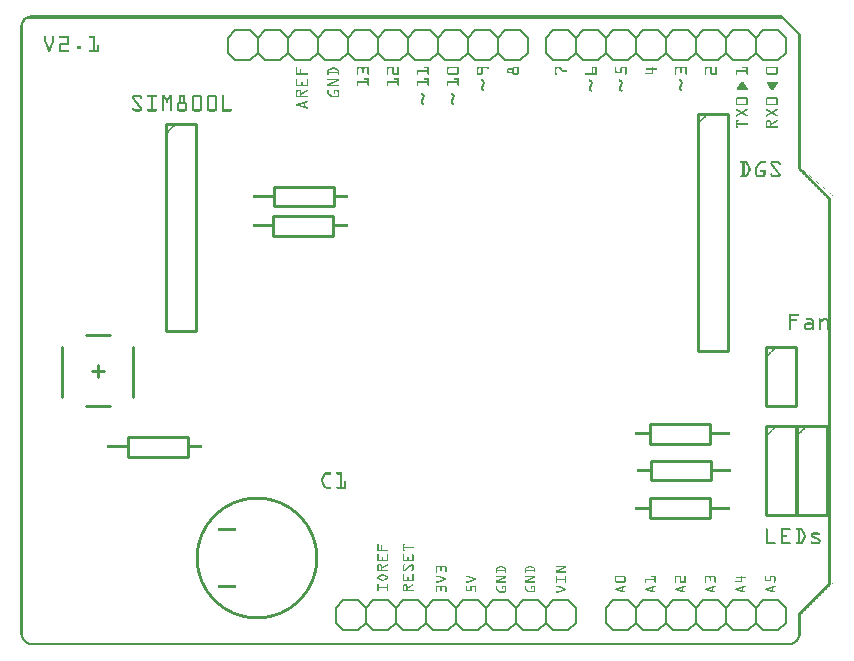
<source format=gto>
G04 MADE WITH FRITZING*
G04 WWW.FRITZING.ORG*
G04 DOUBLE SIDED*
G04 HOLES PLATED*
G04 CONTOUR ON CENTER OF CONTOUR VECTOR*
%ASAXBY*%
%FSLAX23Y23*%
%MOIN*%
%OFA0B0*%
%SFA1.0B1.0*%
%ADD10C,0.410000X0.39*%
%ADD11C,0.010000*%
%ADD12C,0.006000*%
%ADD13R,0.001000X0.001000*%
%LNSILK1*%
G90*
G70*
G54D10*
X791Y292D03*
G54D11*
X487Y1739D02*
X487Y1049D01*
D02*
X487Y1049D02*
X587Y1049D01*
D02*
X587Y1049D02*
X587Y1739D01*
D02*
X587Y1739D02*
X487Y1739D01*
D02*
X299Y798D02*
X220Y798D01*
D02*
X377Y994D02*
X377Y827D01*
D02*
X141Y994D02*
X141Y827D01*
D02*
X299Y1034D02*
X220Y1034D01*
D02*
X279Y916D02*
X240Y916D01*
D02*
X259Y896D02*
X259Y935D01*
D02*
X359Y695D02*
X559Y695D01*
D02*
X559Y695D02*
X559Y629D01*
D02*
X559Y629D02*
X359Y629D01*
D02*
X359Y629D02*
X359Y695D01*
D02*
X844Y1431D02*
X1044Y1431D01*
D02*
X1044Y1431D02*
X1044Y1365D01*
D02*
X1044Y1365D02*
X844Y1365D01*
D02*
X844Y1365D02*
X844Y1431D01*
D02*
X2304Y550D02*
X2104Y550D01*
D02*
X2104Y550D02*
X2104Y616D01*
D02*
X2104Y616D02*
X2304Y616D01*
D02*
X2304Y616D02*
X2304Y550D01*
D02*
X846Y1529D02*
X1046Y1529D01*
D02*
X1046Y1529D02*
X1046Y1463D01*
D02*
X1046Y1463D02*
X846Y1463D01*
D02*
X846Y1463D02*
X846Y1529D01*
D02*
X2300Y424D02*
X2100Y424D01*
D02*
X2100Y424D02*
X2100Y490D01*
D02*
X2100Y490D02*
X2300Y490D01*
D02*
X2300Y490D02*
X2300Y424D01*
D02*
X2300Y672D02*
X2100Y672D01*
D02*
X2100Y672D02*
X2100Y738D01*
D02*
X2100Y738D02*
X2300Y738D01*
D02*
X2300Y738D02*
X2300Y672D01*
D02*
X2259Y1771D02*
X2259Y982D01*
D02*
X2259Y982D02*
X2359Y982D01*
D02*
X2359Y982D02*
X2359Y1771D01*
D02*
X2359Y1771D02*
X2259Y1771D01*
G54D12*
D02*
X2278Y150D02*
X2328Y150D01*
D02*
X2328Y150D02*
X2353Y125D01*
D02*
X2353Y125D02*
X2353Y75D01*
D02*
X2353Y75D02*
X2328Y50D01*
D02*
X2353Y125D02*
X2378Y150D01*
D02*
X2378Y150D02*
X2428Y150D01*
D02*
X2428Y150D02*
X2453Y125D01*
D02*
X2453Y125D02*
X2453Y75D01*
D02*
X2453Y75D02*
X2428Y50D01*
D02*
X2428Y50D02*
X2378Y50D01*
D02*
X2378Y50D02*
X2353Y75D01*
D02*
X2153Y125D02*
X2178Y150D01*
D02*
X2178Y150D02*
X2228Y150D01*
D02*
X2228Y150D02*
X2253Y125D01*
D02*
X2253Y125D02*
X2253Y75D01*
D02*
X2253Y75D02*
X2228Y50D01*
D02*
X2228Y50D02*
X2178Y50D01*
D02*
X2178Y50D02*
X2153Y75D01*
D02*
X2278Y150D02*
X2253Y125D01*
D02*
X2253Y75D02*
X2278Y50D01*
D02*
X2328Y50D02*
X2278Y50D01*
D02*
X1978Y150D02*
X2028Y150D01*
D02*
X2028Y150D02*
X2053Y125D01*
D02*
X2053Y125D02*
X2053Y75D01*
D02*
X2053Y75D02*
X2028Y50D01*
D02*
X2053Y125D02*
X2078Y150D01*
D02*
X2078Y150D02*
X2128Y150D01*
D02*
X2128Y150D02*
X2153Y125D01*
D02*
X2153Y125D02*
X2153Y75D01*
D02*
X2153Y75D02*
X2128Y50D01*
D02*
X2128Y50D02*
X2078Y50D01*
D02*
X2078Y50D02*
X2053Y75D01*
D02*
X1953Y125D02*
X1953Y75D01*
D02*
X1978Y150D02*
X1953Y125D01*
D02*
X1953Y75D02*
X1978Y50D01*
D02*
X2028Y50D02*
X1978Y50D01*
D02*
X2478Y150D02*
X2528Y150D01*
D02*
X2528Y150D02*
X2553Y125D01*
D02*
X2553Y125D02*
X2553Y75D01*
D02*
X2553Y75D02*
X2528Y50D01*
D02*
X2478Y150D02*
X2453Y125D01*
D02*
X2453Y75D02*
X2478Y50D01*
D02*
X2528Y50D02*
X2478Y50D01*
D02*
X868Y1950D02*
X818Y1950D01*
D02*
X1068Y1950D02*
X1018Y1950D01*
D02*
X968Y1950D02*
X918Y1950D01*
D02*
X1168Y1950D02*
X1118Y1950D01*
D02*
X1368Y1950D02*
X1318Y1950D01*
D02*
X1268Y1950D02*
X1218Y1950D01*
D02*
X1468Y1950D02*
X1418Y1950D01*
D02*
X1668Y1950D02*
X1618Y1950D01*
D02*
X1568Y1950D02*
X1518Y1950D01*
D02*
X768Y1950D02*
X718Y1950D01*
D02*
X893Y1975D02*
X868Y1950D01*
D02*
X818Y1950D02*
X793Y1975D01*
D02*
X793Y1975D02*
X793Y2025D01*
D02*
X793Y2025D02*
X818Y2050D01*
D02*
X818Y2050D02*
X868Y2050D01*
D02*
X868Y2050D02*
X893Y2025D01*
D02*
X1018Y1950D02*
X993Y1975D01*
D02*
X993Y1975D02*
X993Y2025D01*
D02*
X993Y2025D02*
X1018Y2050D01*
D02*
X993Y1975D02*
X968Y1950D01*
D02*
X918Y1950D02*
X893Y1975D01*
D02*
X893Y1975D02*
X893Y2025D01*
D02*
X893Y2025D02*
X918Y2050D01*
D02*
X918Y2050D02*
X968Y2050D01*
D02*
X968Y2050D02*
X993Y2025D01*
D02*
X1193Y1975D02*
X1168Y1950D01*
D02*
X1118Y1950D02*
X1093Y1975D01*
D02*
X1093Y1975D02*
X1093Y2025D01*
D02*
X1093Y2025D02*
X1118Y2050D01*
D02*
X1118Y2050D02*
X1168Y2050D01*
D02*
X1168Y2050D02*
X1193Y2025D01*
D02*
X1068Y1950D02*
X1093Y1975D01*
D02*
X1093Y2025D02*
X1068Y2050D01*
D02*
X1018Y2050D02*
X1068Y2050D01*
D02*
X1318Y1950D02*
X1293Y1975D01*
D02*
X1293Y1975D02*
X1293Y2025D01*
D02*
X1293Y2025D02*
X1318Y2050D01*
D02*
X1293Y1975D02*
X1268Y1950D01*
D02*
X1218Y1950D02*
X1193Y1975D01*
D02*
X1193Y1975D02*
X1193Y2025D01*
D02*
X1193Y2025D02*
X1218Y2050D01*
D02*
X1218Y2050D02*
X1268Y2050D01*
D02*
X1268Y2050D02*
X1293Y2025D01*
D02*
X1493Y1975D02*
X1468Y1950D01*
D02*
X1418Y1950D02*
X1393Y1975D01*
D02*
X1393Y1975D02*
X1393Y2025D01*
D02*
X1393Y2025D02*
X1418Y2050D01*
D02*
X1418Y2050D02*
X1468Y2050D01*
D02*
X1468Y2050D02*
X1493Y2025D01*
D02*
X1368Y1950D02*
X1393Y1975D01*
D02*
X1393Y2025D02*
X1368Y2050D01*
D02*
X1318Y2050D02*
X1368Y2050D01*
D02*
X1618Y1950D02*
X1593Y1975D01*
D02*
X1593Y1975D02*
X1593Y2025D01*
D02*
X1593Y2025D02*
X1618Y2050D01*
D02*
X1593Y1975D02*
X1568Y1950D01*
D02*
X1518Y1950D02*
X1493Y1975D01*
D02*
X1493Y1975D02*
X1493Y2025D01*
D02*
X1493Y2025D02*
X1518Y2050D01*
D02*
X1518Y2050D02*
X1568Y2050D01*
D02*
X1568Y2050D02*
X1593Y2025D01*
D02*
X1693Y1975D02*
X1693Y2025D01*
D02*
X1668Y1950D02*
X1693Y1975D01*
D02*
X1693Y2025D02*
X1668Y2050D01*
D02*
X1618Y2050D02*
X1668Y2050D01*
D02*
X718Y1950D02*
X693Y1975D01*
D02*
X693Y1975D02*
X693Y2025D01*
D02*
X693Y2025D02*
X718Y2050D01*
D02*
X768Y1950D02*
X793Y1975D01*
D02*
X793Y2025D02*
X768Y2050D01*
D02*
X718Y2050D02*
X768Y2050D01*
D02*
X1928Y1950D02*
X1878Y1950D01*
D02*
X1878Y1950D02*
X1853Y1975D01*
D02*
X1853Y1975D02*
X1853Y2025D01*
D02*
X1853Y2025D02*
X1878Y2050D01*
D02*
X2053Y1975D02*
X2028Y1950D01*
D02*
X2028Y1950D02*
X1978Y1950D01*
D02*
X1978Y1950D02*
X1953Y1975D01*
D02*
X1953Y1975D02*
X1953Y2025D01*
D02*
X1953Y2025D02*
X1978Y2050D01*
D02*
X1978Y2050D02*
X2028Y2050D01*
D02*
X2028Y2050D02*
X2053Y2025D01*
D02*
X1928Y1950D02*
X1953Y1975D01*
D02*
X1953Y2025D02*
X1928Y2050D01*
D02*
X1878Y2050D02*
X1928Y2050D01*
D02*
X2228Y1950D02*
X2178Y1950D01*
D02*
X2178Y1950D02*
X2153Y1975D01*
D02*
X2153Y1975D02*
X2153Y2025D01*
D02*
X2153Y2025D02*
X2178Y2050D01*
D02*
X2153Y1975D02*
X2128Y1950D01*
D02*
X2128Y1950D02*
X2078Y1950D01*
D02*
X2078Y1950D02*
X2053Y1975D01*
D02*
X2053Y1975D02*
X2053Y2025D01*
D02*
X2053Y2025D02*
X2078Y2050D01*
D02*
X2078Y2050D02*
X2128Y2050D01*
D02*
X2128Y2050D02*
X2153Y2025D01*
D02*
X2353Y1975D02*
X2328Y1950D01*
D02*
X2328Y1950D02*
X2278Y1950D01*
D02*
X2278Y1950D02*
X2253Y1975D01*
D02*
X2253Y1975D02*
X2253Y2025D01*
D02*
X2253Y2025D02*
X2278Y2050D01*
D02*
X2278Y2050D02*
X2328Y2050D01*
D02*
X2328Y2050D02*
X2353Y2025D01*
D02*
X2228Y1950D02*
X2253Y1975D01*
D02*
X2253Y2025D02*
X2228Y2050D01*
D02*
X2178Y2050D02*
X2228Y2050D01*
D02*
X2528Y1950D02*
X2478Y1950D01*
D02*
X2478Y1950D02*
X2453Y1975D01*
D02*
X2453Y1975D02*
X2453Y2025D01*
D02*
X2453Y2025D02*
X2478Y2050D01*
D02*
X2453Y1975D02*
X2428Y1950D01*
D02*
X2428Y1950D02*
X2378Y1950D01*
D02*
X2378Y1950D02*
X2353Y1975D01*
D02*
X2353Y1975D02*
X2353Y2025D01*
D02*
X2353Y2025D02*
X2378Y2050D01*
D02*
X2378Y2050D02*
X2428Y2050D01*
D02*
X2428Y2050D02*
X2453Y2025D01*
D02*
X2553Y1975D02*
X2553Y2025D01*
D02*
X2528Y1950D02*
X2553Y1975D01*
D02*
X2553Y2025D02*
X2528Y2050D01*
D02*
X2478Y2050D02*
X2528Y2050D01*
D02*
X1828Y1950D02*
X1778Y1950D01*
D02*
X1778Y1950D02*
X1753Y1975D01*
D02*
X1753Y1975D02*
X1753Y2025D01*
D02*
X1753Y2025D02*
X1778Y2050D01*
D02*
X1828Y1950D02*
X1853Y1975D01*
D02*
X1853Y2025D02*
X1828Y2050D01*
D02*
X1778Y2050D02*
X1828Y2050D01*
D02*
X1678Y150D02*
X1728Y150D01*
D02*
X1728Y150D02*
X1753Y125D01*
D02*
X1753Y125D02*
X1753Y75D01*
D02*
X1753Y75D02*
X1728Y50D01*
D02*
X1553Y125D02*
X1578Y150D01*
D02*
X1578Y150D02*
X1628Y150D01*
D02*
X1628Y150D02*
X1653Y125D01*
D02*
X1653Y125D02*
X1653Y75D01*
D02*
X1653Y75D02*
X1628Y50D01*
D02*
X1628Y50D02*
X1578Y50D01*
D02*
X1578Y50D02*
X1553Y75D01*
D02*
X1678Y150D02*
X1653Y125D01*
D02*
X1653Y75D02*
X1678Y50D01*
D02*
X1728Y50D02*
X1678Y50D01*
D02*
X1378Y150D02*
X1428Y150D01*
D02*
X1428Y150D02*
X1453Y125D01*
D02*
X1453Y125D02*
X1453Y75D01*
D02*
X1453Y75D02*
X1428Y50D01*
D02*
X1453Y125D02*
X1478Y150D01*
D02*
X1478Y150D02*
X1528Y150D01*
D02*
X1528Y150D02*
X1553Y125D01*
D02*
X1553Y125D02*
X1553Y75D01*
D02*
X1553Y75D02*
X1528Y50D01*
D02*
X1528Y50D02*
X1478Y50D01*
D02*
X1478Y50D02*
X1453Y75D01*
D02*
X1253Y125D02*
X1278Y150D01*
D02*
X1278Y150D02*
X1328Y150D01*
D02*
X1328Y150D02*
X1353Y125D01*
D02*
X1353Y125D02*
X1353Y75D01*
D02*
X1353Y75D02*
X1328Y50D01*
D02*
X1328Y50D02*
X1278Y50D01*
D02*
X1278Y50D02*
X1253Y75D01*
D02*
X1378Y150D02*
X1353Y125D01*
D02*
X1353Y75D02*
X1378Y50D01*
D02*
X1428Y50D02*
X1378Y50D01*
D02*
X1078Y150D02*
X1128Y150D01*
D02*
X1128Y150D02*
X1153Y125D01*
D02*
X1153Y125D02*
X1153Y75D01*
D02*
X1153Y75D02*
X1128Y50D01*
D02*
X1153Y125D02*
X1178Y150D01*
D02*
X1178Y150D02*
X1228Y150D01*
D02*
X1228Y150D02*
X1253Y125D01*
D02*
X1253Y125D02*
X1253Y75D01*
D02*
X1253Y75D02*
X1228Y50D01*
D02*
X1228Y50D02*
X1178Y50D01*
D02*
X1178Y50D02*
X1153Y75D01*
D02*
X1053Y125D02*
X1053Y75D01*
D02*
X1078Y150D02*
X1053Y125D01*
D02*
X1053Y75D02*
X1078Y50D01*
D02*
X1128Y50D02*
X1078Y50D01*
D02*
X1778Y150D02*
X1828Y150D01*
D02*
X1828Y150D02*
X1853Y125D01*
D02*
X1853Y125D02*
X1853Y75D01*
D02*
X1853Y75D02*
X1828Y50D01*
D02*
X1778Y150D02*
X1753Y125D01*
D02*
X1753Y75D02*
X1778Y50D01*
D02*
X1828Y50D02*
X1778Y50D01*
G54D11*
D02*
X2589Y731D02*
X2589Y435D01*
D02*
X2589Y435D02*
X2689Y435D01*
D02*
X2689Y435D02*
X2689Y731D01*
D02*
X2689Y731D02*
X2589Y731D01*
D02*
X2487Y731D02*
X2487Y435D01*
D02*
X2487Y435D02*
X2587Y435D01*
D02*
X2587Y435D02*
X2587Y731D01*
D02*
X2587Y731D02*
X2487Y731D01*
D02*
X2487Y995D02*
X2487Y797D01*
D02*
X2487Y797D02*
X2587Y797D01*
D02*
X2587Y797D02*
X2587Y995D01*
D02*
X2587Y995D02*
X2487Y995D01*
G54D13*
X34Y2100D02*
X2540Y2100D01*
X30Y2099D02*
X2541Y2099D01*
X27Y2098D02*
X2542Y2098D01*
X25Y2097D02*
X2543Y2097D01*
X23Y2096D02*
X2544Y2096D01*
X21Y2095D02*
X2545Y2095D01*
X19Y2094D02*
X2546Y2094D01*
X18Y2093D02*
X2547Y2093D01*
X17Y2092D02*
X34Y2092D01*
X2538Y2092D02*
X2548Y2092D01*
X11Y2091D02*
X11Y2091D01*
X15Y2091D02*
X30Y2091D01*
X2539Y2091D02*
X2549Y2091D01*
X11Y2090D02*
X2550Y2090D01*
X11Y2089D02*
X11Y2089D01*
X13Y2089D02*
X25Y2089D01*
X2541Y2089D02*
X2551Y2089D01*
X11Y2088D02*
X24Y2088D01*
X2542Y2088D02*
X2552Y2088D01*
X11Y2087D02*
X22Y2087D01*
X2543Y2087D02*
X2553Y2087D01*
X11Y2086D02*
X21Y2086D01*
X2544Y2086D02*
X2554Y2086D01*
X10Y2085D02*
X20Y2085D01*
X2545Y2085D02*
X2555Y2085D01*
X9Y2084D02*
X19Y2084D01*
X2546Y2084D02*
X2556Y2084D01*
X8Y2083D02*
X18Y2083D01*
X2547Y2083D02*
X2557Y2083D01*
X8Y2082D02*
X17Y2082D01*
X2548Y2082D02*
X2558Y2082D01*
X7Y2081D02*
X16Y2081D01*
X2549Y2081D02*
X2559Y2081D01*
X7Y2080D02*
X15Y2080D01*
X2550Y2080D02*
X2560Y2080D01*
X6Y2079D02*
X14Y2079D01*
X2551Y2079D02*
X2561Y2079D01*
X6Y2078D02*
X14Y2078D01*
X2552Y2078D02*
X2562Y2078D01*
X5Y2077D02*
X13Y2077D01*
X2553Y2077D02*
X2563Y2077D01*
X5Y2076D02*
X12Y2076D01*
X2554Y2076D02*
X2564Y2076D01*
X4Y2075D02*
X12Y2075D01*
X2555Y2075D02*
X2565Y2075D01*
X4Y2074D02*
X11Y2074D01*
X2556Y2074D02*
X2566Y2074D01*
X4Y2073D02*
X11Y2073D01*
X2557Y2073D02*
X2567Y2073D01*
X3Y2072D02*
X11Y2072D01*
X2558Y2072D02*
X2568Y2072D01*
X3Y2071D02*
X11Y2071D01*
X2559Y2071D02*
X2569Y2071D01*
X3Y2070D02*
X11Y2070D01*
X2560Y2070D02*
X2570Y2070D01*
X3Y2069D02*
X11Y2069D01*
X2561Y2069D02*
X2571Y2069D01*
X2Y2068D02*
X11Y2068D01*
X2562Y2068D02*
X2572Y2068D01*
X2Y2067D02*
X9Y2067D01*
X11Y2067D02*
X11Y2067D01*
X2563Y2067D02*
X2573Y2067D01*
X2Y2066D02*
X9Y2066D01*
X11Y2066D02*
X11Y2066D01*
X2564Y2066D02*
X2574Y2066D01*
X2Y2065D02*
X9Y2065D01*
X11Y2065D02*
X11Y2065D01*
X2565Y2065D02*
X2575Y2065D01*
X2Y2064D02*
X9Y2064D01*
X11Y2064D02*
X11Y2064D01*
X2566Y2064D02*
X2576Y2064D01*
X2Y2063D02*
X9Y2063D01*
X11Y2063D02*
X11Y2063D01*
X2567Y2063D02*
X2577Y2063D01*
X2Y2062D02*
X9Y2062D01*
X11Y2062D02*
X11Y2062D01*
X2568Y2062D02*
X2578Y2062D01*
X2Y2061D02*
X9Y2061D01*
X11Y2061D02*
X11Y2061D01*
X2569Y2061D02*
X2579Y2061D01*
X2Y2060D02*
X9Y2060D01*
X11Y2060D02*
X11Y2060D01*
X2570Y2060D02*
X2580Y2060D01*
X2Y2059D02*
X9Y2059D01*
X11Y2059D02*
X11Y2059D01*
X2571Y2059D02*
X2581Y2059D01*
X2Y2058D02*
X9Y2058D01*
X11Y2058D02*
X11Y2058D01*
X2572Y2058D02*
X2582Y2058D01*
X2Y2057D02*
X9Y2057D01*
X11Y2057D02*
X11Y2057D01*
X2573Y2057D02*
X2583Y2057D01*
X2Y2056D02*
X9Y2056D01*
X11Y2056D02*
X11Y2056D01*
X2574Y2056D02*
X2584Y2056D01*
X2Y2055D02*
X9Y2055D01*
X11Y2055D02*
X11Y2055D01*
X2575Y2055D02*
X2585Y2055D01*
X2Y2054D02*
X9Y2054D01*
X11Y2054D02*
X11Y2054D01*
X2576Y2054D02*
X2586Y2054D01*
X2Y2053D02*
X9Y2053D01*
X11Y2053D02*
X11Y2053D01*
X2577Y2053D02*
X2587Y2053D01*
X2Y2052D02*
X9Y2052D01*
X11Y2052D02*
X11Y2052D01*
X2578Y2052D02*
X2588Y2052D01*
X2Y2051D02*
X9Y2051D01*
X11Y2051D02*
X11Y2051D01*
X2579Y2051D02*
X2589Y2051D01*
X2Y2050D02*
X9Y2050D01*
X11Y2050D02*
X11Y2050D01*
X2580Y2050D02*
X2590Y2050D01*
X2Y2049D02*
X9Y2049D01*
X11Y2049D02*
X11Y2049D01*
X2581Y2049D02*
X2591Y2049D01*
X2Y2048D02*
X9Y2048D01*
X11Y2048D02*
X11Y2048D01*
X2582Y2048D02*
X2592Y2048D01*
X2Y2047D02*
X9Y2047D01*
X11Y2047D02*
X11Y2047D01*
X2583Y2047D02*
X2593Y2047D01*
X2Y2046D02*
X9Y2046D01*
X11Y2046D02*
X11Y2046D01*
X2584Y2046D02*
X2594Y2046D01*
X2Y2045D02*
X9Y2045D01*
X11Y2045D02*
X11Y2045D01*
X2585Y2045D02*
X2595Y2045D01*
X2Y2044D02*
X9Y2044D01*
X11Y2044D02*
X11Y2044D01*
X2586Y2044D02*
X2596Y2044D01*
X2Y2043D02*
X9Y2043D01*
X11Y2043D02*
X11Y2043D01*
X2587Y2043D02*
X2597Y2043D01*
X2Y2042D02*
X9Y2042D01*
X11Y2042D02*
X11Y2042D01*
X2588Y2042D02*
X2598Y2042D01*
X2Y2041D02*
X9Y2041D01*
X11Y2041D02*
X11Y2041D01*
X2589Y2041D02*
X2599Y2041D01*
X2Y2040D02*
X9Y2040D01*
X11Y2040D02*
X11Y2040D01*
X2590Y2040D02*
X2600Y2040D01*
X2Y2039D02*
X9Y2039D01*
X11Y2039D02*
X11Y2039D01*
X2591Y2039D02*
X2601Y2039D01*
X2Y2038D02*
X9Y2038D01*
X11Y2038D02*
X11Y2038D01*
X2592Y2038D02*
X2602Y2038D01*
X2Y2037D02*
X9Y2037D01*
X11Y2037D02*
X11Y2037D01*
X2593Y2037D02*
X2602Y2037D01*
X2Y2036D02*
X9Y2036D01*
X11Y2036D02*
X11Y2036D01*
X2594Y2036D02*
X2602Y2036D01*
X2Y2035D02*
X9Y2035D01*
X11Y2035D02*
X11Y2035D01*
X2595Y2035D02*
X2602Y2035D01*
X2Y2034D02*
X9Y2034D01*
X11Y2034D02*
X11Y2034D01*
X2595Y2034D02*
X2602Y2034D01*
X2Y2033D02*
X9Y2033D01*
X11Y2033D02*
X11Y2033D01*
X2595Y2033D02*
X2602Y2033D01*
X2Y2032D02*
X9Y2032D01*
X11Y2032D02*
X11Y2032D01*
X2595Y2032D02*
X2602Y2032D01*
X2Y2031D02*
X9Y2031D01*
X11Y2031D02*
X11Y2031D01*
X82Y2031D02*
X85Y2031D01*
X110Y2031D02*
X113Y2031D01*
X132Y2031D02*
X160Y2031D01*
X232Y2031D02*
X251Y2031D01*
X2595Y2031D02*
X2602Y2031D01*
X2Y2030D02*
X9Y2030D01*
X11Y2030D02*
X11Y2030D01*
X82Y2030D02*
X86Y2030D01*
X109Y2030D02*
X114Y2030D01*
X132Y2030D02*
X162Y2030D01*
X232Y2030D02*
X251Y2030D01*
X2595Y2030D02*
X2602Y2030D01*
X2Y2029D02*
X9Y2029D01*
X11Y2029D02*
X11Y2029D01*
X81Y2029D02*
X87Y2029D01*
X109Y2029D02*
X114Y2029D01*
X131Y2029D02*
X163Y2029D01*
X231Y2029D02*
X251Y2029D01*
X2595Y2029D02*
X2602Y2029D01*
X2Y2028D02*
X9Y2028D01*
X11Y2028D02*
X11Y2028D01*
X81Y2028D02*
X87Y2028D01*
X108Y2028D02*
X114Y2028D01*
X131Y2028D02*
X164Y2028D01*
X231Y2028D02*
X251Y2028D01*
X2595Y2028D02*
X2602Y2028D01*
X2Y2027D02*
X9Y2027D01*
X11Y2027D02*
X11Y2027D01*
X81Y2027D02*
X87Y2027D01*
X108Y2027D02*
X114Y2027D01*
X131Y2027D02*
X164Y2027D01*
X231Y2027D02*
X251Y2027D01*
X2595Y2027D02*
X2602Y2027D01*
X2Y2026D02*
X9Y2026D01*
X11Y2026D02*
X11Y2026D01*
X81Y2026D02*
X87Y2026D01*
X108Y2026D02*
X114Y2026D01*
X132Y2026D02*
X164Y2026D01*
X232Y2026D02*
X251Y2026D01*
X2595Y2026D02*
X2602Y2026D01*
X2Y2025D02*
X9Y2025D01*
X11Y2025D02*
X11Y2025D01*
X81Y2025D02*
X87Y2025D01*
X108Y2025D02*
X114Y2025D01*
X133Y2025D02*
X164Y2025D01*
X233Y2025D02*
X251Y2025D01*
X2595Y2025D02*
X2602Y2025D01*
X2Y2024D02*
X9Y2024D01*
X11Y2024D02*
X11Y2024D01*
X81Y2024D02*
X87Y2024D01*
X108Y2024D02*
X114Y2024D01*
X158Y2024D02*
X164Y2024D01*
X245Y2024D02*
X251Y2024D01*
X2595Y2024D02*
X2602Y2024D01*
X2Y2023D02*
X9Y2023D01*
X11Y2023D02*
X11Y2023D01*
X81Y2023D02*
X87Y2023D01*
X108Y2023D02*
X114Y2023D01*
X158Y2023D02*
X164Y2023D01*
X245Y2023D02*
X251Y2023D01*
X2595Y2023D02*
X2602Y2023D01*
X2Y2022D02*
X9Y2022D01*
X11Y2022D02*
X11Y2022D01*
X81Y2022D02*
X87Y2022D01*
X108Y2022D02*
X114Y2022D01*
X158Y2022D02*
X164Y2022D01*
X245Y2022D02*
X251Y2022D01*
X2595Y2022D02*
X2602Y2022D01*
X2Y2021D02*
X9Y2021D01*
X11Y2021D02*
X11Y2021D01*
X81Y2021D02*
X87Y2021D01*
X108Y2021D02*
X114Y2021D01*
X158Y2021D02*
X164Y2021D01*
X245Y2021D02*
X251Y2021D01*
X2595Y2021D02*
X2602Y2021D01*
X2Y2020D02*
X9Y2020D01*
X11Y2020D02*
X11Y2020D01*
X81Y2020D02*
X87Y2020D01*
X108Y2020D02*
X114Y2020D01*
X158Y2020D02*
X164Y2020D01*
X245Y2020D02*
X251Y2020D01*
X2595Y2020D02*
X2602Y2020D01*
X2Y2019D02*
X9Y2019D01*
X11Y2019D02*
X11Y2019D01*
X81Y2019D02*
X87Y2019D01*
X108Y2019D02*
X114Y2019D01*
X158Y2019D02*
X164Y2019D01*
X245Y2019D02*
X251Y2019D01*
X2595Y2019D02*
X2602Y2019D01*
X2Y2018D02*
X9Y2018D01*
X11Y2018D02*
X11Y2018D01*
X81Y2018D02*
X87Y2018D01*
X108Y2018D02*
X114Y2018D01*
X158Y2018D02*
X164Y2018D01*
X245Y2018D02*
X251Y2018D01*
X2595Y2018D02*
X2602Y2018D01*
X2Y2017D02*
X9Y2017D01*
X11Y2017D02*
X11Y2017D01*
X81Y2017D02*
X87Y2017D01*
X108Y2017D02*
X114Y2017D01*
X158Y2017D02*
X164Y2017D01*
X245Y2017D02*
X251Y2017D01*
X2595Y2017D02*
X2602Y2017D01*
X2Y2016D02*
X9Y2016D01*
X11Y2016D02*
X11Y2016D01*
X81Y2016D02*
X87Y2016D01*
X108Y2016D02*
X114Y2016D01*
X158Y2016D02*
X164Y2016D01*
X245Y2016D02*
X251Y2016D01*
X2595Y2016D02*
X2602Y2016D01*
X2Y2015D02*
X9Y2015D01*
X11Y2015D02*
X11Y2015D01*
X81Y2015D02*
X88Y2015D01*
X108Y2015D02*
X114Y2015D01*
X158Y2015D02*
X164Y2015D01*
X245Y2015D02*
X251Y2015D01*
X2595Y2015D02*
X2602Y2015D01*
X2Y2014D02*
X9Y2014D01*
X11Y2014D02*
X11Y2014D01*
X82Y2014D02*
X88Y2014D01*
X107Y2014D02*
X114Y2014D01*
X158Y2014D02*
X164Y2014D01*
X245Y2014D02*
X251Y2014D01*
X2595Y2014D02*
X2602Y2014D01*
X2Y2013D02*
X9Y2013D01*
X11Y2013D02*
X11Y2013D01*
X82Y2013D02*
X88Y2013D01*
X107Y2013D02*
X113Y2013D01*
X158Y2013D02*
X164Y2013D01*
X245Y2013D02*
X251Y2013D01*
X2595Y2013D02*
X2602Y2013D01*
X2Y2012D02*
X9Y2012D01*
X11Y2012D02*
X11Y2012D01*
X82Y2012D02*
X89Y2012D01*
X107Y2012D02*
X113Y2012D01*
X158Y2012D02*
X164Y2012D01*
X245Y2012D02*
X251Y2012D01*
X2595Y2012D02*
X2602Y2012D01*
X2Y2011D02*
X9Y2011D01*
X11Y2011D02*
X11Y2011D01*
X83Y2011D02*
X89Y2011D01*
X106Y2011D02*
X113Y2011D01*
X158Y2011D02*
X164Y2011D01*
X245Y2011D02*
X251Y2011D01*
X2595Y2011D02*
X2602Y2011D01*
X2Y2010D02*
X9Y2010D01*
X11Y2010D02*
X11Y2010D01*
X83Y2010D02*
X90Y2010D01*
X106Y2010D02*
X112Y2010D01*
X158Y2010D02*
X164Y2010D01*
X245Y2010D02*
X251Y2010D01*
X2595Y2010D02*
X2602Y2010D01*
X2Y2009D02*
X9Y2009D01*
X11Y2009D02*
X11Y2009D01*
X83Y2009D02*
X90Y2009D01*
X105Y2009D02*
X112Y2009D01*
X158Y2009D02*
X164Y2009D01*
X245Y2009D02*
X251Y2009D01*
X2595Y2009D02*
X2602Y2009D01*
X2Y2008D02*
X9Y2008D01*
X11Y2008D02*
X11Y2008D01*
X84Y2008D02*
X90Y2008D01*
X105Y2008D02*
X111Y2008D01*
X138Y2008D02*
X164Y2008D01*
X245Y2008D02*
X251Y2008D01*
X2595Y2008D02*
X2602Y2008D01*
X2Y2007D02*
X9Y2007D01*
X11Y2007D02*
X11Y2007D01*
X84Y2007D02*
X91Y2007D01*
X105Y2007D02*
X111Y2007D01*
X134Y2007D02*
X164Y2007D01*
X245Y2007D02*
X251Y2007D01*
X2595Y2007D02*
X2602Y2007D01*
X2Y2006D02*
X9Y2006D01*
X11Y2006D02*
X11Y2006D01*
X85Y2006D02*
X91Y2006D01*
X104Y2006D02*
X111Y2006D01*
X133Y2006D02*
X164Y2006D01*
X245Y2006D02*
X251Y2006D01*
X2595Y2006D02*
X2602Y2006D01*
X2Y2005D02*
X9Y2005D01*
X11Y2005D02*
X11Y2005D01*
X85Y2005D02*
X92Y2005D01*
X104Y2005D02*
X110Y2005D01*
X132Y2005D02*
X164Y2005D01*
X245Y2005D02*
X251Y2005D01*
X2595Y2005D02*
X2602Y2005D01*
X2Y2004D02*
X9Y2004D01*
X11Y2004D02*
X11Y2004D01*
X85Y2004D02*
X92Y2004D01*
X103Y2004D02*
X110Y2004D01*
X132Y2004D02*
X163Y2004D01*
X245Y2004D02*
X251Y2004D01*
X2595Y2004D02*
X2602Y2004D01*
X2Y2003D02*
X9Y2003D01*
X11Y2003D02*
X11Y2003D01*
X86Y2003D02*
X92Y2003D01*
X103Y2003D02*
X110Y2003D01*
X131Y2003D02*
X162Y2003D01*
X245Y2003D02*
X251Y2003D01*
X2595Y2003D02*
X2602Y2003D01*
X2Y2002D02*
X9Y2002D01*
X11Y2002D02*
X11Y2002D01*
X86Y2002D02*
X93Y2002D01*
X103Y2002D02*
X109Y2002D01*
X131Y2002D02*
X161Y2002D01*
X245Y2002D02*
X251Y2002D01*
X261Y2002D02*
X262Y2002D01*
X2595Y2002D02*
X2602Y2002D01*
X2Y2001D02*
X9Y2001D01*
X11Y2001D02*
X11Y2001D01*
X87Y2001D02*
X93Y2001D01*
X102Y2001D02*
X109Y2001D01*
X131Y2001D02*
X137Y2001D01*
X245Y2001D02*
X251Y2001D01*
X259Y2001D02*
X264Y2001D01*
X2595Y2001D02*
X2602Y2001D01*
X2Y2000D02*
X9Y2000D01*
X11Y2000D02*
X11Y2000D01*
X87Y2000D02*
X94Y2000D01*
X102Y2000D02*
X108Y2000D01*
X131Y2000D02*
X137Y2000D01*
X245Y2000D02*
X251Y2000D01*
X259Y2000D02*
X264Y2000D01*
X2595Y2000D02*
X2602Y2000D01*
X2Y1999D02*
X9Y1999D01*
X11Y1999D02*
X11Y1999D01*
X87Y1999D02*
X94Y1999D01*
X101Y1999D02*
X108Y1999D01*
X131Y1999D02*
X137Y1999D01*
X194Y1999D02*
X202Y1999D01*
X245Y1999D02*
X251Y1999D01*
X259Y1999D02*
X264Y1999D01*
X2595Y1999D02*
X2602Y1999D01*
X2Y1998D02*
X9Y1998D01*
X11Y1998D02*
X11Y1998D01*
X88Y1998D02*
X94Y1998D01*
X101Y1998D02*
X108Y1998D01*
X131Y1998D02*
X137Y1998D01*
X192Y1998D02*
X203Y1998D01*
X245Y1998D02*
X251Y1998D01*
X258Y1998D02*
X264Y1998D01*
X2595Y1998D02*
X2602Y1998D01*
X2Y1997D02*
X9Y1997D01*
X11Y1997D02*
X11Y1997D01*
X88Y1997D02*
X95Y1997D01*
X101Y1997D02*
X107Y1997D01*
X131Y1997D02*
X137Y1997D01*
X191Y1997D02*
X204Y1997D01*
X245Y1997D02*
X251Y1997D01*
X258Y1997D02*
X264Y1997D01*
X2595Y1997D02*
X2602Y1997D01*
X2Y1996D02*
X9Y1996D01*
X11Y1996D02*
X11Y1996D01*
X89Y1996D02*
X95Y1996D01*
X100Y1996D02*
X107Y1996D01*
X131Y1996D02*
X137Y1996D01*
X191Y1996D02*
X204Y1996D01*
X245Y1996D02*
X251Y1996D01*
X258Y1996D02*
X264Y1996D01*
X2595Y1996D02*
X2602Y1996D01*
X2Y1995D02*
X9Y1995D01*
X11Y1995D02*
X11Y1995D01*
X89Y1995D02*
X96Y1995D01*
X100Y1995D02*
X106Y1995D01*
X131Y1995D02*
X137Y1995D01*
X191Y1995D02*
X204Y1995D01*
X245Y1995D02*
X251Y1995D01*
X258Y1995D02*
X264Y1995D01*
X2595Y1995D02*
X2602Y1995D01*
X2Y1994D02*
X9Y1994D01*
X11Y1994D02*
X11Y1994D01*
X89Y1994D02*
X96Y1994D01*
X99Y1994D02*
X106Y1994D01*
X131Y1994D02*
X137Y1994D01*
X191Y1994D02*
X204Y1994D01*
X245Y1994D02*
X251Y1994D01*
X258Y1994D02*
X264Y1994D01*
X2595Y1994D02*
X2602Y1994D01*
X2Y1993D02*
X9Y1993D01*
X11Y1993D02*
X11Y1993D01*
X90Y1993D02*
X96Y1993D01*
X99Y1993D02*
X106Y1993D01*
X131Y1993D02*
X137Y1993D01*
X191Y1993D02*
X204Y1993D01*
X245Y1993D02*
X251Y1993D01*
X258Y1993D02*
X264Y1993D01*
X2595Y1993D02*
X2602Y1993D01*
X2Y1992D02*
X9Y1992D01*
X11Y1992D02*
X11Y1992D01*
X90Y1992D02*
X97Y1992D01*
X99Y1992D02*
X105Y1992D01*
X131Y1992D02*
X137Y1992D01*
X191Y1992D02*
X204Y1992D01*
X245Y1992D02*
X251Y1992D01*
X258Y1992D02*
X264Y1992D01*
X2595Y1992D02*
X2602Y1992D01*
X2Y1991D02*
X9Y1991D01*
X11Y1991D02*
X11Y1991D01*
X90Y1991D02*
X105Y1991D01*
X131Y1991D02*
X137Y1991D01*
X191Y1991D02*
X204Y1991D01*
X245Y1991D02*
X251Y1991D01*
X258Y1991D02*
X264Y1991D01*
X2595Y1991D02*
X2602Y1991D01*
X2Y1990D02*
X9Y1990D01*
X11Y1990D02*
X11Y1990D01*
X91Y1990D02*
X104Y1990D01*
X131Y1990D02*
X137Y1990D01*
X191Y1990D02*
X204Y1990D01*
X245Y1990D02*
X251Y1990D01*
X258Y1990D02*
X264Y1990D01*
X2595Y1990D02*
X2602Y1990D01*
X2Y1989D02*
X9Y1989D01*
X11Y1989D02*
X11Y1989D01*
X91Y1989D02*
X104Y1989D01*
X131Y1989D02*
X137Y1989D01*
X191Y1989D02*
X204Y1989D01*
X245Y1989D02*
X251Y1989D01*
X258Y1989D02*
X264Y1989D01*
X2595Y1989D02*
X2602Y1989D01*
X2Y1988D02*
X9Y1988D01*
X11Y1988D02*
X11Y1988D01*
X92Y1988D02*
X104Y1988D01*
X131Y1988D02*
X137Y1988D01*
X192Y1988D02*
X204Y1988D01*
X245Y1988D02*
X251Y1988D01*
X258Y1988D02*
X264Y1988D01*
X2595Y1988D02*
X2602Y1988D01*
X2Y1987D02*
X9Y1987D01*
X11Y1987D02*
X11Y1987D01*
X92Y1987D02*
X103Y1987D01*
X131Y1987D02*
X137Y1987D01*
X193Y1987D02*
X203Y1987D01*
X245Y1987D02*
X251Y1987D01*
X258Y1987D02*
X264Y1987D01*
X2595Y1987D02*
X2602Y1987D01*
X2Y1986D02*
X9Y1986D01*
X11Y1986D02*
X11Y1986D01*
X92Y1986D02*
X103Y1986D01*
X131Y1986D02*
X137Y1986D01*
X245Y1986D02*
X251Y1986D01*
X258Y1986D02*
X264Y1986D01*
X2595Y1986D02*
X2602Y1986D01*
X2Y1985D02*
X9Y1985D01*
X11Y1985D02*
X11Y1985D01*
X93Y1985D02*
X103Y1985D01*
X131Y1985D02*
X137Y1985D01*
X245Y1985D02*
X251Y1985D01*
X258Y1985D02*
X264Y1985D01*
X2595Y1985D02*
X2602Y1985D01*
X2Y1984D02*
X9Y1984D01*
X11Y1984D02*
X11Y1984D01*
X93Y1984D02*
X102Y1984D01*
X131Y1984D02*
X163Y1984D01*
X233Y1984D02*
X264Y1984D01*
X2595Y1984D02*
X2602Y1984D01*
X2Y1983D02*
X9Y1983D01*
X11Y1983D02*
X11Y1983D01*
X94Y1983D02*
X102Y1983D01*
X131Y1983D02*
X164Y1983D01*
X232Y1983D02*
X264Y1983D01*
X2595Y1983D02*
X2602Y1983D01*
X2Y1982D02*
X9Y1982D01*
X11Y1982D02*
X11Y1982D01*
X94Y1982D02*
X101Y1982D01*
X131Y1982D02*
X164Y1982D01*
X231Y1982D02*
X264Y1982D01*
X2595Y1982D02*
X2602Y1982D01*
X2Y1981D02*
X9Y1981D01*
X11Y1981D02*
X11Y1981D01*
X94Y1981D02*
X101Y1981D01*
X131Y1981D02*
X164Y1981D01*
X231Y1981D02*
X264Y1981D01*
X2595Y1981D02*
X2602Y1981D01*
X2Y1980D02*
X9Y1980D01*
X11Y1980D02*
X11Y1980D01*
X95Y1980D02*
X101Y1980D01*
X131Y1980D02*
X164Y1980D01*
X231Y1980D02*
X264Y1980D01*
X2595Y1980D02*
X2602Y1980D01*
X2Y1979D02*
X9Y1979D01*
X11Y1979D02*
X11Y1979D01*
X95Y1979D02*
X100Y1979D01*
X131Y1979D02*
X164Y1979D01*
X232Y1979D02*
X264Y1979D01*
X2595Y1979D02*
X2602Y1979D01*
X2Y1978D02*
X9Y1978D01*
X11Y1978D02*
X11Y1978D01*
X96Y1978D02*
X99Y1978D01*
X131Y1978D02*
X163Y1978D01*
X233Y1978D02*
X263Y1978D01*
X2595Y1978D02*
X2602Y1978D01*
X2Y1977D02*
X9Y1977D01*
X11Y1977D02*
X11Y1977D01*
X2595Y1977D02*
X2602Y1977D01*
X2Y1976D02*
X9Y1976D01*
X11Y1976D02*
X11Y1976D01*
X2595Y1976D02*
X2602Y1976D01*
X2Y1975D02*
X9Y1975D01*
X11Y1975D02*
X11Y1975D01*
X2595Y1975D02*
X2602Y1975D01*
X2Y1974D02*
X9Y1974D01*
X11Y1974D02*
X11Y1974D01*
X2595Y1974D02*
X2602Y1974D01*
X2Y1973D02*
X9Y1973D01*
X11Y1973D02*
X11Y1973D01*
X2595Y1973D02*
X2602Y1973D01*
X2Y1972D02*
X9Y1972D01*
X11Y1972D02*
X11Y1972D01*
X2595Y1972D02*
X2602Y1972D01*
X2Y1971D02*
X9Y1971D01*
X11Y1971D02*
X11Y1971D01*
X2595Y1971D02*
X2602Y1971D01*
X2Y1970D02*
X9Y1970D01*
X11Y1970D02*
X11Y1970D01*
X2595Y1970D02*
X2602Y1970D01*
X2Y1969D02*
X9Y1969D01*
X11Y1969D02*
X11Y1969D01*
X2595Y1969D02*
X2602Y1969D01*
X2Y1968D02*
X9Y1968D01*
X11Y1968D02*
X11Y1968D01*
X2595Y1968D02*
X2602Y1968D01*
X2Y1967D02*
X9Y1967D01*
X11Y1967D02*
X11Y1967D01*
X2595Y1967D02*
X2602Y1967D01*
X2Y1966D02*
X9Y1966D01*
X11Y1966D02*
X11Y1966D01*
X2595Y1966D02*
X2602Y1966D01*
X2Y1965D02*
X9Y1965D01*
X11Y1965D02*
X11Y1965D01*
X2595Y1965D02*
X2602Y1965D01*
X2Y1964D02*
X9Y1964D01*
X11Y1964D02*
X11Y1964D01*
X2595Y1964D02*
X2602Y1964D01*
X2Y1963D02*
X9Y1963D01*
X11Y1963D02*
X11Y1963D01*
X2595Y1963D02*
X2602Y1963D01*
X2Y1962D02*
X9Y1962D01*
X11Y1962D02*
X11Y1962D01*
X2595Y1962D02*
X2602Y1962D01*
X2Y1961D02*
X9Y1961D01*
X11Y1961D02*
X11Y1961D01*
X2595Y1961D02*
X2602Y1961D01*
X2Y1960D02*
X9Y1960D01*
X11Y1960D02*
X11Y1960D01*
X2595Y1960D02*
X2602Y1960D01*
X2Y1959D02*
X9Y1959D01*
X11Y1959D02*
X11Y1959D01*
X2595Y1959D02*
X2602Y1959D01*
X2Y1958D02*
X9Y1958D01*
X11Y1958D02*
X11Y1958D01*
X2595Y1958D02*
X2602Y1958D01*
X2Y1957D02*
X9Y1957D01*
X11Y1957D02*
X11Y1957D01*
X2595Y1957D02*
X2602Y1957D01*
X2Y1956D02*
X9Y1956D01*
X11Y1956D02*
X11Y1956D01*
X2595Y1956D02*
X2602Y1956D01*
X2Y1955D02*
X9Y1955D01*
X11Y1955D02*
X11Y1955D01*
X2595Y1955D02*
X2602Y1955D01*
X2Y1954D02*
X9Y1954D01*
X11Y1954D02*
X11Y1954D01*
X2595Y1954D02*
X2602Y1954D01*
X2Y1953D02*
X9Y1953D01*
X11Y1953D02*
X11Y1953D01*
X2595Y1953D02*
X2602Y1953D01*
X2Y1952D02*
X9Y1952D01*
X11Y1952D02*
X11Y1952D01*
X2595Y1952D02*
X2602Y1952D01*
X2Y1951D02*
X9Y1951D01*
X11Y1951D02*
X11Y1951D01*
X2595Y1951D02*
X2602Y1951D01*
X2Y1950D02*
X9Y1950D01*
X11Y1950D02*
X11Y1950D01*
X2595Y1950D02*
X2602Y1950D01*
X2Y1949D02*
X9Y1949D01*
X11Y1949D02*
X11Y1949D01*
X2595Y1949D02*
X2602Y1949D01*
X2Y1948D02*
X9Y1948D01*
X11Y1948D02*
X11Y1948D01*
X2595Y1948D02*
X2602Y1948D01*
X2Y1947D02*
X9Y1947D01*
X11Y1947D02*
X11Y1947D01*
X2595Y1947D02*
X2602Y1947D01*
X2Y1946D02*
X9Y1946D01*
X11Y1946D02*
X11Y1946D01*
X2595Y1946D02*
X2602Y1946D01*
X2Y1945D02*
X9Y1945D01*
X11Y1945D02*
X11Y1945D01*
X2595Y1945D02*
X2602Y1945D01*
X2Y1944D02*
X9Y1944D01*
X11Y1944D02*
X11Y1944D01*
X2595Y1944D02*
X2602Y1944D01*
X2Y1943D02*
X9Y1943D01*
X11Y1943D02*
X11Y1943D01*
X2595Y1943D02*
X2602Y1943D01*
X2Y1942D02*
X9Y1942D01*
X11Y1942D02*
X11Y1942D01*
X2595Y1942D02*
X2602Y1942D01*
X2Y1941D02*
X9Y1941D01*
X11Y1941D02*
X11Y1941D01*
X2595Y1941D02*
X2602Y1941D01*
X2Y1940D02*
X9Y1940D01*
X11Y1940D02*
X11Y1940D01*
X2595Y1940D02*
X2602Y1940D01*
X2Y1939D02*
X9Y1939D01*
X11Y1939D02*
X11Y1939D01*
X2595Y1939D02*
X2602Y1939D01*
X2Y1938D02*
X9Y1938D01*
X11Y1938D02*
X11Y1938D01*
X2595Y1938D02*
X2602Y1938D01*
X2Y1937D02*
X9Y1937D01*
X11Y1937D02*
X11Y1937D01*
X2595Y1937D02*
X2602Y1937D01*
X2Y1936D02*
X9Y1936D01*
X11Y1936D02*
X11Y1936D01*
X2595Y1936D02*
X2602Y1936D01*
X2Y1935D02*
X9Y1935D01*
X11Y1935D02*
X11Y1935D01*
X2595Y1935D02*
X2602Y1935D01*
X2Y1934D02*
X9Y1934D01*
X11Y1934D02*
X11Y1934D01*
X2595Y1934D02*
X2602Y1934D01*
X2Y1933D02*
X9Y1933D01*
X11Y1933D02*
X11Y1933D01*
X2595Y1933D02*
X2602Y1933D01*
X2Y1932D02*
X9Y1932D01*
X11Y1932D02*
X11Y1932D01*
X2595Y1932D02*
X2602Y1932D01*
X2Y1931D02*
X9Y1931D01*
X11Y1931D02*
X11Y1931D01*
X2595Y1931D02*
X2602Y1931D01*
X2Y1930D02*
X9Y1930D01*
X11Y1930D02*
X11Y1930D01*
X2595Y1930D02*
X2602Y1930D01*
X2Y1929D02*
X9Y1929D01*
X11Y1929D02*
X11Y1929D01*
X2595Y1929D02*
X2602Y1929D01*
X2Y1928D02*
X9Y1928D01*
X11Y1928D02*
X11Y1928D01*
X1128Y1928D02*
X1140Y1928D01*
X1148Y1928D02*
X1160Y1928D01*
X1228Y1928D02*
X1242Y1928D01*
X1261Y1928D02*
X1262Y1928D01*
X1348Y1928D02*
X1362Y1928D01*
X1428Y1928D02*
X1460Y1928D01*
X1525Y1928D02*
X1562Y1928D01*
X1645Y1928D02*
X1660Y1928D01*
X1784Y1928D02*
X1800Y1928D01*
X1908Y1928D02*
X1922Y1928D01*
X1985Y1928D02*
X1987Y1928D01*
X2005Y1928D02*
X2020Y1928D01*
X2187Y1928D02*
X2200Y1928D01*
X2207Y1928D02*
X2220Y1928D01*
X2287Y1928D02*
X2303Y1928D01*
X2321Y1928D02*
X2322Y1928D01*
X2410Y1928D02*
X2425Y1928D01*
X2490Y1928D02*
X2523Y1928D01*
X2595Y1928D02*
X2602Y1928D01*
X2Y1927D02*
X9Y1927D01*
X11Y1927D02*
X11Y1927D01*
X921Y1927D02*
X923Y1927D01*
X1043Y1927D02*
X1046Y1927D01*
X1126Y1927D02*
X1142Y1927D01*
X1145Y1927D02*
X1162Y1927D01*
X1226Y1927D02*
X1244Y1927D01*
X1260Y1927D02*
X1263Y1927D01*
X1347Y1927D02*
X1363Y1927D01*
X1426Y1927D02*
X1462Y1927D01*
X1524Y1927D02*
X1563Y1927D01*
X1644Y1927D02*
X1662Y1927D01*
X1784Y1927D02*
X1801Y1927D01*
X1907Y1927D02*
X1923Y1927D01*
X1984Y1927D02*
X1988Y1927D01*
X2004Y1927D02*
X2022Y1927D01*
X2108Y1927D02*
X2108Y1927D01*
X2186Y1927D02*
X2202Y1927D01*
X2205Y1927D02*
X2222Y1927D01*
X2286Y1927D02*
X2304Y1927D01*
X2320Y1927D02*
X2323Y1927D01*
X2409Y1927D02*
X2426Y1927D01*
X2488Y1927D02*
X2524Y1927D01*
X2595Y1927D02*
X2602Y1927D01*
X2Y1926D02*
X9Y1926D01*
X11Y1926D02*
X11Y1926D01*
X921Y1926D02*
X924Y1926D01*
X1040Y1926D02*
X1049Y1926D01*
X1125Y1926D02*
X1163Y1926D01*
X1225Y1926D02*
X1245Y1926D01*
X1259Y1926D02*
X1264Y1926D01*
X1346Y1926D02*
X1364Y1926D01*
X1425Y1926D02*
X1463Y1926D01*
X1524Y1926D02*
X1564Y1926D01*
X1643Y1926D02*
X1663Y1926D01*
X1784Y1926D02*
X1802Y1926D01*
X1906Y1926D02*
X1924Y1926D01*
X1984Y1926D02*
X1988Y1926D01*
X2003Y1926D02*
X2023Y1926D01*
X2107Y1926D02*
X2110Y1926D01*
X2185Y1926D02*
X2223Y1926D01*
X2285Y1926D02*
X2305Y1926D01*
X2319Y1926D02*
X2324Y1926D01*
X2409Y1926D02*
X2426Y1926D01*
X2488Y1926D02*
X2525Y1926D01*
X2595Y1926D02*
X2602Y1926D01*
X2Y1925D02*
X9Y1925D01*
X11Y1925D02*
X11Y1925D01*
X920Y1925D02*
X924Y1925D01*
X1038Y1925D02*
X1051Y1925D01*
X1125Y1925D02*
X1163Y1925D01*
X1225Y1925D02*
X1246Y1925D01*
X1259Y1925D02*
X1264Y1925D01*
X1346Y1925D02*
X1364Y1925D01*
X1424Y1925D02*
X1463Y1925D01*
X1524Y1925D02*
X1564Y1925D01*
X1642Y1925D02*
X1663Y1925D01*
X1784Y1925D02*
X1803Y1925D01*
X1906Y1925D02*
X1924Y1925D01*
X1984Y1925D02*
X1988Y1925D01*
X2002Y1925D02*
X2023Y1925D01*
X2106Y1925D02*
X2110Y1925D01*
X2184Y1925D02*
X2223Y1925D01*
X2284Y1925D02*
X2306Y1925D01*
X2319Y1925D02*
X2324Y1925D01*
X2409Y1925D02*
X2426Y1925D01*
X2487Y1925D02*
X2526Y1925D01*
X2595Y1925D02*
X2602Y1925D01*
X2Y1924D02*
X9Y1924D01*
X11Y1924D02*
X11Y1924D01*
X920Y1924D02*
X924Y1924D01*
X1036Y1924D02*
X1053Y1924D01*
X1124Y1924D02*
X1163Y1924D01*
X1224Y1924D02*
X1246Y1924D01*
X1259Y1924D02*
X1264Y1924D01*
X1347Y1924D02*
X1364Y1924D01*
X1424Y1924D02*
X1463Y1924D01*
X1524Y1924D02*
X1564Y1924D01*
X1642Y1924D02*
X1663Y1924D01*
X1784Y1924D02*
X1804Y1924D01*
X1906Y1924D02*
X1924Y1924D01*
X1984Y1924D02*
X1988Y1924D01*
X2002Y1924D02*
X2023Y1924D01*
X2090Y1924D02*
X2122Y1924D01*
X2184Y1924D02*
X2223Y1924D01*
X2284Y1924D02*
X2306Y1924D01*
X2319Y1924D02*
X2324Y1924D01*
X2409Y1924D02*
X2426Y1924D01*
X2487Y1924D02*
X2526Y1924D01*
X2595Y1924D02*
X2602Y1924D01*
X2Y1923D02*
X9Y1923D01*
X11Y1923D02*
X11Y1923D01*
X920Y1923D02*
X924Y1923D01*
X1034Y1923D02*
X1055Y1923D01*
X1124Y1923D02*
X1129Y1923D01*
X1139Y1923D02*
X1149Y1923D01*
X1159Y1923D02*
X1164Y1923D01*
X1224Y1923D02*
X1229Y1923D01*
X1241Y1923D02*
X1246Y1923D01*
X1259Y1923D02*
X1264Y1923D01*
X1359Y1923D02*
X1364Y1923D01*
X1424Y1923D02*
X1429Y1923D01*
X1459Y1923D02*
X1464Y1923D01*
X1524Y1923D02*
X1529Y1923D01*
X1537Y1923D02*
X1542Y1923D01*
X1559Y1923D02*
X1564Y1923D01*
X1626Y1923D02*
X1646Y1923D01*
X1659Y1923D02*
X1664Y1923D01*
X1784Y1923D02*
X1789Y1923D01*
X1799Y1923D02*
X1805Y1923D01*
X1906Y1923D02*
X1911Y1923D01*
X1919Y1923D02*
X1924Y1923D01*
X1984Y1923D02*
X1988Y1923D01*
X2002Y1923D02*
X2006Y1923D01*
X2019Y1923D02*
X2024Y1923D01*
X2089Y1923D02*
X2123Y1923D01*
X2184Y1923D02*
X2189Y1923D01*
X2200Y1923D02*
X2208Y1923D01*
X2219Y1923D02*
X2224Y1923D01*
X2284Y1923D02*
X2289Y1923D01*
X2301Y1923D02*
X2306Y1923D01*
X2319Y1923D02*
X2324Y1923D01*
X2422Y1923D02*
X2426Y1923D01*
X2487Y1923D02*
X2491Y1923D01*
X2522Y1923D02*
X2526Y1923D01*
X2595Y1923D02*
X2602Y1923D01*
X2Y1922D02*
X9Y1922D01*
X11Y1922D02*
X11Y1922D01*
X920Y1922D02*
X924Y1922D01*
X935Y1922D02*
X936Y1922D01*
X1032Y1922D02*
X1057Y1922D01*
X1124Y1922D02*
X1128Y1922D01*
X1141Y1922D02*
X1147Y1922D01*
X1159Y1922D02*
X1164Y1922D01*
X1224Y1922D02*
X1228Y1922D01*
X1242Y1922D02*
X1246Y1922D01*
X1259Y1922D02*
X1264Y1922D01*
X1359Y1922D02*
X1364Y1922D01*
X1424Y1922D02*
X1428Y1922D01*
X1459Y1922D02*
X1464Y1922D01*
X1524Y1922D02*
X1528Y1922D01*
X1537Y1922D02*
X1542Y1922D01*
X1560Y1922D02*
X1563Y1922D01*
X1625Y1922D02*
X1646Y1922D01*
X1659Y1922D02*
X1664Y1922D01*
X1784Y1922D02*
X1788Y1922D01*
X1800Y1922D02*
X1806Y1922D01*
X1906Y1922D02*
X1910Y1922D01*
X1919Y1922D02*
X1924Y1922D01*
X1984Y1922D02*
X1988Y1922D01*
X2002Y1922D02*
X2006Y1922D01*
X2019Y1922D02*
X2024Y1922D01*
X2088Y1922D02*
X2124Y1922D01*
X2184Y1922D02*
X2188Y1922D01*
X2201Y1922D02*
X2207Y1922D01*
X2219Y1922D02*
X2224Y1922D01*
X2284Y1922D02*
X2288Y1922D01*
X2302Y1922D02*
X2306Y1922D01*
X2319Y1922D02*
X2324Y1922D01*
X2422Y1922D02*
X2426Y1922D01*
X2486Y1922D02*
X2491Y1922D01*
X2522Y1922D02*
X2526Y1922D01*
X2595Y1922D02*
X2602Y1922D01*
X2Y1921D02*
X9Y1921D01*
X11Y1921D02*
X11Y1921D01*
X920Y1921D02*
X924Y1921D01*
X934Y1921D02*
X937Y1921D01*
X1030Y1921D02*
X1041Y1921D01*
X1049Y1921D02*
X1059Y1921D01*
X1124Y1921D02*
X1128Y1921D01*
X1142Y1921D02*
X1146Y1921D01*
X1159Y1921D02*
X1164Y1921D01*
X1224Y1921D02*
X1228Y1921D01*
X1242Y1921D02*
X1246Y1921D01*
X1259Y1921D02*
X1264Y1921D01*
X1359Y1921D02*
X1364Y1921D01*
X1424Y1921D02*
X1428Y1921D01*
X1459Y1921D02*
X1464Y1921D01*
X1524Y1921D02*
X1528Y1921D01*
X1537Y1921D02*
X1542Y1921D01*
X1561Y1921D02*
X1562Y1921D01*
X1624Y1921D02*
X1646Y1921D01*
X1659Y1921D02*
X1664Y1921D01*
X1784Y1921D02*
X1788Y1921D01*
X1801Y1921D02*
X1806Y1921D01*
X1906Y1921D02*
X1910Y1921D01*
X1919Y1921D02*
X1924Y1921D01*
X1984Y1921D02*
X1988Y1921D01*
X2002Y1921D02*
X2006Y1921D01*
X2019Y1921D02*
X2024Y1921D01*
X2089Y1921D02*
X2123Y1921D01*
X2184Y1921D02*
X2188Y1921D01*
X2202Y1921D02*
X2206Y1921D01*
X2219Y1921D02*
X2224Y1921D01*
X2284Y1921D02*
X2288Y1921D01*
X2302Y1921D02*
X2306Y1921D01*
X2319Y1921D02*
X2324Y1921D01*
X2422Y1921D02*
X2426Y1921D01*
X2486Y1921D02*
X2491Y1921D01*
X2522Y1921D02*
X2526Y1921D01*
X2595Y1921D02*
X2602Y1921D01*
X2Y1920D02*
X9Y1920D01*
X11Y1920D02*
X11Y1920D01*
X920Y1920D02*
X924Y1920D01*
X934Y1920D02*
X938Y1920D01*
X1028Y1920D02*
X1039Y1920D01*
X1051Y1920D02*
X1061Y1920D01*
X1124Y1920D02*
X1128Y1920D01*
X1142Y1920D02*
X1146Y1920D01*
X1159Y1920D02*
X1164Y1920D01*
X1224Y1920D02*
X1228Y1920D01*
X1242Y1920D02*
X1246Y1920D01*
X1259Y1920D02*
X1264Y1920D01*
X1359Y1920D02*
X1364Y1920D01*
X1424Y1920D02*
X1428Y1920D01*
X1459Y1920D02*
X1464Y1920D01*
X1524Y1920D02*
X1528Y1920D01*
X1537Y1920D02*
X1542Y1920D01*
X1624Y1920D02*
X1646Y1920D01*
X1659Y1920D02*
X1664Y1920D01*
X1784Y1920D02*
X1788Y1920D01*
X1801Y1920D02*
X1807Y1920D01*
X1906Y1920D02*
X1910Y1920D01*
X1919Y1920D02*
X1924Y1920D01*
X1984Y1920D02*
X1988Y1920D01*
X2002Y1920D02*
X2006Y1920D01*
X2019Y1920D02*
X2024Y1920D01*
X2089Y1920D02*
X2123Y1920D01*
X2184Y1920D02*
X2188Y1920D01*
X2202Y1920D02*
X2206Y1920D01*
X2219Y1920D02*
X2224Y1920D01*
X2284Y1920D02*
X2288Y1920D01*
X2302Y1920D02*
X2306Y1920D01*
X2319Y1920D02*
X2324Y1920D01*
X2422Y1920D02*
X2426Y1920D01*
X2486Y1920D02*
X2491Y1920D01*
X2522Y1920D02*
X2526Y1920D01*
X2595Y1920D02*
X2602Y1920D01*
X2Y1919D02*
X9Y1919D01*
X11Y1919D02*
X11Y1919D01*
X920Y1919D02*
X924Y1919D01*
X933Y1919D02*
X938Y1919D01*
X1027Y1919D02*
X1037Y1919D01*
X1053Y1919D02*
X1062Y1919D01*
X1124Y1919D02*
X1128Y1919D01*
X1142Y1919D02*
X1146Y1919D01*
X1159Y1919D02*
X1164Y1919D01*
X1224Y1919D02*
X1228Y1919D01*
X1242Y1919D02*
X1246Y1919D01*
X1259Y1919D02*
X1264Y1919D01*
X1359Y1919D02*
X1364Y1919D01*
X1424Y1919D02*
X1428Y1919D01*
X1459Y1919D02*
X1464Y1919D01*
X1524Y1919D02*
X1528Y1919D01*
X1537Y1919D02*
X1542Y1919D01*
X1624Y1919D02*
X1646Y1919D01*
X1659Y1919D02*
X1664Y1919D01*
X1784Y1919D02*
X1788Y1919D01*
X1802Y1919D02*
X1808Y1919D01*
X1906Y1919D02*
X1910Y1919D01*
X1919Y1919D02*
X1924Y1919D01*
X1984Y1919D02*
X1988Y1919D01*
X2002Y1919D02*
X2006Y1919D01*
X2019Y1919D02*
X2024Y1919D01*
X2106Y1919D02*
X2111Y1919D01*
X2184Y1919D02*
X2188Y1919D01*
X2202Y1919D02*
X2206Y1919D01*
X2219Y1919D02*
X2224Y1919D01*
X2284Y1919D02*
X2288Y1919D01*
X2302Y1919D02*
X2306Y1919D01*
X2319Y1919D02*
X2324Y1919D01*
X2422Y1919D02*
X2426Y1919D01*
X2486Y1919D02*
X2491Y1919D01*
X2522Y1919D02*
X2526Y1919D01*
X2595Y1919D02*
X2602Y1919D01*
X2Y1918D02*
X9Y1918D01*
X11Y1918D02*
X11Y1918D01*
X920Y1918D02*
X924Y1918D01*
X933Y1918D02*
X938Y1918D01*
X1026Y1918D02*
X1035Y1918D01*
X1055Y1918D02*
X1063Y1918D01*
X1124Y1918D02*
X1128Y1918D01*
X1142Y1918D02*
X1146Y1918D01*
X1159Y1918D02*
X1164Y1918D01*
X1224Y1918D02*
X1228Y1918D01*
X1242Y1918D02*
X1246Y1918D01*
X1259Y1918D02*
X1264Y1918D01*
X1359Y1918D02*
X1364Y1918D01*
X1424Y1918D02*
X1428Y1918D01*
X1459Y1918D02*
X1464Y1918D01*
X1524Y1918D02*
X1528Y1918D01*
X1537Y1918D02*
X1542Y1918D01*
X1624Y1918D02*
X1646Y1918D01*
X1659Y1918D02*
X1664Y1918D01*
X1784Y1918D02*
X1788Y1918D01*
X1803Y1918D02*
X1821Y1918D01*
X1906Y1918D02*
X1910Y1918D01*
X1919Y1918D02*
X1924Y1918D01*
X1984Y1918D02*
X1988Y1918D01*
X2002Y1918D02*
X2006Y1918D01*
X2019Y1918D02*
X2024Y1918D01*
X2106Y1918D02*
X2110Y1918D01*
X2184Y1918D02*
X2188Y1918D01*
X2202Y1918D02*
X2206Y1918D01*
X2219Y1918D02*
X2224Y1918D01*
X2284Y1918D02*
X2288Y1918D01*
X2302Y1918D02*
X2306Y1918D01*
X2319Y1918D02*
X2324Y1918D01*
X2387Y1918D02*
X2426Y1918D01*
X2486Y1918D02*
X2491Y1918D01*
X2522Y1918D02*
X2526Y1918D01*
X2595Y1918D02*
X2602Y1918D01*
X2Y1917D02*
X9Y1917D01*
X11Y1917D02*
X11Y1917D01*
X920Y1917D02*
X924Y1917D01*
X933Y1917D02*
X938Y1917D01*
X1026Y1917D02*
X1033Y1917D01*
X1057Y1917D02*
X1064Y1917D01*
X1124Y1917D02*
X1128Y1917D01*
X1142Y1917D02*
X1146Y1917D01*
X1159Y1917D02*
X1164Y1917D01*
X1224Y1917D02*
X1228Y1917D01*
X1242Y1917D02*
X1246Y1917D01*
X1259Y1917D02*
X1264Y1917D01*
X1324Y1917D02*
X1364Y1917D01*
X1424Y1917D02*
X1428Y1917D01*
X1459Y1917D02*
X1464Y1917D01*
X1524Y1917D02*
X1528Y1917D01*
X1537Y1917D02*
X1542Y1917D01*
X1624Y1917D02*
X1628Y1917D01*
X1642Y1917D02*
X1646Y1917D01*
X1659Y1917D02*
X1664Y1917D01*
X1784Y1917D02*
X1788Y1917D01*
X1804Y1917D02*
X1823Y1917D01*
X1906Y1917D02*
X1910Y1917D01*
X1919Y1917D02*
X1924Y1917D01*
X1984Y1917D02*
X1988Y1917D01*
X2002Y1917D02*
X2006Y1917D01*
X2019Y1917D02*
X2024Y1917D01*
X2106Y1917D02*
X2110Y1917D01*
X2184Y1917D02*
X2188Y1917D01*
X2202Y1917D02*
X2206Y1917D01*
X2219Y1917D02*
X2224Y1917D01*
X2284Y1917D02*
X2288Y1917D01*
X2302Y1917D02*
X2306Y1917D01*
X2319Y1917D02*
X2324Y1917D01*
X2386Y1917D02*
X2426Y1917D01*
X2486Y1917D02*
X2491Y1917D01*
X2522Y1917D02*
X2526Y1917D01*
X2595Y1917D02*
X2602Y1917D01*
X2Y1916D02*
X9Y1916D01*
X11Y1916D02*
X11Y1916D01*
X920Y1916D02*
X924Y1916D01*
X933Y1916D02*
X938Y1916D01*
X1025Y1916D02*
X1031Y1916D01*
X1058Y1916D02*
X1064Y1916D01*
X1124Y1916D02*
X1128Y1916D01*
X1142Y1916D02*
X1146Y1916D01*
X1159Y1916D02*
X1164Y1916D01*
X1224Y1916D02*
X1228Y1916D01*
X1242Y1916D02*
X1246Y1916D01*
X1259Y1916D02*
X1264Y1916D01*
X1324Y1916D02*
X1364Y1916D01*
X1424Y1916D02*
X1428Y1916D01*
X1459Y1916D02*
X1464Y1916D01*
X1524Y1916D02*
X1528Y1916D01*
X1537Y1916D02*
X1542Y1916D01*
X1624Y1916D02*
X1628Y1916D01*
X1642Y1916D02*
X1646Y1916D01*
X1659Y1916D02*
X1664Y1916D01*
X1784Y1916D02*
X1788Y1916D01*
X1805Y1916D02*
X1824Y1916D01*
X1906Y1916D02*
X1910Y1916D01*
X1919Y1916D02*
X1924Y1916D01*
X1984Y1916D02*
X1988Y1916D01*
X2002Y1916D02*
X2006Y1916D01*
X2019Y1916D02*
X2024Y1916D01*
X2106Y1916D02*
X2110Y1916D01*
X2184Y1916D02*
X2188Y1916D01*
X2202Y1916D02*
X2206Y1916D01*
X2219Y1916D02*
X2224Y1916D01*
X2284Y1916D02*
X2288Y1916D01*
X2302Y1916D02*
X2306Y1916D01*
X2319Y1916D02*
X2324Y1916D01*
X2386Y1916D02*
X2426Y1916D01*
X2486Y1916D02*
X2491Y1916D01*
X2522Y1916D02*
X2526Y1916D01*
X2595Y1916D02*
X2602Y1916D01*
X2Y1915D02*
X9Y1915D01*
X11Y1915D02*
X11Y1915D01*
X920Y1915D02*
X924Y1915D01*
X933Y1915D02*
X938Y1915D01*
X1025Y1915D02*
X1030Y1915D01*
X1060Y1915D02*
X1064Y1915D01*
X1124Y1915D02*
X1128Y1915D01*
X1142Y1915D02*
X1146Y1915D01*
X1159Y1915D02*
X1164Y1915D01*
X1224Y1915D02*
X1228Y1915D01*
X1242Y1915D02*
X1246Y1915D01*
X1259Y1915D02*
X1264Y1915D01*
X1324Y1915D02*
X1364Y1915D01*
X1424Y1915D02*
X1428Y1915D01*
X1459Y1915D02*
X1464Y1915D01*
X1524Y1915D02*
X1528Y1915D01*
X1537Y1915D02*
X1542Y1915D01*
X1624Y1915D02*
X1628Y1915D01*
X1642Y1915D02*
X1646Y1915D01*
X1659Y1915D02*
X1664Y1915D01*
X1784Y1915D02*
X1788Y1915D01*
X1806Y1915D02*
X1824Y1915D01*
X1906Y1915D02*
X1910Y1915D01*
X1919Y1915D02*
X1924Y1915D01*
X1984Y1915D02*
X1988Y1915D01*
X2002Y1915D02*
X2006Y1915D01*
X2019Y1915D02*
X2024Y1915D01*
X2106Y1915D02*
X2110Y1915D01*
X2184Y1915D02*
X2188Y1915D01*
X2202Y1915D02*
X2206Y1915D01*
X2219Y1915D02*
X2224Y1915D01*
X2284Y1915D02*
X2288Y1915D01*
X2302Y1915D02*
X2306Y1915D01*
X2319Y1915D02*
X2324Y1915D01*
X2386Y1915D02*
X2426Y1915D01*
X2486Y1915D02*
X2491Y1915D01*
X2522Y1915D02*
X2526Y1915D01*
X2595Y1915D02*
X2602Y1915D01*
X2Y1914D02*
X9Y1914D01*
X11Y1914D02*
X11Y1914D01*
X920Y1914D02*
X924Y1914D01*
X933Y1914D02*
X938Y1914D01*
X1025Y1914D02*
X1029Y1914D01*
X1060Y1914D02*
X1064Y1914D01*
X1124Y1914D02*
X1128Y1914D01*
X1142Y1914D02*
X1146Y1914D01*
X1159Y1914D02*
X1164Y1914D01*
X1224Y1914D02*
X1228Y1914D01*
X1242Y1914D02*
X1246Y1914D01*
X1259Y1914D02*
X1264Y1914D01*
X1324Y1914D02*
X1364Y1914D01*
X1424Y1914D02*
X1428Y1914D01*
X1459Y1914D02*
X1464Y1914D01*
X1524Y1914D02*
X1528Y1914D01*
X1537Y1914D02*
X1542Y1914D01*
X1624Y1914D02*
X1628Y1914D01*
X1642Y1914D02*
X1646Y1914D01*
X1659Y1914D02*
X1664Y1914D01*
X1784Y1914D02*
X1788Y1914D01*
X1806Y1914D02*
X1823Y1914D01*
X1906Y1914D02*
X1910Y1914D01*
X1919Y1914D02*
X1924Y1914D01*
X1984Y1914D02*
X1988Y1914D01*
X2002Y1914D02*
X2006Y1914D01*
X2019Y1914D02*
X2024Y1914D01*
X2106Y1914D02*
X2110Y1914D01*
X2184Y1914D02*
X2188Y1914D01*
X2202Y1914D02*
X2206Y1914D01*
X2219Y1914D02*
X2224Y1914D01*
X2284Y1914D02*
X2288Y1914D01*
X2302Y1914D02*
X2306Y1914D01*
X2319Y1914D02*
X2324Y1914D01*
X2386Y1914D02*
X2426Y1914D01*
X2486Y1914D02*
X2491Y1914D01*
X2522Y1914D02*
X2526Y1914D01*
X2595Y1914D02*
X2602Y1914D01*
X2Y1913D02*
X9Y1913D01*
X11Y1913D02*
X11Y1913D01*
X920Y1913D02*
X924Y1913D01*
X933Y1913D02*
X938Y1913D01*
X1025Y1913D02*
X1029Y1913D01*
X1060Y1913D02*
X1064Y1913D01*
X1124Y1913D02*
X1128Y1913D01*
X1142Y1913D02*
X1146Y1913D01*
X1159Y1913D02*
X1164Y1913D01*
X1224Y1913D02*
X1228Y1913D01*
X1242Y1913D02*
X1246Y1913D01*
X1259Y1913D02*
X1264Y1913D01*
X1324Y1913D02*
X1364Y1913D01*
X1424Y1913D02*
X1428Y1913D01*
X1459Y1913D02*
X1464Y1913D01*
X1524Y1913D02*
X1528Y1913D01*
X1537Y1913D02*
X1542Y1913D01*
X1624Y1913D02*
X1629Y1913D01*
X1641Y1913D02*
X1646Y1913D01*
X1659Y1913D02*
X1664Y1913D01*
X1784Y1913D02*
X1788Y1913D01*
X1808Y1913D02*
X1822Y1913D01*
X1906Y1913D02*
X1910Y1913D01*
X1919Y1913D02*
X1924Y1913D01*
X1984Y1913D02*
X1989Y1913D01*
X2001Y1913D02*
X2006Y1913D01*
X2019Y1913D02*
X2024Y1913D01*
X2106Y1913D02*
X2110Y1913D01*
X2184Y1913D02*
X2188Y1913D01*
X2202Y1913D02*
X2206Y1913D01*
X2219Y1913D02*
X2224Y1913D01*
X2284Y1913D02*
X2288Y1913D01*
X2302Y1913D02*
X2306Y1913D01*
X2319Y1913D02*
X2324Y1913D01*
X2386Y1913D02*
X2426Y1913D01*
X2486Y1913D02*
X2491Y1913D01*
X2522Y1913D02*
X2526Y1913D01*
X2595Y1913D02*
X2602Y1913D01*
X2Y1912D02*
X9Y1912D01*
X11Y1912D02*
X11Y1912D01*
X920Y1912D02*
X924Y1912D01*
X933Y1912D02*
X938Y1912D01*
X1025Y1912D02*
X1029Y1912D01*
X1060Y1912D02*
X1064Y1912D01*
X1124Y1912D02*
X1128Y1912D01*
X1142Y1912D02*
X1146Y1912D01*
X1159Y1912D02*
X1164Y1912D01*
X1224Y1912D02*
X1228Y1912D01*
X1242Y1912D02*
X1246Y1912D01*
X1259Y1912D02*
X1264Y1912D01*
X1324Y1912D02*
X1328Y1912D01*
X1359Y1912D02*
X1364Y1912D01*
X1424Y1912D02*
X1428Y1912D01*
X1459Y1912D02*
X1464Y1912D01*
X1524Y1912D02*
X1528Y1912D01*
X1537Y1912D02*
X1542Y1912D01*
X1624Y1912D02*
X1646Y1912D01*
X1659Y1912D02*
X1664Y1912D01*
X1784Y1912D02*
X1788Y1912D01*
X1906Y1912D02*
X1910Y1912D01*
X1919Y1912D02*
X1924Y1912D01*
X1984Y1912D02*
X2006Y1912D01*
X2019Y1912D02*
X2024Y1912D01*
X2106Y1912D02*
X2110Y1912D01*
X2184Y1912D02*
X2188Y1912D01*
X2202Y1912D02*
X2206Y1912D01*
X2219Y1912D02*
X2224Y1912D01*
X2284Y1912D02*
X2288Y1912D01*
X2302Y1912D02*
X2306Y1912D01*
X2319Y1912D02*
X2324Y1912D01*
X2386Y1912D02*
X2391Y1912D01*
X2422Y1912D02*
X2426Y1912D01*
X2486Y1912D02*
X2491Y1912D01*
X2522Y1912D02*
X2526Y1912D01*
X2595Y1912D02*
X2602Y1912D01*
X2Y1911D02*
X9Y1911D01*
X11Y1911D02*
X11Y1911D01*
X920Y1911D02*
X924Y1911D01*
X933Y1911D02*
X938Y1911D01*
X1025Y1911D02*
X1064Y1911D01*
X1124Y1911D02*
X1128Y1911D01*
X1142Y1911D02*
X1146Y1911D01*
X1159Y1911D02*
X1164Y1911D01*
X1224Y1911D02*
X1228Y1911D01*
X1242Y1911D02*
X1246Y1911D01*
X1259Y1911D02*
X1264Y1911D01*
X1324Y1911D02*
X1328Y1911D01*
X1359Y1911D02*
X1364Y1911D01*
X1424Y1911D02*
X1428Y1911D01*
X1459Y1911D02*
X1464Y1911D01*
X1524Y1911D02*
X1528Y1911D01*
X1537Y1911D02*
X1542Y1911D01*
X1624Y1911D02*
X1646Y1911D01*
X1659Y1911D02*
X1664Y1911D01*
X1784Y1911D02*
X1788Y1911D01*
X1906Y1911D02*
X1910Y1911D01*
X1919Y1911D02*
X1924Y1911D01*
X1984Y1911D02*
X2006Y1911D01*
X2019Y1911D02*
X2024Y1911D01*
X2106Y1911D02*
X2110Y1911D01*
X2184Y1911D02*
X2188Y1911D01*
X2202Y1911D02*
X2206Y1911D01*
X2219Y1911D02*
X2224Y1911D01*
X2284Y1911D02*
X2288Y1911D01*
X2302Y1911D02*
X2306Y1911D01*
X2319Y1911D02*
X2324Y1911D01*
X2386Y1911D02*
X2391Y1911D01*
X2422Y1911D02*
X2426Y1911D01*
X2486Y1911D02*
X2491Y1911D01*
X2522Y1911D02*
X2526Y1911D01*
X2595Y1911D02*
X2602Y1911D01*
X2Y1910D02*
X9Y1910D01*
X11Y1910D02*
X11Y1910D01*
X920Y1910D02*
X924Y1910D01*
X933Y1910D02*
X938Y1910D01*
X1025Y1910D02*
X1064Y1910D01*
X1124Y1910D02*
X1128Y1910D01*
X1142Y1910D02*
X1146Y1910D01*
X1159Y1910D02*
X1164Y1910D01*
X1224Y1910D02*
X1228Y1910D01*
X1242Y1910D02*
X1246Y1910D01*
X1259Y1910D02*
X1264Y1910D01*
X1324Y1910D02*
X1328Y1910D01*
X1359Y1910D02*
X1364Y1910D01*
X1424Y1910D02*
X1428Y1910D01*
X1459Y1910D02*
X1464Y1910D01*
X1524Y1910D02*
X1528Y1910D01*
X1537Y1910D02*
X1542Y1910D01*
X1624Y1910D02*
X1646Y1910D01*
X1659Y1910D02*
X1664Y1910D01*
X1784Y1910D02*
X1788Y1910D01*
X1886Y1910D02*
X1887Y1910D01*
X1906Y1910D02*
X1910Y1910D01*
X1919Y1910D02*
X1924Y1910D01*
X1984Y1910D02*
X2006Y1910D01*
X2019Y1910D02*
X2023Y1910D01*
X2106Y1910D02*
X2110Y1910D01*
X2184Y1910D02*
X2188Y1910D01*
X2202Y1910D02*
X2206Y1910D01*
X2219Y1910D02*
X2224Y1910D01*
X2284Y1910D02*
X2288Y1910D01*
X2302Y1910D02*
X2306Y1910D01*
X2319Y1910D02*
X2324Y1910D01*
X2386Y1910D02*
X2391Y1910D01*
X2422Y1910D02*
X2426Y1910D01*
X2486Y1910D02*
X2491Y1910D01*
X2522Y1910D02*
X2526Y1910D01*
X2595Y1910D02*
X2602Y1910D01*
X2Y1909D02*
X9Y1909D01*
X11Y1909D02*
X11Y1909D01*
X920Y1909D02*
X924Y1909D01*
X933Y1909D02*
X938Y1909D01*
X1025Y1909D02*
X1064Y1909D01*
X1124Y1909D02*
X1128Y1909D01*
X1142Y1909D02*
X1146Y1909D01*
X1159Y1909D02*
X1164Y1909D01*
X1224Y1909D02*
X1228Y1909D01*
X1242Y1909D02*
X1246Y1909D01*
X1259Y1909D02*
X1264Y1909D01*
X1324Y1909D02*
X1328Y1909D01*
X1359Y1909D02*
X1364Y1909D01*
X1424Y1909D02*
X1428Y1909D01*
X1459Y1909D02*
X1464Y1909D01*
X1524Y1909D02*
X1528Y1909D01*
X1537Y1909D02*
X1542Y1909D01*
X1624Y1909D02*
X1646Y1909D01*
X1659Y1909D02*
X1664Y1909D01*
X1784Y1909D02*
X1788Y1909D01*
X1884Y1909D02*
X1888Y1909D01*
X1906Y1909D02*
X1910Y1909D01*
X1919Y1909D02*
X1924Y1909D01*
X1984Y1909D02*
X2006Y1909D01*
X2019Y1909D02*
X2023Y1909D01*
X2106Y1909D02*
X2110Y1909D01*
X2184Y1909D02*
X2188Y1909D01*
X2202Y1909D02*
X2206Y1909D01*
X2219Y1909D02*
X2224Y1909D01*
X2284Y1909D02*
X2288Y1909D01*
X2302Y1909D02*
X2306Y1909D01*
X2319Y1909D02*
X2324Y1909D01*
X2386Y1909D02*
X2391Y1909D01*
X2422Y1909D02*
X2426Y1909D01*
X2486Y1909D02*
X2491Y1909D01*
X2522Y1909D02*
X2526Y1909D01*
X2595Y1909D02*
X2602Y1909D01*
X2Y1908D02*
X9Y1908D01*
X11Y1908D02*
X11Y1908D01*
X920Y1908D02*
X924Y1908D01*
X933Y1908D02*
X938Y1908D01*
X1025Y1908D02*
X1064Y1908D01*
X1124Y1908D02*
X1128Y1908D01*
X1143Y1908D02*
X1145Y1908D01*
X1159Y1908D02*
X1164Y1908D01*
X1224Y1908D02*
X1228Y1908D01*
X1242Y1908D02*
X1246Y1908D01*
X1259Y1908D02*
X1264Y1908D01*
X1324Y1908D02*
X1328Y1908D01*
X1359Y1908D02*
X1364Y1908D01*
X1424Y1908D02*
X1428Y1908D01*
X1459Y1908D02*
X1464Y1908D01*
X1524Y1908D02*
X1528Y1908D01*
X1537Y1908D02*
X1542Y1908D01*
X1625Y1908D02*
X1646Y1908D01*
X1659Y1908D02*
X1664Y1908D01*
X1784Y1908D02*
X1788Y1908D01*
X1884Y1908D02*
X1888Y1908D01*
X1906Y1908D02*
X1910Y1908D01*
X1919Y1908D02*
X1924Y1908D01*
X1984Y1908D02*
X2006Y1908D01*
X2018Y1908D02*
X2023Y1908D01*
X2085Y1908D02*
X2110Y1908D01*
X2184Y1908D02*
X2188Y1908D01*
X2203Y1908D02*
X2205Y1908D01*
X2219Y1908D02*
X2224Y1908D01*
X2284Y1908D02*
X2288Y1908D01*
X2302Y1908D02*
X2306Y1908D01*
X2319Y1908D02*
X2324Y1908D01*
X2386Y1908D02*
X2391Y1908D01*
X2422Y1908D02*
X2426Y1908D01*
X2487Y1908D02*
X2491Y1908D01*
X2522Y1908D02*
X2526Y1908D01*
X2595Y1908D02*
X2602Y1908D01*
X2Y1907D02*
X9Y1907D01*
X11Y1907D02*
X11Y1907D01*
X920Y1907D02*
X925Y1907D01*
X933Y1907D02*
X938Y1907D01*
X1025Y1907D02*
X1064Y1907D01*
X1124Y1907D02*
X1128Y1907D01*
X1159Y1907D02*
X1164Y1907D01*
X1224Y1907D02*
X1228Y1907D01*
X1242Y1907D02*
X1264Y1907D01*
X1324Y1907D02*
X1328Y1907D01*
X1359Y1907D02*
X1364Y1907D01*
X1424Y1907D02*
X1464Y1907D01*
X1524Y1907D02*
X1542Y1907D01*
X1642Y1907D02*
X1664Y1907D01*
X1784Y1907D02*
X1790Y1907D01*
X1884Y1907D02*
X1924Y1907D01*
X2018Y1907D02*
X2023Y1907D01*
X2084Y1907D02*
X2110Y1907D01*
X2184Y1907D02*
X2188Y1907D01*
X2219Y1907D02*
X2224Y1907D01*
X2284Y1907D02*
X2288Y1907D01*
X2302Y1907D02*
X2324Y1907D01*
X2386Y1907D02*
X2391Y1907D01*
X2422Y1907D02*
X2426Y1907D01*
X2487Y1907D02*
X2526Y1907D01*
X2595Y1907D02*
X2602Y1907D01*
X2Y1906D02*
X9Y1906D01*
X11Y1906D02*
X11Y1906D01*
X920Y1906D02*
X959Y1906D01*
X1025Y1906D02*
X1029Y1906D01*
X1060Y1906D02*
X1064Y1906D01*
X1124Y1906D02*
X1128Y1906D01*
X1159Y1906D02*
X1164Y1906D01*
X1224Y1906D02*
X1228Y1906D01*
X1242Y1906D02*
X1264Y1906D01*
X1324Y1906D02*
X1328Y1906D01*
X1359Y1906D02*
X1364Y1906D01*
X1424Y1906D02*
X1463Y1906D01*
X1524Y1906D02*
X1542Y1906D01*
X1642Y1906D02*
X1663Y1906D01*
X1784Y1906D02*
X1790Y1906D01*
X1884Y1906D02*
X1924Y1906D01*
X2017Y1906D02*
X2022Y1906D01*
X2084Y1906D02*
X2110Y1906D01*
X2184Y1906D02*
X2188Y1906D01*
X2219Y1906D02*
X2224Y1906D01*
X2284Y1906D02*
X2288Y1906D01*
X2302Y1906D02*
X2324Y1906D01*
X2386Y1906D02*
X2391Y1906D01*
X2422Y1906D02*
X2426Y1906D01*
X2487Y1906D02*
X2526Y1906D01*
X2595Y1906D02*
X2602Y1906D01*
X2Y1905D02*
X9Y1905D01*
X11Y1905D02*
X11Y1905D01*
X920Y1905D02*
X960Y1905D01*
X1025Y1905D02*
X1029Y1905D01*
X1060Y1905D02*
X1064Y1905D01*
X1124Y1905D02*
X1128Y1905D01*
X1159Y1905D02*
X1164Y1905D01*
X1224Y1905D02*
X1228Y1905D01*
X1243Y1905D02*
X1264Y1905D01*
X1324Y1905D02*
X1328Y1905D01*
X1359Y1905D02*
X1364Y1905D01*
X1425Y1905D02*
X1463Y1905D01*
X1524Y1905D02*
X1542Y1905D01*
X1643Y1905D02*
X1663Y1905D01*
X1784Y1905D02*
X1790Y1905D01*
X1884Y1905D02*
X1924Y1905D01*
X2017Y1905D02*
X2022Y1905D01*
X2084Y1905D02*
X2110Y1905D01*
X2184Y1905D02*
X2188Y1905D01*
X2219Y1905D02*
X2224Y1905D01*
X2284Y1905D02*
X2288Y1905D01*
X2303Y1905D02*
X2324Y1905D01*
X2387Y1905D02*
X2391Y1905D01*
X2422Y1905D02*
X2426Y1905D01*
X2487Y1905D02*
X2525Y1905D01*
X2595Y1905D02*
X2602Y1905D01*
X2Y1904D02*
X9Y1904D01*
X11Y1904D02*
X11Y1904D01*
X920Y1904D02*
X960Y1904D01*
X1025Y1904D02*
X1029Y1904D01*
X1060Y1904D02*
X1064Y1904D01*
X1124Y1904D02*
X1128Y1904D01*
X1160Y1904D02*
X1163Y1904D01*
X1224Y1904D02*
X1228Y1904D01*
X1243Y1904D02*
X1264Y1904D01*
X1324Y1904D02*
X1328Y1904D01*
X1360Y1904D02*
X1363Y1904D01*
X1426Y1904D02*
X1462Y1904D01*
X1524Y1904D02*
X1541Y1904D01*
X1643Y1904D02*
X1662Y1904D01*
X1784Y1904D02*
X1790Y1904D01*
X1884Y1904D02*
X1923Y1904D01*
X2017Y1904D02*
X2021Y1904D01*
X2086Y1904D02*
X2110Y1904D01*
X2184Y1904D02*
X2188Y1904D01*
X2220Y1904D02*
X2223Y1904D01*
X2284Y1904D02*
X2288Y1904D01*
X2303Y1904D02*
X2324Y1904D01*
X2387Y1904D02*
X2390Y1904D01*
X2422Y1904D02*
X2426Y1904D01*
X2488Y1904D02*
X2524Y1904D01*
X2595Y1904D02*
X2602Y1904D01*
X2Y1903D02*
X9Y1903D01*
X11Y1903D02*
X11Y1903D01*
X920Y1903D02*
X960Y1903D01*
X1025Y1903D02*
X1029Y1903D01*
X1060Y1903D02*
X1064Y1903D01*
X1125Y1903D02*
X1127Y1903D01*
X1160Y1903D02*
X1163Y1903D01*
X1225Y1903D02*
X1227Y1903D01*
X1245Y1903D02*
X1264Y1903D01*
X1325Y1903D02*
X1327Y1903D01*
X1360Y1903D02*
X1363Y1903D01*
X1427Y1903D02*
X1461Y1903D01*
X1525Y1903D02*
X1541Y1903D01*
X1645Y1903D02*
X1661Y1903D01*
X1785Y1903D02*
X1789Y1903D01*
X1885Y1903D02*
X1923Y1903D01*
X2018Y1903D02*
X2020Y1903D01*
X2185Y1903D02*
X2187Y1903D01*
X2221Y1903D02*
X2223Y1903D01*
X2285Y1903D02*
X2287Y1903D01*
X2305Y1903D02*
X2324Y1903D01*
X2388Y1903D02*
X2390Y1903D01*
X2423Y1903D02*
X2425Y1903D01*
X2490Y1903D02*
X2523Y1903D01*
X2595Y1903D02*
X2602Y1903D01*
X2Y1902D02*
X9Y1902D01*
X11Y1902D02*
X11Y1902D01*
X920Y1902D02*
X959Y1902D01*
X1026Y1902D02*
X1028Y1902D01*
X1061Y1902D02*
X1063Y1902D01*
X2595Y1902D02*
X2602Y1902D01*
X2Y1901D02*
X9Y1901D01*
X11Y1901D02*
X11Y1901D01*
X2595Y1901D02*
X2602Y1901D01*
X2Y1900D02*
X9Y1900D01*
X11Y1900D02*
X11Y1900D01*
X2595Y1900D02*
X2602Y1900D01*
X2Y1899D02*
X9Y1899D01*
X11Y1899D02*
X11Y1899D01*
X2595Y1899D02*
X2602Y1899D01*
X2Y1898D02*
X9Y1898D01*
X11Y1898D02*
X11Y1898D01*
X2595Y1898D02*
X2602Y1898D01*
X2Y1897D02*
X9Y1897D01*
X11Y1897D02*
X11Y1897D01*
X2595Y1897D02*
X2602Y1897D01*
X2Y1896D02*
X9Y1896D01*
X11Y1896D02*
X11Y1896D01*
X2595Y1896D02*
X2602Y1896D01*
X2Y1895D02*
X9Y1895D01*
X11Y1895D02*
X11Y1895D01*
X2595Y1895D02*
X2602Y1895D01*
X2Y1894D02*
X9Y1894D01*
X11Y1894D02*
X11Y1894D01*
X2595Y1894D02*
X2602Y1894D01*
X2Y1893D02*
X9Y1893D01*
X11Y1893D02*
X11Y1893D01*
X2595Y1893D02*
X2602Y1893D01*
X2Y1892D02*
X9Y1892D01*
X11Y1892D02*
X11Y1892D01*
X2595Y1892D02*
X2602Y1892D01*
X2Y1891D02*
X9Y1891D01*
X11Y1891D02*
X11Y1891D01*
X2595Y1891D02*
X2602Y1891D01*
X2Y1890D02*
X9Y1890D01*
X11Y1890D02*
X11Y1890D01*
X1147Y1890D02*
X1163Y1890D01*
X1247Y1890D02*
X1263Y1890D01*
X1347Y1890D02*
X1363Y1890D01*
X1447Y1890D02*
X1463Y1890D01*
X2595Y1890D02*
X2602Y1890D01*
X2Y1889D02*
X9Y1889D01*
X11Y1889D02*
X11Y1889D01*
X921Y1889D02*
X924Y1889D01*
X956Y1889D02*
X959Y1889D01*
X1026Y1889D02*
X1064Y1889D01*
X1146Y1889D02*
X1164Y1889D01*
X1246Y1889D02*
X1264Y1889D01*
X1346Y1889D02*
X1364Y1889D01*
X1446Y1889D02*
X1463Y1889D01*
X2595Y1889D02*
X2602Y1889D01*
X2Y1888D02*
X9Y1888D01*
X11Y1888D02*
X11Y1888D01*
X920Y1888D02*
X924Y1888D01*
X956Y1888D02*
X960Y1888D01*
X1025Y1888D02*
X1064Y1888D01*
X1146Y1888D02*
X1164Y1888D01*
X1246Y1888D02*
X1264Y1888D01*
X1346Y1888D02*
X1364Y1888D01*
X1446Y1888D02*
X1464Y1888D01*
X2595Y1888D02*
X2602Y1888D01*
X2Y1887D02*
X9Y1887D01*
X11Y1887D02*
X11Y1887D01*
X920Y1887D02*
X924Y1887D01*
X956Y1887D02*
X960Y1887D01*
X1025Y1887D02*
X1064Y1887D01*
X1146Y1887D02*
X1164Y1887D01*
X1246Y1887D02*
X1264Y1887D01*
X1346Y1887D02*
X1364Y1887D01*
X1446Y1887D02*
X1464Y1887D01*
X1536Y1887D02*
X1541Y1887D01*
X2196Y1887D02*
X2201Y1887D01*
X2595Y1887D02*
X2602Y1887D01*
X2Y1886D02*
X9Y1886D01*
X11Y1886D02*
X11Y1886D01*
X920Y1886D02*
X924Y1886D01*
X956Y1886D02*
X960Y1886D01*
X1025Y1886D02*
X1064Y1886D01*
X1147Y1886D02*
X1164Y1886D01*
X1247Y1886D02*
X1264Y1886D01*
X1347Y1886D02*
X1364Y1886D01*
X1447Y1886D02*
X1464Y1886D01*
X1536Y1886D02*
X1543Y1886D01*
X1896Y1886D02*
X1899Y1886D01*
X1996Y1886D02*
X1999Y1886D01*
X2196Y1886D02*
X2203Y1886D01*
X2595Y1886D02*
X2602Y1886D01*
X2Y1885D02*
X9Y1885D01*
X11Y1885D02*
X11Y1885D01*
X920Y1885D02*
X924Y1885D01*
X956Y1885D02*
X960Y1885D01*
X1026Y1885D02*
X1064Y1885D01*
X1159Y1885D02*
X1164Y1885D01*
X1259Y1885D02*
X1264Y1885D01*
X1359Y1885D02*
X1364Y1885D01*
X1459Y1885D02*
X1464Y1885D01*
X1536Y1885D02*
X1545Y1885D01*
X1896Y1885D02*
X1902Y1885D01*
X1996Y1885D02*
X2002Y1885D01*
X2196Y1885D02*
X2205Y1885D01*
X2595Y1885D02*
X2602Y1885D01*
X2Y1884D02*
X9Y1884D01*
X11Y1884D02*
X11Y1884D01*
X920Y1884D02*
X924Y1884D01*
X956Y1884D02*
X960Y1884D01*
X1055Y1884D02*
X1064Y1884D01*
X1159Y1884D02*
X1164Y1884D01*
X1259Y1884D02*
X1264Y1884D01*
X1359Y1884D02*
X1364Y1884D01*
X1459Y1884D02*
X1464Y1884D01*
X1536Y1884D02*
X1546Y1884D01*
X1896Y1884D02*
X1904Y1884D01*
X1996Y1884D02*
X2004Y1884D01*
X2196Y1884D02*
X2206Y1884D01*
X2595Y1884D02*
X2602Y1884D01*
X2Y1883D02*
X9Y1883D01*
X11Y1883D02*
X11Y1883D01*
X920Y1883D02*
X924Y1883D01*
X956Y1883D02*
X960Y1883D01*
X1053Y1883D02*
X1064Y1883D01*
X1159Y1883D02*
X1164Y1883D01*
X1259Y1883D02*
X1264Y1883D01*
X1359Y1883D02*
X1364Y1883D01*
X1459Y1883D02*
X1464Y1883D01*
X1536Y1883D02*
X1547Y1883D01*
X1896Y1883D02*
X1906Y1883D01*
X1996Y1883D02*
X2006Y1883D01*
X2196Y1883D02*
X2207Y1883D01*
X2595Y1883D02*
X2602Y1883D01*
X2Y1882D02*
X9Y1882D01*
X11Y1882D02*
X11Y1882D01*
X920Y1882D02*
X924Y1882D01*
X956Y1882D02*
X960Y1882D01*
X1050Y1882D02*
X1063Y1882D01*
X1159Y1882D02*
X1164Y1882D01*
X1259Y1882D02*
X1264Y1882D01*
X1359Y1882D02*
X1364Y1882D01*
X1459Y1882D02*
X1464Y1882D01*
X1536Y1882D02*
X1548Y1882D01*
X1896Y1882D02*
X1906Y1882D01*
X1996Y1882D02*
X2006Y1882D01*
X2196Y1882D02*
X2208Y1882D01*
X2595Y1882D02*
X2602Y1882D01*
X2Y1881D02*
X9Y1881D01*
X11Y1881D02*
X11Y1881D01*
X920Y1881D02*
X924Y1881D01*
X956Y1881D02*
X960Y1881D01*
X1048Y1881D02*
X1060Y1881D01*
X1159Y1881D02*
X1164Y1881D01*
X1259Y1881D02*
X1264Y1881D01*
X1359Y1881D02*
X1364Y1881D01*
X1459Y1881D02*
X1464Y1881D01*
X1536Y1881D02*
X1548Y1881D01*
X1896Y1881D02*
X1907Y1881D01*
X1996Y1881D02*
X2007Y1881D01*
X2196Y1881D02*
X2208Y1881D01*
X2595Y1881D02*
X2602Y1881D01*
X2Y1880D02*
X9Y1880D01*
X11Y1880D02*
X11Y1880D01*
X920Y1880D02*
X924Y1880D01*
X956Y1880D02*
X960Y1880D01*
X1046Y1880D02*
X1058Y1880D01*
X1124Y1880D02*
X1164Y1880D01*
X1224Y1880D02*
X1264Y1880D01*
X1324Y1880D02*
X1364Y1880D01*
X1424Y1880D02*
X1464Y1880D01*
X1541Y1880D02*
X1548Y1880D01*
X1896Y1880D02*
X1908Y1880D01*
X1996Y1880D02*
X2008Y1880D01*
X2201Y1880D02*
X2208Y1880D01*
X2595Y1880D02*
X2602Y1880D01*
X2Y1879D02*
X9Y1879D01*
X11Y1879D02*
X11Y1879D01*
X920Y1879D02*
X924Y1879D01*
X939Y1879D02*
X941Y1879D01*
X956Y1879D02*
X960Y1879D01*
X1044Y1879D02*
X1056Y1879D01*
X1124Y1879D02*
X1164Y1879D01*
X1224Y1879D02*
X1264Y1879D01*
X1324Y1879D02*
X1364Y1879D01*
X1424Y1879D02*
X1464Y1879D01*
X1542Y1879D02*
X1549Y1879D01*
X1900Y1879D02*
X1908Y1879D01*
X2000Y1879D02*
X2008Y1879D01*
X2202Y1879D02*
X2209Y1879D01*
X2405Y1879D02*
X2410Y1879D01*
X2492Y1879D02*
X2524Y1879D01*
X2595Y1879D02*
X2602Y1879D01*
X2Y1878D02*
X9Y1878D01*
X11Y1878D02*
X11Y1878D01*
X920Y1878D02*
X924Y1878D01*
X938Y1878D02*
X942Y1878D01*
X956Y1878D02*
X960Y1878D01*
X1041Y1878D02*
X1053Y1878D01*
X1124Y1878D02*
X1164Y1878D01*
X1224Y1878D02*
X1264Y1878D01*
X1324Y1878D02*
X1364Y1878D01*
X1424Y1878D02*
X1464Y1878D01*
X1543Y1878D02*
X1549Y1878D01*
X1902Y1878D02*
X1909Y1878D01*
X2002Y1878D02*
X2009Y1878D01*
X2203Y1878D02*
X2209Y1878D01*
X2404Y1878D02*
X2411Y1878D01*
X2491Y1878D02*
X2525Y1878D01*
X2595Y1878D02*
X2602Y1878D01*
X2Y1877D02*
X9Y1877D01*
X11Y1877D02*
X11Y1877D01*
X920Y1877D02*
X924Y1877D01*
X938Y1877D02*
X942Y1877D01*
X956Y1877D02*
X960Y1877D01*
X1039Y1877D02*
X1051Y1877D01*
X1124Y1877D02*
X1164Y1877D01*
X1224Y1877D02*
X1264Y1877D01*
X1324Y1877D02*
X1364Y1877D01*
X1424Y1877D02*
X1464Y1877D01*
X1543Y1877D02*
X1549Y1877D01*
X1903Y1877D02*
X1909Y1877D01*
X2003Y1877D02*
X2009Y1877D01*
X2203Y1877D02*
X2209Y1877D01*
X2403Y1877D02*
X2411Y1877D01*
X2491Y1877D02*
X2525Y1877D01*
X2595Y1877D02*
X2602Y1877D01*
X2Y1876D02*
X9Y1876D01*
X11Y1876D02*
X11Y1876D01*
X920Y1876D02*
X924Y1876D01*
X938Y1876D02*
X942Y1876D01*
X956Y1876D02*
X960Y1876D01*
X1037Y1876D02*
X1049Y1876D01*
X1124Y1876D02*
X1164Y1876D01*
X1224Y1876D02*
X1264Y1876D01*
X1324Y1876D02*
X1364Y1876D01*
X1424Y1876D02*
X1464Y1876D01*
X1543Y1876D02*
X1549Y1876D01*
X1903Y1876D02*
X1909Y1876D01*
X2003Y1876D02*
X2009Y1876D01*
X2203Y1876D02*
X2209Y1876D01*
X2403Y1876D02*
X2412Y1876D01*
X2490Y1876D02*
X2526Y1876D01*
X2595Y1876D02*
X2602Y1876D01*
X2Y1875D02*
X9Y1875D01*
X11Y1875D02*
X11Y1875D01*
X920Y1875D02*
X924Y1875D01*
X938Y1875D02*
X942Y1875D01*
X956Y1875D02*
X960Y1875D01*
X1034Y1875D02*
X1047Y1875D01*
X1124Y1875D02*
X1129Y1875D01*
X1159Y1875D02*
X1164Y1875D01*
X1224Y1875D02*
X1229Y1875D01*
X1259Y1875D02*
X1264Y1875D01*
X1324Y1875D02*
X1329Y1875D01*
X1359Y1875D02*
X1364Y1875D01*
X1424Y1875D02*
X1429Y1875D01*
X1459Y1875D02*
X1464Y1875D01*
X1543Y1875D02*
X1549Y1875D01*
X1903Y1875D02*
X1909Y1875D01*
X2003Y1875D02*
X2009Y1875D01*
X2203Y1875D02*
X2209Y1875D01*
X2402Y1875D02*
X2413Y1875D01*
X2490Y1875D02*
X2526Y1875D01*
X2595Y1875D02*
X2602Y1875D01*
X2Y1874D02*
X9Y1874D01*
X11Y1874D02*
X11Y1874D01*
X920Y1874D02*
X924Y1874D01*
X938Y1874D02*
X942Y1874D01*
X956Y1874D02*
X960Y1874D01*
X1032Y1874D02*
X1044Y1874D01*
X1124Y1874D02*
X1128Y1874D01*
X1159Y1874D02*
X1164Y1874D01*
X1224Y1874D02*
X1228Y1874D01*
X1259Y1874D02*
X1264Y1874D01*
X1324Y1874D02*
X1328Y1874D01*
X1359Y1874D02*
X1364Y1874D01*
X1424Y1874D02*
X1428Y1874D01*
X1459Y1874D02*
X1464Y1874D01*
X1543Y1874D02*
X1549Y1874D01*
X1903Y1874D02*
X1909Y1874D01*
X2003Y1874D02*
X2009Y1874D01*
X2203Y1874D02*
X2209Y1874D01*
X2401Y1874D02*
X2413Y1874D01*
X2490Y1874D02*
X2526Y1874D01*
X2595Y1874D02*
X2602Y1874D01*
X2Y1873D02*
X9Y1873D01*
X11Y1873D02*
X11Y1873D01*
X920Y1873D02*
X924Y1873D01*
X938Y1873D02*
X942Y1873D01*
X956Y1873D02*
X960Y1873D01*
X1030Y1873D02*
X1042Y1873D01*
X1124Y1873D02*
X1128Y1873D01*
X1159Y1873D02*
X1164Y1873D01*
X1224Y1873D02*
X1228Y1873D01*
X1259Y1873D02*
X1264Y1873D01*
X1324Y1873D02*
X1328Y1873D01*
X1359Y1873D02*
X1364Y1873D01*
X1424Y1873D02*
X1428Y1873D01*
X1459Y1873D02*
X1464Y1873D01*
X1543Y1873D02*
X1549Y1873D01*
X1903Y1873D02*
X1909Y1873D01*
X2003Y1873D02*
X2009Y1873D01*
X2203Y1873D02*
X2209Y1873D01*
X2401Y1873D02*
X2414Y1873D01*
X2491Y1873D02*
X2525Y1873D01*
X2595Y1873D02*
X2602Y1873D01*
X2Y1872D02*
X9Y1872D01*
X11Y1872D02*
X11Y1872D01*
X920Y1872D02*
X924Y1872D01*
X938Y1872D02*
X942Y1872D01*
X956Y1872D02*
X960Y1872D01*
X1028Y1872D02*
X1040Y1872D01*
X1124Y1872D02*
X1128Y1872D01*
X1159Y1872D02*
X1164Y1872D01*
X1224Y1872D02*
X1228Y1872D01*
X1259Y1872D02*
X1264Y1872D01*
X1324Y1872D02*
X1328Y1872D01*
X1359Y1872D02*
X1364Y1872D01*
X1424Y1872D02*
X1428Y1872D01*
X1459Y1872D02*
X1464Y1872D01*
X1542Y1872D02*
X1548Y1872D01*
X1903Y1872D02*
X1909Y1872D01*
X2003Y1872D02*
X2009Y1872D01*
X2202Y1872D02*
X2208Y1872D01*
X2400Y1872D02*
X2415Y1872D01*
X2491Y1872D02*
X2525Y1872D01*
X2595Y1872D02*
X2602Y1872D01*
X2Y1871D02*
X9Y1871D01*
X11Y1871D02*
X11Y1871D01*
X920Y1871D02*
X924Y1871D01*
X938Y1871D02*
X942Y1871D01*
X956Y1871D02*
X960Y1871D01*
X1025Y1871D02*
X1037Y1871D01*
X1124Y1871D02*
X1128Y1871D01*
X1159Y1871D02*
X1164Y1871D01*
X1224Y1871D02*
X1228Y1871D01*
X1259Y1871D02*
X1264Y1871D01*
X1324Y1871D02*
X1328Y1871D01*
X1359Y1871D02*
X1364Y1871D01*
X1424Y1871D02*
X1428Y1871D01*
X1459Y1871D02*
X1464Y1871D01*
X1542Y1871D02*
X1548Y1871D01*
X1902Y1871D02*
X1909Y1871D01*
X2002Y1871D02*
X2009Y1871D01*
X2202Y1871D02*
X2208Y1871D01*
X2399Y1871D02*
X2415Y1871D01*
X2492Y1871D02*
X2524Y1871D01*
X2595Y1871D02*
X2602Y1871D01*
X2Y1870D02*
X9Y1870D01*
X11Y1870D02*
X11Y1870D01*
X920Y1870D02*
X924Y1870D01*
X938Y1870D02*
X942Y1870D01*
X956Y1870D02*
X960Y1870D01*
X1025Y1870D02*
X1035Y1870D01*
X1124Y1870D02*
X1128Y1870D01*
X1159Y1870D02*
X1164Y1870D01*
X1224Y1870D02*
X1228Y1870D01*
X1259Y1870D02*
X1264Y1870D01*
X1324Y1870D02*
X1328Y1870D01*
X1359Y1870D02*
X1364Y1870D01*
X1424Y1870D02*
X1428Y1870D01*
X1459Y1870D02*
X1464Y1870D01*
X1541Y1870D02*
X1548Y1870D01*
X1902Y1870D02*
X1908Y1870D01*
X2002Y1870D02*
X2008Y1870D01*
X2201Y1870D02*
X2208Y1870D01*
X2399Y1870D02*
X2416Y1870D01*
X2493Y1870D02*
X2523Y1870D01*
X2595Y1870D02*
X2602Y1870D01*
X2Y1869D02*
X9Y1869D01*
X11Y1869D02*
X11Y1869D01*
X920Y1869D02*
X960Y1869D01*
X1025Y1869D02*
X1062Y1869D01*
X1124Y1869D02*
X1128Y1869D01*
X1159Y1869D02*
X1164Y1869D01*
X1224Y1869D02*
X1228Y1869D01*
X1259Y1869D02*
X1264Y1869D01*
X1324Y1869D02*
X1328Y1869D01*
X1359Y1869D02*
X1364Y1869D01*
X1424Y1869D02*
X1428Y1869D01*
X1459Y1869D02*
X1464Y1869D01*
X1541Y1869D02*
X1547Y1869D01*
X1902Y1869D02*
X1908Y1869D01*
X2002Y1869D02*
X2008Y1869D01*
X2201Y1869D02*
X2207Y1869D01*
X2398Y1869D02*
X2417Y1869D01*
X2493Y1869D02*
X2523Y1869D01*
X2595Y1869D02*
X2602Y1869D01*
X2Y1868D02*
X9Y1868D01*
X11Y1868D02*
X11Y1868D01*
X920Y1868D02*
X960Y1868D01*
X1025Y1868D02*
X1064Y1868D01*
X1124Y1868D02*
X1128Y1868D01*
X1159Y1868D02*
X1164Y1868D01*
X1224Y1868D02*
X1228Y1868D01*
X1259Y1868D02*
X1264Y1868D01*
X1324Y1868D02*
X1328Y1868D01*
X1359Y1868D02*
X1364Y1868D01*
X1424Y1868D02*
X1428Y1868D01*
X1459Y1868D02*
X1464Y1868D01*
X1540Y1868D02*
X1547Y1868D01*
X1901Y1868D02*
X1908Y1868D01*
X2001Y1868D02*
X2008Y1868D01*
X2200Y1868D02*
X2207Y1868D01*
X2397Y1868D02*
X2417Y1868D01*
X2494Y1868D02*
X2522Y1868D01*
X2595Y1868D02*
X2602Y1868D01*
X2Y1867D02*
X9Y1867D01*
X11Y1867D02*
X11Y1867D01*
X920Y1867D02*
X960Y1867D01*
X1025Y1867D02*
X1064Y1867D01*
X1124Y1867D02*
X1128Y1867D01*
X1160Y1867D02*
X1164Y1867D01*
X1224Y1867D02*
X1228Y1867D01*
X1260Y1867D02*
X1264Y1867D01*
X1324Y1867D02*
X1328Y1867D01*
X1360Y1867D02*
X1364Y1867D01*
X1424Y1867D02*
X1428Y1867D01*
X1459Y1867D02*
X1464Y1867D01*
X1540Y1867D02*
X1547Y1867D01*
X1901Y1867D02*
X1907Y1867D01*
X2001Y1867D02*
X2007Y1867D01*
X2200Y1867D02*
X2207Y1867D01*
X2397Y1867D02*
X2418Y1867D01*
X2495Y1867D02*
X2521Y1867D01*
X2595Y1867D02*
X2602Y1867D01*
X2Y1866D02*
X9Y1866D01*
X11Y1866D02*
X11Y1866D01*
X920Y1866D02*
X960Y1866D01*
X1025Y1866D02*
X1064Y1866D01*
X1125Y1866D02*
X1128Y1866D01*
X1160Y1866D02*
X1163Y1866D01*
X1225Y1866D02*
X1228Y1866D01*
X1260Y1866D02*
X1263Y1866D01*
X1325Y1866D02*
X1328Y1866D01*
X1360Y1866D02*
X1363Y1866D01*
X1425Y1866D02*
X1428Y1866D01*
X1460Y1866D02*
X1463Y1866D01*
X1540Y1866D02*
X1546Y1866D01*
X1900Y1866D02*
X1907Y1866D01*
X2000Y1866D02*
X2007Y1866D01*
X2200Y1866D02*
X2206Y1866D01*
X2396Y1866D02*
X2419Y1866D01*
X2495Y1866D02*
X2521Y1866D01*
X2595Y1866D02*
X2602Y1866D01*
X2Y1865D02*
X9Y1865D01*
X11Y1865D02*
X11Y1865D01*
X920Y1865D02*
X960Y1865D01*
X1025Y1865D02*
X1064Y1865D01*
X1126Y1865D02*
X1126Y1865D01*
X1161Y1865D02*
X1162Y1865D01*
X1226Y1865D02*
X1226Y1865D01*
X1261Y1865D02*
X1262Y1865D01*
X1326Y1865D02*
X1326Y1865D01*
X1361Y1865D02*
X1362Y1865D01*
X1426Y1865D02*
X1426Y1865D01*
X1461Y1865D02*
X1462Y1865D01*
X1539Y1865D02*
X1546Y1865D01*
X1900Y1865D02*
X1906Y1865D01*
X2000Y1865D02*
X2006Y1865D01*
X2199Y1865D02*
X2206Y1865D01*
X2395Y1865D02*
X2419Y1865D01*
X2496Y1865D02*
X2520Y1865D01*
X2595Y1865D02*
X2602Y1865D01*
X2Y1864D02*
X9Y1864D01*
X11Y1864D02*
X11Y1864D01*
X1025Y1864D02*
X1063Y1864D01*
X1539Y1864D02*
X1545Y1864D01*
X1899Y1864D02*
X1906Y1864D01*
X1999Y1864D02*
X2006Y1864D01*
X2199Y1864D02*
X2205Y1864D01*
X2395Y1864D02*
X2420Y1864D01*
X2497Y1864D02*
X2519Y1864D01*
X2595Y1864D02*
X2602Y1864D01*
X2Y1863D02*
X9Y1863D01*
X11Y1863D02*
X11Y1863D01*
X1538Y1863D02*
X1545Y1863D01*
X1899Y1863D02*
X1906Y1863D01*
X1999Y1863D02*
X2006Y1863D01*
X2198Y1863D02*
X2205Y1863D01*
X2394Y1863D02*
X2421Y1863D01*
X2497Y1863D02*
X2519Y1863D01*
X2595Y1863D02*
X2602Y1863D01*
X2Y1862D02*
X9Y1862D01*
X11Y1862D02*
X11Y1862D01*
X1538Y1862D02*
X1544Y1862D01*
X1898Y1862D02*
X1905Y1862D01*
X1998Y1862D02*
X2005Y1862D01*
X2198Y1862D02*
X2204Y1862D01*
X2393Y1862D02*
X2421Y1862D01*
X2498Y1862D02*
X2518Y1862D01*
X2595Y1862D02*
X2602Y1862D01*
X2Y1861D02*
X9Y1861D01*
X11Y1861D02*
X11Y1861D01*
X1537Y1861D02*
X1544Y1861D01*
X1898Y1861D02*
X1905Y1861D01*
X1998Y1861D02*
X2005Y1861D01*
X2197Y1861D02*
X2204Y1861D01*
X2392Y1861D02*
X2422Y1861D01*
X2499Y1861D02*
X2517Y1861D01*
X2595Y1861D02*
X2602Y1861D01*
X2Y1860D02*
X9Y1860D01*
X11Y1860D02*
X11Y1860D01*
X1537Y1860D02*
X1543Y1860D01*
X1898Y1860D02*
X1904Y1860D01*
X1998Y1860D02*
X2004Y1860D01*
X2197Y1860D02*
X2203Y1860D01*
X2392Y1860D02*
X2423Y1860D01*
X2499Y1860D02*
X2517Y1860D01*
X2595Y1860D02*
X2602Y1860D01*
X2Y1859D02*
X9Y1859D01*
X11Y1859D02*
X11Y1859D01*
X1537Y1859D02*
X1543Y1859D01*
X1897Y1859D02*
X1904Y1859D01*
X1997Y1859D02*
X2004Y1859D01*
X2197Y1859D02*
X2203Y1859D01*
X2391Y1859D02*
X2423Y1859D01*
X2500Y1859D02*
X2516Y1859D01*
X2595Y1859D02*
X2602Y1859D01*
X2Y1858D02*
X9Y1858D01*
X11Y1858D02*
X11Y1858D01*
X1537Y1858D02*
X1543Y1858D01*
X1897Y1858D02*
X1903Y1858D01*
X1997Y1858D02*
X2003Y1858D01*
X2197Y1858D02*
X2203Y1858D01*
X2390Y1858D02*
X2424Y1858D01*
X2501Y1858D02*
X2515Y1858D01*
X2595Y1858D02*
X2602Y1858D01*
X2Y1857D02*
X9Y1857D01*
X11Y1857D02*
X11Y1857D01*
X1537Y1857D02*
X1543Y1857D01*
X1897Y1857D02*
X1903Y1857D01*
X1997Y1857D02*
X2003Y1857D01*
X2197Y1857D02*
X2203Y1857D01*
X2390Y1857D02*
X2425Y1857D01*
X2501Y1857D02*
X2515Y1857D01*
X2595Y1857D02*
X2602Y1857D01*
X2Y1856D02*
X9Y1856D01*
X11Y1856D02*
X11Y1856D01*
X1537Y1856D02*
X1543Y1856D01*
X1897Y1856D02*
X1903Y1856D01*
X1997Y1856D02*
X2003Y1856D01*
X2197Y1856D02*
X2203Y1856D01*
X2390Y1856D02*
X2425Y1856D01*
X2502Y1856D02*
X2514Y1856D01*
X2595Y1856D02*
X2602Y1856D01*
X2Y1855D02*
X9Y1855D01*
X11Y1855D02*
X11Y1855D01*
X1537Y1855D02*
X1544Y1855D01*
X1897Y1855D02*
X1903Y1855D01*
X1997Y1855D02*
X2003Y1855D01*
X2197Y1855D02*
X2204Y1855D01*
X2389Y1855D02*
X2425Y1855D01*
X2503Y1855D02*
X2513Y1855D01*
X2595Y1855D02*
X2602Y1855D01*
X2Y1854D02*
X9Y1854D01*
X11Y1854D02*
X11Y1854D01*
X1538Y1854D02*
X1544Y1854D01*
X1897Y1854D02*
X1903Y1854D01*
X1997Y1854D02*
X2003Y1854D01*
X2198Y1854D02*
X2204Y1854D01*
X2390Y1854D02*
X2425Y1854D01*
X2503Y1854D02*
X2513Y1854D01*
X2595Y1854D02*
X2602Y1854D01*
X2Y1853D02*
X9Y1853D01*
X11Y1853D02*
X11Y1853D01*
X1538Y1853D02*
X1546Y1853D01*
X1897Y1853D02*
X1904Y1853D01*
X1997Y1853D02*
X2004Y1853D01*
X2198Y1853D02*
X2206Y1853D01*
X2390Y1853D02*
X2425Y1853D01*
X2504Y1853D02*
X2512Y1853D01*
X2595Y1853D02*
X2602Y1853D01*
X2Y1852D02*
X9Y1852D01*
X11Y1852D02*
X11Y1852D01*
X926Y1852D02*
X932Y1852D01*
X957Y1852D02*
X959Y1852D01*
X1026Y1852D02*
X1027Y1852D01*
X1047Y1852D02*
X1058Y1852D01*
X1539Y1852D02*
X1548Y1852D01*
X1898Y1852D02*
X1905Y1852D01*
X1998Y1852D02*
X2005Y1852D01*
X2199Y1852D02*
X2208Y1852D01*
X2391Y1852D02*
X2424Y1852D01*
X2505Y1852D02*
X2511Y1852D01*
X2595Y1852D02*
X2602Y1852D01*
X2Y1851D02*
X9Y1851D01*
X11Y1851D02*
X11Y1851D01*
X924Y1851D02*
X934Y1851D01*
X955Y1851D02*
X959Y1851D01*
X1025Y1851D02*
X1029Y1851D01*
X1047Y1851D02*
X1061Y1851D01*
X1539Y1851D02*
X1548Y1851D01*
X1898Y1851D02*
X1908Y1851D01*
X1998Y1851D02*
X2008Y1851D01*
X2199Y1851D02*
X2208Y1851D01*
X2392Y1851D02*
X2423Y1851D01*
X2506Y1851D02*
X2510Y1851D01*
X2595Y1851D02*
X2602Y1851D01*
X2Y1850D02*
X9Y1850D01*
X11Y1850D02*
X11Y1850D01*
X922Y1850D02*
X935Y1850D01*
X953Y1850D02*
X960Y1850D01*
X1025Y1850D02*
X1029Y1850D01*
X1047Y1850D02*
X1062Y1850D01*
X1540Y1850D02*
X1548Y1850D01*
X1899Y1850D02*
X1908Y1850D01*
X1999Y1850D02*
X2009Y1850D01*
X2200Y1850D02*
X2208Y1850D01*
X2595Y1850D02*
X2602Y1850D01*
X2Y1849D02*
X9Y1849D01*
X11Y1849D02*
X11Y1849D01*
X922Y1849D02*
X936Y1849D01*
X952Y1849D02*
X960Y1849D01*
X1025Y1849D02*
X1029Y1849D01*
X1047Y1849D02*
X1063Y1849D01*
X1541Y1849D02*
X1548Y1849D01*
X1900Y1849D02*
X1908Y1849D01*
X2000Y1849D02*
X2008Y1849D01*
X2201Y1849D02*
X2208Y1849D01*
X2595Y1849D02*
X2602Y1849D01*
X2Y1848D02*
X9Y1848D01*
X11Y1848D02*
X11Y1848D01*
X921Y1848D02*
X937Y1848D01*
X950Y1848D02*
X959Y1848D01*
X1025Y1848D02*
X1029Y1848D01*
X1047Y1848D02*
X1063Y1848D01*
X1542Y1848D02*
X1548Y1848D01*
X1901Y1848D02*
X1908Y1848D01*
X2001Y1848D02*
X2008Y1848D01*
X2202Y1848D02*
X2208Y1848D01*
X2595Y1848D02*
X2602Y1848D01*
X2Y1847D02*
X9Y1847D01*
X11Y1847D02*
X11Y1847D01*
X921Y1847D02*
X926Y1847D01*
X932Y1847D02*
X937Y1847D01*
X948Y1847D02*
X958Y1847D01*
X1025Y1847D02*
X1029Y1847D01*
X1047Y1847D02*
X1052Y1847D01*
X1057Y1847D02*
X1064Y1847D01*
X1544Y1847D02*
X1548Y1847D01*
X1902Y1847D02*
X1908Y1847D01*
X2002Y1847D02*
X2008Y1847D01*
X2204Y1847D02*
X2208Y1847D01*
X2595Y1847D02*
X2602Y1847D01*
X2Y1846D02*
X9Y1846D01*
X11Y1846D02*
X11Y1846D01*
X920Y1846D02*
X925Y1846D01*
X933Y1846D02*
X938Y1846D01*
X946Y1846D02*
X956Y1846D01*
X1025Y1846D02*
X1029Y1846D01*
X1047Y1846D02*
X1051Y1846D01*
X1059Y1846D02*
X1064Y1846D01*
X1547Y1846D02*
X1548Y1846D01*
X1903Y1846D02*
X1908Y1846D01*
X2003Y1846D02*
X2008Y1846D01*
X2206Y1846D02*
X2208Y1846D01*
X2595Y1846D02*
X2602Y1846D01*
X2Y1845D02*
X9Y1845D01*
X11Y1845D02*
X11Y1845D01*
X920Y1845D02*
X925Y1845D01*
X933Y1845D02*
X938Y1845D01*
X945Y1845D02*
X954Y1845D01*
X1025Y1845D02*
X1029Y1845D01*
X1047Y1845D02*
X1051Y1845D01*
X1060Y1845D02*
X1064Y1845D01*
X1905Y1845D02*
X1908Y1845D01*
X2005Y1845D02*
X2008Y1845D01*
X2595Y1845D02*
X2602Y1845D01*
X2Y1844D02*
X9Y1844D01*
X11Y1844D02*
X11Y1844D01*
X920Y1844D02*
X924Y1844D01*
X933Y1844D02*
X938Y1844D01*
X943Y1844D02*
X953Y1844D01*
X1025Y1844D02*
X1029Y1844D01*
X1047Y1844D02*
X1051Y1844D01*
X1060Y1844D02*
X1064Y1844D01*
X2595Y1844D02*
X2602Y1844D01*
X2Y1843D02*
X9Y1843D01*
X11Y1843D02*
X11Y1843D01*
X920Y1843D02*
X924Y1843D01*
X933Y1843D02*
X938Y1843D01*
X941Y1843D02*
X951Y1843D01*
X1025Y1843D02*
X1029Y1843D01*
X1047Y1843D02*
X1051Y1843D01*
X1060Y1843D02*
X1064Y1843D01*
X2595Y1843D02*
X2602Y1843D01*
X2Y1842D02*
X9Y1842D01*
X11Y1842D02*
X11Y1842D01*
X920Y1842D02*
X924Y1842D01*
X933Y1842D02*
X938Y1842D01*
X940Y1842D02*
X949Y1842D01*
X1025Y1842D02*
X1029Y1842D01*
X1047Y1842D02*
X1051Y1842D01*
X1060Y1842D02*
X1064Y1842D01*
X2595Y1842D02*
X2602Y1842D01*
X2Y1841D02*
X9Y1841D01*
X11Y1841D02*
X11Y1841D01*
X920Y1841D02*
X924Y1841D01*
X933Y1841D02*
X947Y1841D01*
X1025Y1841D02*
X1029Y1841D01*
X1047Y1841D02*
X1051Y1841D01*
X1060Y1841D02*
X1064Y1841D01*
X1336Y1841D02*
X1342Y1841D01*
X1436Y1841D02*
X1442Y1841D01*
X2595Y1841D02*
X2602Y1841D01*
X2Y1840D02*
X9Y1840D01*
X11Y1840D02*
X11Y1840D01*
X920Y1840D02*
X924Y1840D01*
X933Y1840D02*
X946Y1840D01*
X1025Y1840D02*
X1030Y1840D01*
X1048Y1840D02*
X1050Y1840D01*
X1060Y1840D02*
X1064Y1840D01*
X1336Y1840D02*
X1344Y1840D01*
X1436Y1840D02*
X1444Y1840D01*
X2595Y1840D02*
X2602Y1840D01*
X2Y1839D02*
X9Y1839D01*
X11Y1839D02*
X11Y1839D01*
X920Y1839D02*
X924Y1839D01*
X933Y1839D02*
X944Y1839D01*
X1025Y1839D02*
X1031Y1839D01*
X1060Y1839D02*
X1064Y1839D01*
X1336Y1839D02*
X1345Y1839D01*
X1436Y1839D02*
X1445Y1839D01*
X2595Y1839D02*
X2602Y1839D01*
X2Y1838D02*
X9Y1838D01*
X11Y1838D02*
X11Y1838D01*
X920Y1838D02*
X924Y1838D01*
X933Y1838D02*
X942Y1838D01*
X1026Y1838D02*
X1032Y1838D01*
X1060Y1838D02*
X1064Y1838D01*
X1336Y1838D02*
X1346Y1838D01*
X1436Y1838D02*
X1446Y1838D01*
X2595Y1838D02*
X2602Y1838D01*
X2Y1837D02*
X9Y1837D01*
X11Y1837D02*
X11Y1837D01*
X920Y1837D02*
X924Y1837D01*
X933Y1837D02*
X941Y1837D01*
X1026Y1837D02*
X1034Y1837D01*
X1060Y1837D02*
X1064Y1837D01*
X1336Y1837D02*
X1347Y1837D01*
X1436Y1837D02*
X1447Y1837D01*
X2595Y1837D02*
X2602Y1837D01*
X2Y1836D02*
X9Y1836D01*
X11Y1836D02*
X11Y1836D01*
X920Y1836D02*
X924Y1836D01*
X933Y1836D02*
X939Y1836D01*
X1027Y1836D02*
X1035Y1836D01*
X1060Y1836D02*
X1064Y1836D01*
X1336Y1836D02*
X1348Y1836D01*
X1436Y1836D02*
X1448Y1836D01*
X2595Y1836D02*
X2602Y1836D01*
X2Y1835D02*
X9Y1835D01*
X11Y1835D02*
X11Y1835D01*
X920Y1835D02*
X924Y1835D01*
X933Y1835D02*
X938Y1835D01*
X1029Y1835D02*
X1036Y1835D01*
X1060Y1835D02*
X1064Y1835D01*
X1339Y1835D02*
X1348Y1835D01*
X1439Y1835D02*
X1448Y1835D01*
X2595Y1835D02*
X2602Y1835D01*
X2Y1834D02*
X9Y1834D01*
X11Y1834D02*
X11Y1834D01*
X380Y1834D02*
X399Y1834D01*
X427Y1834D02*
X454Y1834D01*
X474Y1834D02*
X481Y1834D01*
X500Y1834D02*
X507Y1834D01*
X533Y1834D02*
X548Y1834D01*
X580Y1834D02*
X602Y1834D01*
X630Y1834D02*
X652Y1834D01*
X677Y1834D02*
X677Y1834D01*
X920Y1834D02*
X924Y1834D01*
X933Y1834D02*
X938Y1834D01*
X1030Y1834D02*
X1037Y1834D01*
X1060Y1834D02*
X1064Y1834D01*
X1341Y1834D02*
X1348Y1834D01*
X1441Y1834D02*
X1448Y1834D01*
X2595Y1834D02*
X2602Y1834D01*
X2Y1833D02*
X9Y1833D01*
X11Y1833D02*
X11Y1833D01*
X378Y1833D02*
X402Y1833D01*
X425Y1833D02*
X456Y1833D01*
X474Y1833D02*
X482Y1833D01*
X499Y1833D02*
X507Y1833D01*
X532Y1833D02*
X549Y1833D01*
X577Y1833D02*
X604Y1833D01*
X627Y1833D02*
X654Y1833D01*
X675Y1833D02*
X679Y1833D01*
X920Y1833D02*
X924Y1833D01*
X933Y1833D02*
X938Y1833D01*
X1031Y1833D02*
X1039Y1833D01*
X1060Y1833D02*
X1064Y1833D01*
X1342Y1833D02*
X1349Y1833D01*
X1442Y1833D02*
X1449Y1833D01*
X2595Y1833D02*
X2602Y1833D01*
X2Y1832D02*
X9Y1832D01*
X11Y1832D02*
X11Y1832D01*
X376Y1832D02*
X404Y1832D01*
X424Y1832D02*
X457Y1832D01*
X474Y1832D02*
X483Y1832D01*
X498Y1832D02*
X507Y1832D01*
X531Y1832D02*
X550Y1832D01*
X576Y1832D02*
X605Y1832D01*
X626Y1832D02*
X655Y1832D01*
X674Y1832D02*
X679Y1832D01*
X920Y1832D02*
X925Y1832D01*
X933Y1832D02*
X938Y1832D01*
X1032Y1832D02*
X1040Y1832D01*
X1059Y1832D02*
X1064Y1832D01*
X1343Y1832D02*
X1349Y1832D01*
X1443Y1832D02*
X1449Y1832D01*
X2595Y1832D02*
X2602Y1832D01*
X2Y1831D02*
X9Y1831D01*
X11Y1831D02*
X11Y1831D01*
X375Y1831D02*
X405Y1831D01*
X424Y1831D02*
X457Y1831D01*
X474Y1831D02*
X484Y1831D01*
X497Y1831D02*
X507Y1831D01*
X531Y1831D02*
X550Y1831D01*
X575Y1831D02*
X606Y1831D01*
X625Y1831D02*
X656Y1831D01*
X674Y1831D02*
X680Y1831D01*
X920Y1831D02*
X959Y1831D01*
X1034Y1831D02*
X1064Y1831D01*
X1343Y1831D02*
X1349Y1831D01*
X1443Y1831D02*
X1449Y1831D01*
X2595Y1831D02*
X2602Y1831D01*
X2Y1830D02*
X9Y1830D01*
X11Y1830D02*
X11Y1830D01*
X375Y1830D02*
X406Y1830D01*
X424Y1830D02*
X457Y1830D01*
X474Y1830D02*
X484Y1830D01*
X497Y1830D02*
X507Y1830D01*
X531Y1830D02*
X550Y1830D01*
X574Y1830D02*
X607Y1830D01*
X624Y1830D02*
X657Y1830D01*
X674Y1830D02*
X680Y1830D01*
X920Y1830D02*
X960Y1830D01*
X1035Y1830D02*
X1063Y1830D01*
X1343Y1830D02*
X1349Y1830D01*
X1443Y1830D02*
X1449Y1830D01*
X2595Y1830D02*
X2602Y1830D01*
X2Y1829D02*
X9Y1829D01*
X11Y1829D02*
X11Y1829D01*
X374Y1829D02*
X406Y1829D01*
X424Y1829D02*
X457Y1829D01*
X474Y1829D02*
X485Y1829D01*
X496Y1829D02*
X507Y1829D01*
X531Y1829D02*
X550Y1829D01*
X574Y1829D02*
X607Y1829D01*
X624Y1829D02*
X657Y1829D01*
X674Y1829D02*
X680Y1829D01*
X920Y1829D02*
X960Y1829D01*
X1036Y1829D02*
X1062Y1829D01*
X1343Y1829D02*
X1349Y1829D01*
X1443Y1829D02*
X1449Y1829D01*
X2595Y1829D02*
X2602Y1829D01*
X2Y1828D02*
X9Y1828D01*
X11Y1828D02*
X11Y1828D01*
X374Y1828D02*
X407Y1828D01*
X425Y1828D02*
X456Y1828D01*
X474Y1828D02*
X486Y1828D01*
X495Y1828D02*
X507Y1828D01*
X531Y1828D02*
X550Y1828D01*
X574Y1828D02*
X607Y1828D01*
X624Y1828D02*
X657Y1828D01*
X674Y1828D02*
X680Y1828D01*
X920Y1828D02*
X960Y1828D01*
X1038Y1828D02*
X1061Y1828D01*
X1343Y1828D02*
X1349Y1828D01*
X1443Y1828D02*
X1449Y1828D01*
X2595Y1828D02*
X2602Y1828D01*
X2Y1827D02*
X9Y1827D01*
X11Y1827D02*
X11Y1827D01*
X374Y1827D02*
X380Y1827D01*
X399Y1827D02*
X407Y1827D01*
X437Y1827D02*
X444Y1827D01*
X474Y1827D02*
X487Y1827D01*
X495Y1827D02*
X507Y1827D01*
X531Y1827D02*
X537Y1827D01*
X544Y1827D02*
X550Y1827D01*
X574Y1827D02*
X580Y1827D01*
X601Y1827D02*
X607Y1827D01*
X624Y1827D02*
X630Y1827D01*
X651Y1827D02*
X657Y1827D01*
X674Y1827D02*
X680Y1827D01*
X920Y1827D02*
X959Y1827D01*
X1040Y1827D02*
X1060Y1827D01*
X1342Y1827D02*
X1349Y1827D01*
X1442Y1827D02*
X1449Y1827D01*
X2595Y1827D02*
X2602Y1827D01*
X2Y1826D02*
X9Y1826D01*
X11Y1826D02*
X11Y1826D01*
X374Y1826D02*
X380Y1826D01*
X401Y1826D02*
X407Y1826D01*
X438Y1826D02*
X444Y1826D01*
X474Y1826D02*
X487Y1826D01*
X494Y1826D02*
X507Y1826D01*
X531Y1826D02*
X537Y1826D01*
X544Y1826D02*
X550Y1826D01*
X574Y1826D02*
X580Y1826D01*
X601Y1826D02*
X607Y1826D01*
X624Y1826D02*
X630Y1826D01*
X651Y1826D02*
X657Y1826D01*
X674Y1826D02*
X680Y1826D01*
X1342Y1826D02*
X1348Y1826D01*
X1442Y1826D02*
X1448Y1826D01*
X2391Y1826D02*
X2422Y1826D01*
X2491Y1826D02*
X2522Y1826D01*
X2595Y1826D02*
X2602Y1826D01*
X2Y1825D02*
X9Y1825D01*
X11Y1825D02*
X11Y1825D01*
X374Y1825D02*
X381Y1825D01*
X401Y1825D02*
X407Y1825D01*
X438Y1825D02*
X444Y1825D01*
X474Y1825D02*
X488Y1825D01*
X493Y1825D02*
X507Y1825D01*
X531Y1825D02*
X537Y1825D01*
X544Y1825D02*
X550Y1825D01*
X574Y1825D02*
X580Y1825D01*
X601Y1825D02*
X607Y1825D01*
X624Y1825D02*
X630Y1825D01*
X651Y1825D02*
X657Y1825D01*
X674Y1825D02*
X680Y1825D01*
X1342Y1825D02*
X1348Y1825D01*
X1442Y1825D02*
X1448Y1825D01*
X2389Y1825D02*
X2424Y1825D01*
X2489Y1825D02*
X2524Y1825D01*
X2595Y1825D02*
X2602Y1825D01*
X2Y1824D02*
X9Y1824D01*
X11Y1824D02*
X11Y1824D01*
X374Y1824D02*
X381Y1824D01*
X401Y1824D02*
X407Y1824D01*
X438Y1824D02*
X444Y1824D01*
X474Y1824D02*
X489Y1824D01*
X492Y1824D02*
X507Y1824D01*
X531Y1824D02*
X537Y1824D01*
X544Y1824D02*
X550Y1824D01*
X574Y1824D02*
X580Y1824D01*
X601Y1824D02*
X607Y1824D01*
X624Y1824D02*
X630Y1824D01*
X651Y1824D02*
X657Y1824D01*
X674Y1824D02*
X680Y1824D01*
X1341Y1824D02*
X1348Y1824D01*
X1441Y1824D02*
X1448Y1824D01*
X2388Y1824D02*
X2425Y1824D01*
X2488Y1824D02*
X2525Y1824D01*
X2595Y1824D02*
X2602Y1824D01*
X2Y1823D02*
X9Y1823D01*
X11Y1823D02*
X11Y1823D01*
X375Y1823D02*
X382Y1823D01*
X402Y1823D02*
X407Y1823D01*
X438Y1823D02*
X444Y1823D01*
X474Y1823D02*
X480Y1823D01*
X482Y1823D02*
X489Y1823D01*
X492Y1823D02*
X499Y1823D01*
X501Y1823D02*
X507Y1823D01*
X531Y1823D02*
X537Y1823D01*
X544Y1823D02*
X550Y1823D01*
X574Y1823D02*
X580Y1823D01*
X601Y1823D02*
X607Y1823D01*
X624Y1823D02*
X630Y1823D01*
X651Y1823D02*
X657Y1823D01*
X674Y1823D02*
X680Y1823D01*
X1341Y1823D02*
X1347Y1823D01*
X1441Y1823D02*
X1447Y1823D01*
X2387Y1823D02*
X2426Y1823D01*
X2487Y1823D02*
X2526Y1823D01*
X2595Y1823D02*
X2602Y1823D01*
X2Y1822D02*
X9Y1822D01*
X11Y1822D02*
X11Y1822D01*
X375Y1822D02*
X383Y1822D01*
X403Y1822D02*
X406Y1822D01*
X438Y1822D02*
X444Y1822D01*
X474Y1822D02*
X480Y1822D01*
X482Y1822D02*
X499Y1822D01*
X501Y1822D02*
X507Y1822D01*
X531Y1822D02*
X537Y1822D01*
X544Y1822D02*
X550Y1822D01*
X574Y1822D02*
X580Y1822D01*
X601Y1822D02*
X607Y1822D01*
X624Y1822D02*
X630Y1822D01*
X651Y1822D02*
X657Y1822D01*
X674Y1822D02*
X680Y1822D01*
X1340Y1822D02*
X1347Y1822D01*
X1440Y1822D02*
X1447Y1822D01*
X2387Y1822D02*
X2426Y1822D01*
X2487Y1822D02*
X2526Y1822D01*
X2595Y1822D02*
X2602Y1822D01*
X2Y1821D02*
X9Y1821D01*
X11Y1821D02*
X11Y1821D01*
X376Y1821D02*
X384Y1821D01*
X438Y1821D02*
X444Y1821D01*
X474Y1821D02*
X480Y1821D01*
X483Y1821D02*
X498Y1821D01*
X501Y1821D02*
X507Y1821D01*
X531Y1821D02*
X537Y1821D01*
X544Y1821D02*
X550Y1821D01*
X574Y1821D02*
X580Y1821D01*
X601Y1821D02*
X607Y1821D01*
X624Y1821D02*
X630Y1821D01*
X651Y1821D02*
X657Y1821D01*
X674Y1821D02*
X680Y1821D01*
X1340Y1821D02*
X1346Y1821D01*
X1440Y1821D02*
X1446Y1821D01*
X2387Y1821D02*
X2426Y1821D01*
X2487Y1821D02*
X2526Y1821D01*
X2595Y1821D02*
X2602Y1821D01*
X2Y1820D02*
X9Y1820D01*
X11Y1820D02*
X11Y1820D01*
X376Y1820D02*
X384Y1820D01*
X438Y1820D02*
X444Y1820D01*
X474Y1820D02*
X480Y1820D01*
X484Y1820D02*
X497Y1820D01*
X501Y1820D02*
X507Y1820D01*
X531Y1820D02*
X537Y1820D01*
X544Y1820D02*
X550Y1820D01*
X574Y1820D02*
X580Y1820D01*
X601Y1820D02*
X607Y1820D01*
X624Y1820D02*
X630Y1820D01*
X651Y1820D02*
X657Y1820D01*
X674Y1820D02*
X680Y1820D01*
X1339Y1820D02*
X1346Y1820D01*
X1439Y1820D02*
X1446Y1820D01*
X2386Y1820D02*
X2391Y1820D01*
X2422Y1820D02*
X2426Y1820D01*
X2486Y1820D02*
X2491Y1820D01*
X2522Y1820D02*
X2526Y1820D01*
X2595Y1820D02*
X2602Y1820D01*
X2Y1819D02*
X9Y1819D01*
X11Y1819D02*
X11Y1819D01*
X377Y1819D02*
X385Y1819D01*
X438Y1819D02*
X444Y1819D01*
X474Y1819D02*
X480Y1819D01*
X485Y1819D02*
X497Y1819D01*
X501Y1819D02*
X507Y1819D01*
X531Y1819D02*
X537Y1819D01*
X544Y1819D02*
X550Y1819D01*
X574Y1819D02*
X580Y1819D01*
X601Y1819D02*
X607Y1819D01*
X624Y1819D02*
X630Y1819D01*
X651Y1819D02*
X657Y1819D01*
X674Y1819D02*
X680Y1819D01*
X1339Y1819D02*
X1346Y1819D01*
X1439Y1819D02*
X1446Y1819D01*
X2386Y1819D02*
X2391Y1819D01*
X2422Y1819D02*
X2426Y1819D01*
X2486Y1819D02*
X2491Y1819D01*
X2522Y1819D02*
X2526Y1819D01*
X2595Y1819D02*
X2602Y1819D01*
X2Y1818D02*
X9Y1818D01*
X11Y1818D02*
X11Y1818D01*
X378Y1818D02*
X386Y1818D01*
X438Y1818D02*
X444Y1818D01*
X474Y1818D02*
X480Y1818D01*
X485Y1818D02*
X496Y1818D01*
X501Y1818D02*
X507Y1818D01*
X531Y1818D02*
X537Y1818D01*
X544Y1818D02*
X550Y1818D01*
X574Y1818D02*
X580Y1818D01*
X601Y1818D02*
X607Y1818D01*
X624Y1818D02*
X630Y1818D01*
X651Y1818D02*
X657Y1818D01*
X674Y1818D02*
X680Y1818D01*
X1338Y1818D02*
X1345Y1818D01*
X1438Y1818D02*
X1445Y1818D01*
X2386Y1818D02*
X2391Y1818D01*
X2422Y1818D02*
X2426Y1818D01*
X2486Y1818D02*
X2491Y1818D01*
X2522Y1818D02*
X2526Y1818D01*
X2595Y1818D02*
X2602Y1818D01*
X2Y1817D02*
X9Y1817D01*
X11Y1817D02*
X11Y1817D01*
X379Y1817D02*
X387Y1817D01*
X438Y1817D02*
X444Y1817D01*
X474Y1817D02*
X480Y1817D01*
X486Y1817D02*
X495Y1817D01*
X501Y1817D02*
X507Y1817D01*
X531Y1817D02*
X537Y1817D01*
X544Y1817D02*
X550Y1817D01*
X574Y1817D02*
X580Y1817D01*
X601Y1817D02*
X607Y1817D01*
X624Y1817D02*
X630Y1817D01*
X651Y1817D02*
X657Y1817D01*
X674Y1817D02*
X680Y1817D01*
X1338Y1817D02*
X1345Y1817D01*
X1438Y1817D02*
X1445Y1817D01*
X2386Y1817D02*
X2391Y1817D01*
X2422Y1817D02*
X2426Y1817D01*
X2486Y1817D02*
X2491Y1817D01*
X2522Y1817D02*
X2526Y1817D01*
X2595Y1817D02*
X2602Y1817D01*
X2Y1816D02*
X9Y1816D01*
X11Y1816D02*
X11Y1816D01*
X380Y1816D02*
X388Y1816D01*
X438Y1816D02*
X444Y1816D01*
X474Y1816D02*
X480Y1816D01*
X487Y1816D02*
X494Y1816D01*
X501Y1816D02*
X507Y1816D01*
X531Y1816D02*
X537Y1816D01*
X544Y1816D02*
X550Y1816D01*
X574Y1816D02*
X580Y1816D01*
X601Y1816D02*
X607Y1816D01*
X624Y1816D02*
X630Y1816D01*
X651Y1816D02*
X657Y1816D01*
X674Y1816D02*
X680Y1816D01*
X1338Y1816D02*
X1344Y1816D01*
X1438Y1816D02*
X1444Y1816D01*
X2386Y1816D02*
X2391Y1816D01*
X2422Y1816D02*
X2426Y1816D01*
X2486Y1816D02*
X2491Y1816D01*
X2522Y1816D02*
X2526Y1816D01*
X2595Y1816D02*
X2602Y1816D01*
X2Y1815D02*
X9Y1815D01*
X11Y1815D02*
X11Y1815D01*
X380Y1815D02*
X388Y1815D01*
X438Y1815D02*
X444Y1815D01*
X474Y1815D02*
X480Y1815D01*
X487Y1815D02*
X494Y1815D01*
X501Y1815D02*
X507Y1815D01*
X531Y1815D02*
X537Y1815D01*
X544Y1815D02*
X550Y1815D01*
X574Y1815D02*
X580Y1815D01*
X601Y1815D02*
X607Y1815D01*
X624Y1815D02*
X630Y1815D01*
X651Y1815D02*
X657Y1815D01*
X674Y1815D02*
X680Y1815D01*
X1337Y1815D02*
X1344Y1815D01*
X1437Y1815D02*
X1444Y1815D01*
X2386Y1815D02*
X2391Y1815D01*
X2422Y1815D02*
X2426Y1815D01*
X2486Y1815D02*
X2491Y1815D01*
X2522Y1815D02*
X2526Y1815D01*
X2595Y1815D02*
X2602Y1815D01*
X2Y1814D02*
X9Y1814D01*
X11Y1814D02*
X11Y1814D01*
X381Y1814D02*
X389Y1814D01*
X438Y1814D02*
X444Y1814D01*
X474Y1814D02*
X480Y1814D01*
X488Y1814D02*
X494Y1814D01*
X501Y1814D02*
X507Y1814D01*
X531Y1814D02*
X537Y1814D01*
X544Y1814D02*
X550Y1814D01*
X574Y1814D02*
X580Y1814D01*
X601Y1814D02*
X607Y1814D01*
X624Y1814D02*
X630Y1814D01*
X651Y1814D02*
X657Y1814D01*
X674Y1814D02*
X680Y1814D01*
X955Y1814D02*
X959Y1814D01*
X1337Y1814D02*
X1343Y1814D01*
X1437Y1814D02*
X1443Y1814D01*
X2386Y1814D02*
X2391Y1814D01*
X2422Y1814D02*
X2426Y1814D01*
X2486Y1814D02*
X2491Y1814D01*
X2522Y1814D02*
X2526Y1814D01*
X2595Y1814D02*
X2602Y1814D01*
X2Y1813D02*
X9Y1813D01*
X11Y1813D02*
X11Y1813D01*
X382Y1813D02*
X390Y1813D01*
X438Y1813D02*
X444Y1813D01*
X474Y1813D02*
X480Y1813D01*
X488Y1813D02*
X494Y1813D01*
X501Y1813D02*
X507Y1813D01*
X531Y1813D02*
X537Y1813D01*
X544Y1813D02*
X550Y1813D01*
X574Y1813D02*
X580Y1813D01*
X601Y1813D02*
X607Y1813D01*
X624Y1813D02*
X630Y1813D01*
X651Y1813D02*
X657Y1813D01*
X674Y1813D02*
X680Y1813D01*
X951Y1813D02*
X960Y1813D01*
X1337Y1813D02*
X1343Y1813D01*
X1437Y1813D02*
X1443Y1813D01*
X2386Y1813D02*
X2391Y1813D01*
X2422Y1813D02*
X2426Y1813D01*
X2486Y1813D02*
X2491Y1813D01*
X2522Y1813D02*
X2526Y1813D01*
X2595Y1813D02*
X2602Y1813D01*
X2Y1812D02*
X9Y1812D01*
X11Y1812D02*
X11Y1812D01*
X383Y1812D02*
X391Y1812D01*
X438Y1812D02*
X444Y1812D01*
X474Y1812D02*
X480Y1812D01*
X488Y1812D02*
X493Y1812D01*
X501Y1812D02*
X507Y1812D01*
X531Y1812D02*
X537Y1812D01*
X544Y1812D02*
X550Y1812D01*
X574Y1812D02*
X580Y1812D01*
X601Y1812D02*
X607Y1812D01*
X624Y1812D02*
X630Y1812D01*
X651Y1812D02*
X657Y1812D01*
X674Y1812D02*
X680Y1812D01*
X948Y1812D02*
X960Y1812D01*
X1337Y1812D02*
X1343Y1812D01*
X1437Y1812D02*
X1443Y1812D01*
X2386Y1812D02*
X2391Y1812D01*
X2422Y1812D02*
X2426Y1812D01*
X2486Y1812D02*
X2491Y1812D01*
X2522Y1812D02*
X2526Y1812D01*
X2595Y1812D02*
X2602Y1812D01*
X2Y1811D02*
X9Y1811D01*
X11Y1811D02*
X11Y1811D01*
X383Y1811D02*
X391Y1811D01*
X438Y1811D02*
X444Y1811D01*
X474Y1811D02*
X480Y1811D01*
X488Y1811D02*
X493Y1811D01*
X501Y1811D02*
X507Y1811D01*
X531Y1811D02*
X537Y1811D01*
X544Y1811D02*
X550Y1811D01*
X574Y1811D02*
X580Y1811D01*
X601Y1811D02*
X607Y1811D01*
X624Y1811D02*
X630Y1811D01*
X651Y1811D02*
X657Y1811D01*
X674Y1811D02*
X680Y1811D01*
X944Y1811D02*
X959Y1811D01*
X1337Y1811D02*
X1343Y1811D01*
X1437Y1811D02*
X1443Y1811D01*
X2386Y1811D02*
X2391Y1811D01*
X2422Y1811D02*
X2426Y1811D01*
X2486Y1811D02*
X2491Y1811D01*
X2522Y1811D02*
X2526Y1811D01*
X2595Y1811D02*
X2602Y1811D01*
X2Y1810D02*
X9Y1810D01*
X11Y1810D02*
X11Y1810D01*
X384Y1810D02*
X392Y1810D01*
X438Y1810D02*
X444Y1810D01*
X474Y1810D02*
X480Y1810D01*
X489Y1810D02*
X492Y1810D01*
X501Y1810D02*
X507Y1810D01*
X528Y1810D02*
X553Y1810D01*
X574Y1810D02*
X580Y1810D01*
X601Y1810D02*
X607Y1810D01*
X624Y1810D02*
X630Y1810D01*
X651Y1810D02*
X657Y1810D01*
X674Y1810D02*
X680Y1810D01*
X941Y1810D02*
X958Y1810D01*
X1337Y1810D02*
X1343Y1810D01*
X1437Y1810D02*
X1443Y1810D01*
X2386Y1810D02*
X2391Y1810D01*
X2422Y1810D02*
X2426Y1810D01*
X2486Y1810D02*
X2491Y1810D01*
X2522Y1810D02*
X2526Y1810D01*
X2595Y1810D02*
X2602Y1810D01*
X2Y1809D02*
X9Y1809D01*
X11Y1809D02*
X11Y1809D01*
X385Y1809D02*
X393Y1809D01*
X438Y1809D02*
X444Y1809D01*
X474Y1809D02*
X480Y1809D01*
X501Y1809D02*
X507Y1809D01*
X526Y1809D02*
X555Y1809D01*
X574Y1809D02*
X580Y1809D01*
X601Y1809D02*
X607Y1809D01*
X624Y1809D02*
X630Y1809D01*
X651Y1809D02*
X657Y1809D01*
X674Y1809D02*
X680Y1809D01*
X938Y1809D02*
X955Y1809D01*
X1337Y1809D02*
X1344Y1809D01*
X1437Y1809D02*
X1444Y1809D01*
X2386Y1809D02*
X2391Y1809D01*
X2422Y1809D02*
X2426Y1809D01*
X2486Y1809D02*
X2491Y1809D01*
X2522Y1809D02*
X2526Y1809D01*
X2595Y1809D02*
X2602Y1809D01*
X2Y1808D02*
X9Y1808D01*
X11Y1808D02*
X11Y1808D01*
X386Y1808D02*
X394Y1808D01*
X438Y1808D02*
X444Y1808D01*
X474Y1808D02*
X480Y1808D01*
X501Y1808D02*
X507Y1808D01*
X525Y1808D02*
X556Y1808D01*
X574Y1808D02*
X580Y1808D01*
X601Y1808D02*
X607Y1808D01*
X624Y1808D02*
X630Y1808D01*
X651Y1808D02*
X657Y1808D01*
X674Y1808D02*
X680Y1808D01*
X934Y1808D02*
X952Y1808D01*
X1338Y1808D02*
X1345Y1808D01*
X1438Y1808D02*
X1445Y1808D01*
X2386Y1808D02*
X2391Y1808D01*
X2422Y1808D02*
X2426Y1808D01*
X2486Y1808D02*
X2491Y1808D01*
X2522Y1808D02*
X2526Y1808D01*
X2595Y1808D02*
X2602Y1808D01*
X2Y1807D02*
X9Y1807D01*
X11Y1807D02*
X11Y1807D01*
X386Y1807D02*
X395Y1807D01*
X438Y1807D02*
X444Y1807D01*
X474Y1807D02*
X480Y1807D01*
X501Y1807D02*
X507Y1807D01*
X525Y1807D02*
X556Y1807D01*
X574Y1807D02*
X580Y1807D01*
X601Y1807D02*
X607Y1807D01*
X624Y1807D02*
X630Y1807D01*
X651Y1807D02*
X657Y1807D01*
X674Y1807D02*
X680Y1807D01*
X931Y1807D02*
X951Y1807D01*
X1338Y1807D02*
X1347Y1807D01*
X1438Y1807D02*
X1447Y1807D01*
X2386Y1807D02*
X2391Y1807D01*
X2422Y1807D02*
X2426Y1807D01*
X2486Y1807D02*
X2491Y1807D01*
X2522Y1807D02*
X2526Y1807D01*
X2595Y1807D02*
X2602Y1807D01*
X2Y1806D02*
X9Y1806D01*
X11Y1806D02*
X11Y1806D01*
X387Y1806D02*
X395Y1806D01*
X438Y1806D02*
X444Y1806D01*
X474Y1806D02*
X480Y1806D01*
X501Y1806D02*
X507Y1806D01*
X524Y1806D02*
X557Y1806D01*
X574Y1806D02*
X580Y1806D01*
X601Y1806D02*
X607Y1806D01*
X624Y1806D02*
X630Y1806D01*
X651Y1806D02*
X657Y1806D01*
X674Y1806D02*
X680Y1806D01*
X927Y1806D02*
X951Y1806D01*
X1339Y1806D02*
X1348Y1806D01*
X1439Y1806D02*
X1448Y1806D01*
X2386Y1806D02*
X2391Y1806D01*
X2422Y1806D02*
X2426Y1806D01*
X2486Y1806D02*
X2491Y1806D01*
X2522Y1806D02*
X2526Y1806D01*
X2595Y1806D02*
X2602Y1806D01*
X2Y1805D02*
X9Y1805D01*
X11Y1805D02*
X11Y1805D01*
X388Y1805D02*
X396Y1805D01*
X438Y1805D02*
X444Y1805D01*
X474Y1805D02*
X480Y1805D01*
X501Y1805D02*
X507Y1805D01*
X524Y1805D02*
X557Y1805D01*
X574Y1805D02*
X580Y1805D01*
X601Y1805D02*
X607Y1805D01*
X624Y1805D02*
X630Y1805D01*
X651Y1805D02*
X657Y1805D01*
X674Y1805D02*
X680Y1805D01*
X924Y1805D02*
X942Y1805D01*
X947Y1805D02*
X951Y1805D01*
X1339Y1805D02*
X1348Y1805D01*
X1439Y1805D02*
X1448Y1805D01*
X2387Y1805D02*
X2426Y1805D01*
X2487Y1805D02*
X2526Y1805D01*
X2595Y1805D02*
X2602Y1805D01*
X2Y1804D02*
X9Y1804D01*
X11Y1804D02*
X11Y1804D01*
X389Y1804D02*
X397Y1804D01*
X438Y1804D02*
X444Y1804D01*
X474Y1804D02*
X480Y1804D01*
X501Y1804D02*
X507Y1804D01*
X524Y1804D02*
X557Y1804D01*
X574Y1804D02*
X580Y1804D01*
X601Y1804D02*
X607Y1804D01*
X624Y1804D02*
X630Y1804D01*
X651Y1804D02*
X657Y1804D01*
X674Y1804D02*
X680Y1804D01*
X921Y1804D02*
X938Y1804D01*
X947Y1804D02*
X951Y1804D01*
X1340Y1804D02*
X1348Y1804D01*
X1440Y1804D02*
X1448Y1804D01*
X2387Y1804D02*
X2426Y1804D01*
X2487Y1804D02*
X2526Y1804D01*
X2595Y1804D02*
X2602Y1804D01*
X2Y1803D02*
X9Y1803D01*
X11Y1803D02*
X11Y1803D01*
X390Y1803D02*
X398Y1803D01*
X438Y1803D02*
X444Y1803D01*
X474Y1803D02*
X480Y1803D01*
X501Y1803D02*
X507Y1803D01*
X524Y1803D02*
X530Y1803D01*
X551Y1803D02*
X557Y1803D01*
X574Y1803D02*
X580Y1803D01*
X601Y1803D02*
X607Y1803D01*
X624Y1803D02*
X630Y1803D01*
X651Y1803D02*
X657Y1803D01*
X674Y1803D02*
X680Y1803D01*
X920Y1803D02*
X935Y1803D01*
X947Y1803D02*
X951Y1803D01*
X1341Y1803D02*
X1348Y1803D01*
X1441Y1803D02*
X1448Y1803D01*
X2387Y1803D02*
X2425Y1803D01*
X2487Y1803D02*
X2525Y1803D01*
X2595Y1803D02*
X2602Y1803D01*
X2Y1802D02*
X9Y1802D01*
X11Y1802D02*
X11Y1802D01*
X390Y1802D02*
X398Y1802D01*
X438Y1802D02*
X444Y1802D01*
X474Y1802D02*
X480Y1802D01*
X501Y1802D02*
X507Y1802D01*
X524Y1802D02*
X530Y1802D01*
X551Y1802D02*
X557Y1802D01*
X574Y1802D02*
X580Y1802D01*
X601Y1802D02*
X607Y1802D01*
X624Y1802D02*
X630Y1802D01*
X651Y1802D02*
X657Y1802D01*
X674Y1802D02*
X680Y1802D01*
X920Y1802D02*
X932Y1802D01*
X947Y1802D02*
X951Y1802D01*
X1343Y1802D02*
X1348Y1802D01*
X1443Y1802D02*
X1448Y1802D01*
X2388Y1802D02*
X2425Y1802D01*
X2488Y1802D02*
X2525Y1802D01*
X2595Y1802D02*
X2602Y1802D01*
X2Y1801D02*
X9Y1801D01*
X11Y1801D02*
X11Y1801D01*
X391Y1801D02*
X399Y1801D01*
X438Y1801D02*
X444Y1801D01*
X474Y1801D02*
X480Y1801D01*
X501Y1801D02*
X507Y1801D01*
X524Y1801D02*
X530Y1801D01*
X551Y1801D02*
X557Y1801D01*
X574Y1801D02*
X580Y1801D01*
X601Y1801D02*
X607Y1801D01*
X624Y1801D02*
X630Y1801D01*
X651Y1801D02*
X657Y1801D01*
X674Y1801D02*
X680Y1801D01*
X920Y1801D02*
X934Y1801D01*
X947Y1801D02*
X951Y1801D01*
X1345Y1801D02*
X1348Y1801D01*
X1445Y1801D02*
X1448Y1801D01*
X2389Y1801D02*
X2423Y1801D01*
X2489Y1801D02*
X2523Y1801D01*
X2595Y1801D02*
X2602Y1801D01*
X2Y1800D02*
X9Y1800D01*
X11Y1800D02*
X11Y1800D01*
X392Y1800D02*
X400Y1800D01*
X438Y1800D02*
X444Y1800D01*
X474Y1800D02*
X480Y1800D01*
X501Y1800D02*
X507Y1800D01*
X524Y1800D02*
X530Y1800D01*
X551Y1800D02*
X557Y1800D01*
X574Y1800D02*
X580Y1800D01*
X601Y1800D02*
X607Y1800D01*
X624Y1800D02*
X630Y1800D01*
X651Y1800D02*
X657Y1800D01*
X674Y1800D02*
X680Y1800D01*
X921Y1800D02*
X938Y1800D01*
X947Y1800D02*
X951Y1800D01*
X1348Y1800D02*
X1348Y1800D01*
X1448Y1800D02*
X1448Y1800D01*
X2595Y1800D02*
X2602Y1800D01*
X2Y1799D02*
X9Y1799D01*
X11Y1799D02*
X11Y1799D01*
X393Y1799D02*
X401Y1799D01*
X438Y1799D02*
X444Y1799D01*
X474Y1799D02*
X480Y1799D01*
X501Y1799D02*
X507Y1799D01*
X524Y1799D02*
X530Y1799D01*
X551Y1799D02*
X557Y1799D01*
X574Y1799D02*
X580Y1799D01*
X601Y1799D02*
X607Y1799D01*
X624Y1799D02*
X630Y1799D01*
X651Y1799D02*
X657Y1799D01*
X674Y1799D02*
X680Y1799D01*
X924Y1799D02*
X941Y1799D01*
X947Y1799D02*
X951Y1799D01*
X2595Y1799D02*
X2602Y1799D01*
X2Y1798D02*
X9Y1798D01*
X11Y1798D02*
X11Y1798D01*
X393Y1798D02*
X402Y1798D01*
X438Y1798D02*
X444Y1798D01*
X474Y1798D02*
X480Y1798D01*
X501Y1798D02*
X507Y1798D01*
X524Y1798D02*
X530Y1798D01*
X551Y1798D02*
X557Y1798D01*
X574Y1798D02*
X580Y1798D01*
X601Y1798D02*
X607Y1798D01*
X624Y1798D02*
X630Y1798D01*
X651Y1798D02*
X657Y1798D01*
X674Y1798D02*
X680Y1798D01*
X927Y1798D02*
X951Y1798D01*
X2595Y1798D02*
X2602Y1798D01*
X2Y1797D02*
X9Y1797D01*
X11Y1797D02*
X11Y1797D01*
X394Y1797D02*
X402Y1797D01*
X438Y1797D02*
X444Y1797D01*
X474Y1797D02*
X480Y1797D01*
X501Y1797D02*
X507Y1797D01*
X524Y1797D02*
X530Y1797D01*
X551Y1797D02*
X557Y1797D01*
X574Y1797D02*
X580Y1797D01*
X601Y1797D02*
X607Y1797D01*
X624Y1797D02*
X630Y1797D01*
X651Y1797D02*
X657Y1797D01*
X674Y1797D02*
X680Y1797D01*
X930Y1797D02*
X951Y1797D01*
X2595Y1797D02*
X2602Y1797D01*
X2Y1796D02*
X9Y1796D01*
X11Y1796D02*
X11Y1796D01*
X395Y1796D02*
X403Y1796D01*
X438Y1796D02*
X444Y1796D01*
X474Y1796D02*
X480Y1796D01*
X501Y1796D02*
X507Y1796D01*
X524Y1796D02*
X530Y1796D01*
X551Y1796D02*
X557Y1796D01*
X574Y1796D02*
X580Y1796D01*
X601Y1796D02*
X607Y1796D01*
X624Y1796D02*
X630Y1796D01*
X651Y1796D02*
X657Y1796D01*
X674Y1796D02*
X680Y1796D01*
X934Y1796D02*
X952Y1796D01*
X2595Y1796D02*
X2602Y1796D01*
X2Y1795D02*
X9Y1795D01*
X11Y1795D02*
X11Y1795D01*
X396Y1795D02*
X404Y1795D01*
X438Y1795D02*
X444Y1795D01*
X474Y1795D02*
X480Y1795D01*
X501Y1795D02*
X507Y1795D01*
X524Y1795D02*
X530Y1795D01*
X551Y1795D02*
X557Y1795D01*
X574Y1795D02*
X580Y1795D01*
X601Y1795D02*
X607Y1795D01*
X624Y1795D02*
X630Y1795D01*
X651Y1795D02*
X657Y1795D01*
X674Y1795D02*
X680Y1795D01*
X937Y1795D02*
X955Y1795D01*
X2595Y1795D02*
X2602Y1795D01*
X2Y1794D02*
X9Y1794D01*
X11Y1794D02*
X11Y1794D01*
X397Y1794D02*
X405Y1794D01*
X438Y1794D02*
X444Y1794D01*
X474Y1794D02*
X480Y1794D01*
X501Y1794D02*
X507Y1794D01*
X524Y1794D02*
X530Y1794D01*
X551Y1794D02*
X557Y1794D01*
X574Y1794D02*
X580Y1794D01*
X601Y1794D02*
X607Y1794D01*
X624Y1794D02*
X630Y1794D01*
X651Y1794D02*
X657Y1794D01*
X674Y1794D02*
X680Y1794D01*
X941Y1794D02*
X958Y1794D01*
X2595Y1794D02*
X2602Y1794D01*
X2Y1793D02*
X9Y1793D01*
X11Y1793D02*
X11Y1793D01*
X397Y1793D02*
X405Y1793D01*
X438Y1793D02*
X444Y1793D01*
X474Y1793D02*
X480Y1793D01*
X501Y1793D02*
X507Y1793D01*
X524Y1793D02*
X530Y1793D01*
X551Y1793D02*
X557Y1793D01*
X574Y1793D02*
X580Y1793D01*
X601Y1793D02*
X607Y1793D01*
X624Y1793D02*
X630Y1793D01*
X651Y1793D02*
X657Y1793D01*
X674Y1793D02*
X680Y1793D01*
X944Y1793D02*
X959Y1793D01*
X2595Y1793D02*
X2602Y1793D01*
X2Y1792D02*
X9Y1792D01*
X11Y1792D02*
X11Y1792D01*
X375Y1792D02*
X378Y1792D01*
X398Y1792D02*
X406Y1792D01*
X438Y1792D02*
X444Y1792D01*
X474Y1792D02*
X480Y1792D01*
X501Y1792D02*
X507Y1792D01*
X524Y1792D02*
X530Y1792D01*
X551Y1792D02*
X557Y1792D01*
X574Y1792D02*
X580Y1792D01*
X601Y1792D02*
X607Y1792D01*
X624Y1792D02*
X630Y1792D01*
X651Y1792D02*
X657Y1792D01*
X674Y1792D02*
X680Y1792D01*
X947Y1792D02*
X960Y1792D01*
X2595Y1792D02*
X2602Y1792D01*
X2Y1791D02*
X9Y1791D01*
X11Y1791D02*
X11Y1791D01*
X374Y1791D02*
X379Y1791D01*
X399Y1791D02*
X407Y1791D01*
X438Y1791D02*
X444Y1791D01*
X474Y1791D02*
X480Y1791D01*
X501Y1791D02*
X507Y1791D01*
X524Y1791D02*
X530Y1791D01*
X551Y1791D02*
X557Y1791D01*
X574Y1791D02*
X580Y1791D01*
X601Y1791D02*
X607Y1791D01*
X624Y1791D02*
X630Y1791D01*
X651Y1791D02*
X657Y1791D01*
X674Y1791D02*
X680Y1791D01*
X951Y1791D02*
X960Y1791D01*
X2595Y1791D02*
X2602Y1791D01*
X2Y1790D02*
X9Y1790D01*
X11Y1790D02*
X11Y1790D01*
X374Y1790D02*
X380Y1790D01*
X400Y1790D02*
X407Y1790D01*
X438Y1790D02*
X444Y1790D01*
X474Y1790D02*
X480Y1790D01*
X501Y1790D02*
X507Y1790D01*
X524Y1790D02*
X530Y1790D01*
X551Y1790D02*
X557Y1790D01*
X574Y1790D02*
X580Y1790D01*
X601Y1790D02*
X607Y1790D01*
X624Y1790D02*
X630Y1790D01*
X651Y1790D02*
X657Y1790D01*
X674Y1790D02*
X680Y1790D01*
X954Y1790D02*
X959Y1790D01*
X2595Y1790D02*
X2602Y1790D01*
X2Y1789D02*
X9Y1789D01*
X11Y1789D02*
X11Y1789D01*
X374Y1789D02*
X380Y1789D01*
X400Y1789D02*
X407Y1789D01*
X438Y1789D02*
X444Y1789D01*
X474Y1789D02*
X480Y1789D01*
X501Y1789D02*
X507Y1789D01*
X524Y1789D02*
X530Y1789D01*
X551Y1789D02*
X557Y1789D01*
X574Y1789D02*
X580Y1789D01*
X601Y1789D02*
X607Y1789D01*
X624Y1789D02*
X630Y1789D01*
X651Y1789D02*
X657Y1789D01*
X674Y1789D02*
X680Y1789D01*
X958Y1789D02*
X958Y1789D01*
X2595Y1789D02*
X2602Y1789D01*
X2Y1788D02*
X9Y1788D01*
X11Y1788D02*
X11Y1788D01*
X374Y1788D02*
X380Y1788D01*
X401Y1788D02*
X407Y1788D01*
X438Y1788D02*
X444Y1788D01*
X474Y1788D02*
X480Y1788D01*
X501Y1788D02*
X507Y1788D01*
X524Y1788D02*
X530Y1788D01*
X551Y1788D02*
X557Y1788D01*
X574Y1788D02*
X580Y1788D01*
X601Y1788D02*
X607Y1788D01*
X624Y1788D02*
X630Y1788D01*
X651Y1788D02*
X657Y1788D01*
X674Y1788D02*
X680Y1788D01*
X2387Y1788D02*
X2390Y1788D01*
X2423Y1788D02*
X2425Y1788D01*
X2487Y1788D02*
X2490Y1788D01*
X2523Y1788D02*
X2525Y1788D01*
X2595Y1788D02*
X2602Y1788D01*
X2Y1787D02*
X9Y1787D01*
X11Y1787D02*
X11Y1787D01*
X374Y1787D02*
X382Y1787D01*
X400Y1787D02*
X407Y1787D01*
X437Y1787D02*
X444Y1787D01*
X474Y1787D02*
X480Y1787D01*
X501Y1787D02*
X507Y1787D01*
X524Y1787D02*
X530Y1787D01*
X551Y1787D02*
X557Y1787D01*
X574Y1787D02*
X580Y1787D01*
X601Y1787D02*
X607Y1787D01*
X624Y1787D02*
X630Y1787D01*
X651Y1787D02*
X657Y1787D01*
X674Y1787D02*
X680Y1787D01*
X2387Y1787D02*
X2392Y1787D01*
X2421Y1787D02*
X2426Y1787D01*
X2487Y1787D02*
X2492Y1787D01*
X2521Y1787D02*
X2526Y1787D01*
X2595Y1787D02*
X2602Y1787D01*
X2Y1786D02*
X9Y1786D01*
X11Y1786D02*
X11Y1786D01*
X374Y1786D02*
X407Y1786D01*
X425Y1786D02*
X456Y1786D01*
X474Y1786D02*
X480Y1786D01*
X501Y1786D02*
X507Y1786D01*
X524Y1786D02*
X557Y1786D01*
X574Y1786D02*
X607Y1786D01*
X624Y1786D02*
X657Y1786D01*
X674Y1786D02*
X706Y1786D01*
X2387Y1786D02*
X2394Y1786D01*
X2419Y1786D02*
X2426Y1786D01*
X2487Y1786D02*
X2494Y1786D01*
X2519Y1786D02*
X2526Y1786D01*
X2595Y1786D02*
X2602Y1786D01*
X2Y1785D02*
X9Y1785D01*
X11Y1785D02*
X11Y1785D01*
X375Y1785D02*
X407Y1785D01*
X424Y1785D02*
X457Y1785D01*
X474Y1785D02*
X480Y1785D01*
X501Y1785D02*
X507Y1785D01*
X524Y1785D02*
X557Y1785D01*
X574Y1785D02*
X607Y1785D01*
X624Y1785D02*
X657Y1785D01*
X674Y1785D02*
X707Y1785D01*
X2387Y1785D02*
X2395Y1785D01*
X2417Y1785D02*
X2426Y1785D01*
X2487Y1785D02*
X2495Y1785D01*
X2517Y1785D02*
X2526Y1785D01*
X2595Y1785D02*
X2602Y1785D01*
X2Y1784D02*
X9Y1784D01*
X11Y1784D02*
X11Y1784D01*
X376Y1784D02*
X406Y1784D01*
X424Y1784D02*
X457Y1784D01*
X474Y1784D02*
X480Y1784D01*
X501Y1784D02*
X507Y1784D01*
X524Y1784D02*
X557Y1784D01*
X574Y1784D02*
X607Y1784D01*
X624Y1784D02*
X657Y1784D01*
X674Y1784D02*
X707Y1784D01*
X2388Y1784D02*
X2397Y1784D01*
X2416Y1784D02*
X2425Y1784D01*
X2488Y1784D02*
X2497Y1784D01*
X2516Y1784D02*
X2525Y1784D01*
X2595Y1784D02*
X2602Y1784D01*
X2Y1783D02*
X9Y1783D01*
X11Y1783D02*
X11Y1783D01*
X376Y1783D02*
X406Y1783D01*
X424Y1783D02*
X457Y1783D01*
X474Y1783D02*
X480Y1783D01*
X501Y1783D02*
X507Y1783D01*
X525Y1783D02*
X556Y1783D01*
X575Y1783D02*
X606Y1783D01*
X625Y1783D02*
X656Y1783D01*
X674Y1783D02*
X707Y1783D01*
X2389Y1783D02*
X2399Y1783D01*
X2414Y1783D02*
X2423Y1783D01*
X2489Y1783D02*
X2499Y1783D01*
X2514Y1783D02*
X2523Y1783D01*
X2595Y1783D02*
X2602Y1783D01*
X2Y1782D02*
X9Y1782D01*
X11Y1782D02*
X11Y1782D01*
X377Y1782D02*
X405Y1782D01*
X424Y1782D02*
X457Y1782D01*
X474Y1782D02*
X479Y1782D01*
X502Y1782D02*
X507Y1782D01*
X526Y1782D02*
X555Y1782D01*
X576Y1782D02*
X605Y1782D01*
X626Y1782D02*
X655Y1782D01*
X674Y1782D02*
X707Y1782D01*
X2391Y1782D02*
X2400Y1782D01*
X2412Y1782D02*
X2422Y1782D01*
X2491Y1782D02*
X2500Y1782D01*
X2512Y1782D02*
X2522Y1782D01*
X2595Y1782D02*
X2602Y1782D01*
X2Y1781D02*
X9Y1781D01*
X11Y1781D02*
X11Y1781D01*
X379Y1781D02*
X403Y1781D01*
X425Y1781D02*
X456Y1781D01*
X475Y1781D02*
X479Y1781D01*
X502Y1781D02*
X506Y1781D01*
X527Y1781D02*
X554Y1781D01*
X577Y1781D02*
X604Y1781D01*
X627Y1781D02*
X654Y1781D01*
X674Y1781D02*
X706Y1781D01*
X2393Y1781D02*
X2402Y1781D01*
X2411Y1781D02*
X2420Y1781D01*
X2493Y1781D02*
X2502Y1781D01*
X2511Y1781D02*
X2520Y1781D01*
X2595Y1781D02*
X2602Y1781D01*
X2Y1780D02*
X9Y1780D01*
X11Y1780D02*
X11Y1780D01*
X383Y1780D02*
X400Y1780D01*
X427Y1780D02*
X454Y1780D01*
X530Y1780D02*
X551Y1780D01*
X580Y1780D02*
X601Y1780D01*
X630Y1780D02*
X651Y1780D01*
X674Y1780D02*
X704Y1780D01*
X2394Y1780D02*
X2404Y1780D01*
X2409Y1780D02*
X2418Y1780D01*
X2494Y1780D02*
X2504Y1780D01*
X2509Y1780D02*
X2518Y1780D01*
X2595Y1780D02*
X2602Y1780D01*
X2Y1779D02*
X9Y1779D01*
X11Y1779D02*
X11Y1779D01*
X2396Y1779D02*
X2417Y1779D01*
X2496Y1779D02*
X2517Y1779D01*
X2595Y1779D02*
X2602Y1779D01*
X2Y1778D02*
X9Y1778D01*
X11Y1778D02*
X11Y1778D01*
X2398Y1778D02*
X2415Y1778D01*
X2498Y1778D02*
X2515Y1778D01*
X2595Y1778D02*
X2602Y1778D01*
X2Y1777D02*
X9Y1777D01*
X11Y1777D02*
X11Y1777D01*
X2399Y1777D02*
X2413Y1777D01*
X2499Y1777D02*
X2513Y1777D01*
X2595Y1777D02*
X2602Y1777D01*
X2Y1776D02*
X9Y1776D01*
X11Y1776D02*
X11Y1776D01*
X2401Y1776D02*
X2412Y1776D01*
X2501Y1776D02*
X2512Y1776D01*
X2595Y1776D02*
X2602Y1776D01*
X2Y1775D02*
X9Y1775D01*
X11Y1775D02*
X11Y1775D01*
X2400Y1775D02*
X2412Y1775D01*
X2500Y1775D02*
X2512Y1775D01*
X2595Y1775D02*
X2602Y1775D01*
X2Y1774D02*
X9Y1774D01*
X11Y1774D02*
X11Y1774D01*
X2399Y1774D02*
X2414Y1774D01*
X2499Y1774D02*
X2514Y1774D01*
X2595Y1774D02*
X2602Y1774D01*
X2Y1773D02*
X9Y1773D01*
X11Y1773D02*
X11Y1773D01*
X2397Y1773D02*
X2416Y1773D01*
X2497Y1773D02*
X2516Y1773D01*
X2595Y1773D02*
X2602Y1773D01*
X2Y1772D02*
X9Y1772D01*
X11Y1772D02*
X11Y1772D01*
X2291Y1772D02*
X2291Y1772D01*
X2395Y1772D02*
X2405Y1772D01*
X2408Y1772D02*
X2418Y1772D01*
X2495Y1772D02*
X2505Y1772D01*
X2508Y1772D02*
X2518Y1772D01*
X2595Y1772D02*
X2602Y1772D01*
X2Y1771D02*
X9Y1771D01*
X11Y1771D02*
X11Y1771D01*
X2290Y1771D02*
X2292Y1771D01*
X2393Y1771D02*
X2403Y1771D01*
X2410Y1771D02*
X2419Y1771D01*
X2493Y1771D02*
X2503Y1771D01*
X2510Y1771D02*
X2519Y1771D01*
X2595Y1771D02*
X2602Y1771D01*
X2Y1770D02*
X9Y1770D01*
X11Y1770D02*
X11Y1770D01*
X2289Y1770D02*
X2293Y1770D01*
X2392Y1770D02*
X2401Y1770D01*
X2411Y1770D02*
X2421Y1770D01*
X2492Y1770D02*
X2501Y1770D01*
X2511Y1770D02*
X2521Y1770D01*
X2595Y1770D02*
X2602Y1770D01*
X2Y1769D02*
X9Y1769D01*
X11Y1769D02*
X11Y1769D01*
X2288Y1769D02*
X2294Y1769D01*
X2390Y1769D02*
X2399Y1769D01*
X2413Y1769D02*
X2423Y1769D01*
X2490Y1769D02*
X2499Y1769D01*
X2513Y1769D02*
X2523Y1769D01*
X2595Y1769D02*
X2602Y1769D01*
X2Y1768D02*
X9Y1768D01*
X11Y1768D02*
X11Y1768D01*
X2287Y1768D02*
X2293Y1768D01*
X2388Y1768D02*
X2398Y1768D01*
X2415Y1768D02*
X2424Y1768D01*
X2488Y1768D02*
X2498Y1768D01*
X2515Y1768D02*
X2524Y1768D01*
X2595Y1768D02*
X2602Y1768D01*
X2Y1767D02*
X9Y1767D01*
X11Y1767D02*
X11Y1767D01*
X2286Y1767D02*
X2292Y1767D01*
X2387Y1767D02*
X2396Y1767D01*
X2417Y1767D02*
X2426Y1767D01*
X2487Y1767D02*
X2496Y1767D01*
X2517Y1767D02*
X2526Y1767D01*
X2595Y1767D02*
X2602Y1767D01*
X2Y1766D02*
X9Y1766D01*
X11Y1766D02*
X11Y1766D01*
X2285Y1766D02*
X2291Y1766D01*
X2387Y1766D02*
X2394Y1766D01*
X2418Y1766D02*
X2426Y1766D01*
X2487Y1766D02*
X2494Y1766D01*
X2518Y1766D02*
X2526Y1766D01*
X2595Y1766D02*
X2602Y1766D01*
X2Y1765D02*
X9Y1765D01*
X11Y1765D02*
X11Y1765D01*
X2284Y1765D02*
X2290Y1765D01*
X2387Y1765D02*
X2393Y1765D01*
X2420Y1765D02*
X2426Y1765D01*
X2487Y1765D02*
X2493Y1765D01*
X2520Y1765D02*
X2526Y1765D01*
X2595Y1765D02*
X2602Y1765D01*
X2Y1764D02*
X9Y1764D01*
X11Y1764D02*
X11Y1764D01*
X2283Y1764D02*
X2289Y1764D01*
X2387Y1764D02*
X2391Y1764D01*
X2422Y1764D02*
X2426Y1764D01*
X2487Y1764D02*
X2491Y1764D01*
X2522Y1764D02*
X2526Y1764D01*
X2595Y1764D02*
X2602Y1764D01*
X2Y1763D02*
X9Y1763D01*
X11Y1763D02*
X11Y1763D01*
X2282Y1763D02*
X2288Y1763D01*
X2388Y1763D02*
X2389Y1763D01*
X2424Y1763D02*
X2424Y1763D01*
X2488Y1763D02*
X2489Y1763D01*
X2524Y1763D02*
X2524Y1763D01*
X2595Y1763D02*
X2602Y1763D01*
X2Y1762D02*
X9Y1762D01*
X11Y1762D02*
X11Y1762D01*
X2281Y1762D02*
X2287Y1762D01*
X2595Y1762D02*
X2602Y1762D01*
X2Y1761D02*
X9Y1761D01*
X11Y1761D02*
X11Y1761D01*
X2280Y1761D02*
X2286Y1761D01*
X2595Y1761D02*
X2602Y1761D01*
X2Y1760D02*
X9Y1760D01*
X11Y1760D02*
X11Y1760D01*
X2279Y1760D02*
X2285Y1760D01*
X2595Y1760D02*
X2602Y1760D01*
X2Y1759D02*
X9Y1759D01*
X11Y1759D02*
X11Y1759D01*
X2278Y1759D02*
X2284Y1759D01*
X2595Y1759D02*
X2602Y1759D01*
X2Y1758D02*
X9Y1758D01*
X11Y1758D02*
X11Y1758D01*
X2277Y1758D02*
X2283Y1758D01*
X2595Y1758D02*
X2602Y1758D01*
X2Y1757D02*
X9Y1757D01*
X11Y1757D02*
X11Y1757D01*
X2276Y1757D02*
X2281Y1757D01*
X2595Y1757D02*
X2602Y1757D01*
X2Y1756D02*
X9Y1756D01*
X11Y1756D02*
X11Y1756D01*
X2275Y1756D02*
X2280Y1756D01*
X2595Y1756D02*
X2602Y1756D01*
X2Y1755D02*
X9Y1755D01*
X11Y1755D02*
X11Y1755D01*
X2274Y1755D02*
X2279Y1755D01*
X2595Y1755D02*
X2602Y1755D01*
X2Y1754D02*
X9Y1754D01*
X11Y1754D02*
X11Y1754D01*
X2273Y1754D02*
X2278Y1754D01*
X2595Y1754D02*
X2602Y1754D01*
X2Y1753D02*
X9Y1753D01*
X11Y1753D02*
X11Y1753D01*
X2272Y1753D02*
X2276Y1753D01*
X2595Y1753D02*
X2602Y1753D01*
X2Y1752D02*
X9Y1752D01*
X11Y1752D02*
X11Y1752D01*
X2271Y1752D02*
X2275Y1752D01*
X2595Y1752D02*
X2602Y1752D01*
X2Y1751D02*
X9Y1751D01*
X11Y1751D02*
X11Y1751D01*
X2270Y1751D02*
X2275Y1751D01*
X2387Y1751D02*
X2394Y1751D01*
X2492Y1751D02*
X2498Y1751D01*
X2524Y1751D02*
X2524Y1751D01*
X2595Y1751D02*
X2602Y1751D01*
X2Y1750D02*
X9Y1750D01*
X11Y1750D02*
X11Y1750D01*
X2269Y1750D02*
X2274Y1750D01*
X2386Y1750D02*
X2395Y1750D01*
X2490Y1750D02*
X2500Y1750D01*
X2522Y1750D02*
X2526Y1750D01*
X2595Y1750D02*
X2602Y1750D01*
X2Y1749D02*
X9Y1749D01*
X11Y1749D02*
X11Y1749D01*
X2268Y1749D02*
X2273Y1749D01*
X2386Y1749D02*
X2395Y1749D01*
X2489Y1749D02*
X2502Y1749D01*
X2520Y1749D02*
X2526Y1749D01*
X2595Y1749D02*
X2602Y1749D01*
X2Y1748D02*
X9Y1748D01*
X11Y1748D02*
X11Y1748D01*
X2267Y1748D02*
X2272Y1748D01*
X2386Y1748D02*
X2395Y1748D01*
X2488Y1748D02*
X2502Y1748D01*
X2518Y1748D02*
X2526Y1748D01*
X2595Y1748D02*
X2602Y1748D01*
X2Y1747D02*
X9Y1747D01*
X11Y1747D02*
X11Y1747D01*
X2266Y1747D02*
X2271Y1747D01*
X2386Y1747D02*
X2395Y1747D01*
X2487Y1747D02*
X2503Y1747D01*
X2516Y1747D02*
X2526Y1747D01*
X2595Y1747D02*
X2602Y1747D01*
X2Y1746D02*
X9Y1746D01*
X11Y1746D02*
X11Y1746D01*
X2265Y1746D02*
X2271Y1746D01*
X2386Y1746D02*
X2392Y1746D01*
X2487Y1746D02*
X2504Y1746D01*
X2515Y1746D02*
X2524Y1746D01*
X2595Y1746D02*
X2602Y1746D01*
X2Y1745D02*
X9Y1745D01*
X11Y1745D02*
X11Y1745D01*
X2264Y1745D02*
X2270Y1745D01*
X2386Y1745D02*
X2391Y1745D01*
X2487Y1745D02*
X2491Y1745D01*
X2499Y1745D02*
X2504Y1745D01*
X2513Y1745D02*
X2523Y1745D01*
X2595Y1745D02*
X2602Y1745D01*
X2Y1744D02*
X9Y1744D01*
X11Y1744D02*
X11Y1744D01*
X2263Y1744D02*
X2269Y1744D01*
X2386Y1744D02*
X2391Y1744D01*
X2487Y1744D02*
X2491Y1744D01*
X2500Y1744D02*
X2504Y1744D01*
X2511Y1744D02*
X2521Y1744D01*
X2595Y1744D02*
X2602Y1744D01*
X2Y1743D02*
X9Y1743D01*
X11Y1743D02*
X11Y1743D01*
X2262Y1743D02*
X2268Y1743D01*
X2386Y1743D02*
X2391Y1743D01*
X2486Y1743D02*
X2491Y1743D01*
X2500Y1743D02*
X2504Y1743D01*
X2510Y1743D02*
X2519Y1743D01*
X2595Y1743D02*
X2602Y1743D01*
X2Y1742D02*
X9Y1742D01*
X11Y1742D02*
X11Y1742D01*
X2261Y1742D02*
X2267Y1742D01*
X2386Y1742D02*
X2391Y1742D01*
X2486Y1742D02*
X2491Y1742D01*
X2500Y1742D02*
X2504Y1742D01*
X2508Y1742D02*
X2517Y1742D01*
X2595Y1742D02*
X2602Y1742D01*
X2Y1741D02*
X9Y1741D01*
X11Y1741D02*
X11Y1741D01*
X2260Y1741D02*
X2266Y1741D01*
X2386Y1741D02*
X2391Y1741D01*
X2486Y1741D02*
X2491Y1741D01*
X2500Y1741D02*
X2504Y1741D01*
X2506Y1741D02*
X2516Y1741D01*
X2595Y1741D02*
X2602Y1741D01*
X2Y1740D02*
X9Y1740D01*
X11Y1740D02*
X11Y1740D01*
X519Y1740D02*
X520Y1740D01*
X2259Y1740D02*
X2265Y1740D01*
X2386Y1740D02*
X2425Y1740D01*
X2486Y1740D02*
X2491Y1740D01*
X2500Y1740D02*
X2514Y1740D01*
X2595Y1740D02*
X2602Y1740D01*
X2Y1739D02*
X9Y1739D01*
X11Y1739D02*
X11Y1739D01*
X518Y1739D02*
X521Y1739D01*
X2258Y1739D02*
X2264Y1739D01*
X2386Y1739D02*
X2426Y1739D01*
X2486Y1739D02*
X2491Y1739D01*
X2500Y1739D02*
X2512Y1739D01*
X2595Y1739D02*
X2602Y1739D01*
X2Y1738D02*
X9Y1738D01*
X11Y1738D02*
X11Y1738D01*
X517Y1738D02*
X522Y1738D01*
X2257Y1738D02*
X2263Y1738D01*
X2386Y1738D02*
X2426Y1738D01*
X2486Y1738D02*
X2491Y1738D01*
X2500Y1738D02*
X2511Y1738D01*
X2595Y1738D02*
X2602Y1738D01*
X2Y1737D02*
X9Y1737D01*
X11Y1737D02*
X11Y1737D01*
X516Y1737D02*
X522Y1737D01*
X2257Y1737D02*
X2262Y1737D01*
X2386Y1737D02*
X2426Y1737D01*
X2486Y1737D02*
X2491Y1737D01*
X2500Y1737D02*
X2509Y1737D01*
X2595Y1737D02*
X2602Y1737D01*
X2Y1736D02*
X9Y1736D01*
X11Y1736D02*
X11Y1736D01*
X515Y1736D02*
X521Y1736D01*
X2258Y1736D02*
X2261Y1736D01*
X2386Y1736D02*
X2425Y1736D01*
X2486Y1736D02*
X2491Y1736D01*
X2500Y1736D02*
X2507Y1736D01*
X2595Y1736D02*
X2602Y1736D01*
X2Y1735D02*
X9Y1735D01*
X11Y1735D02*
X11Y1735D01*
X514Y1735D02*
X520Y1735D01*
X2259Y1735D02*
X2260Y1735D01*
X2386Y1735D02*
X2391Y1735D01*
X2486Y1735D02*
X2491Y1735D01*
X2500Y1735D02*
X2505Y1735D01*
X2595Y1735D02*
X2602Y1735D01*
X2Y1734D02*
X9Y1734D01*
X11Y1734D02*
X11Y1734D01*
X513Y1734D02*
X519Y1734D01*
X2386Y1734D02*
X2391Y1734D01*
X2486Y1734D02*
X2491Y1734D01*
X2500Y1734D02*
X2504Y1734D01*
X2595Y1734D02*
X2602Y1734D01*
X2Y1733D02*
X9Y1733D01*
X11Y1733D02*
X11Y1733D01*
X512Y1733D02*
X518Y1733D01*
X2386Y1733D02*
X2391Y1733D01*
X2486Y1733D02*
X2491Y1733D01*
X2500Y1733D02*
X2504Y1733D01*
X2595Y1733D02*
X2602Y1733D01*
X2Y1732D02*
X9Y1732D01*
X11Y1732D02*
X11Y1732D01*
X511Y1732D02*
X517Y1732D01*
X2386Y1732D02*
X2391Y1732D01*
X2486Y1732D02*
X2491Y1732D01*
X2500Y1732D02*
X2504Y1732D01*
X2595Y1732D02*
X2602Y1732D01*
X2Y1731D02*
X9Y1731D01*
X11Y1731D02*
X11Y1731D01*
X510Y1731D02*
X516Y1731D01*
X2386Y1731D02*
X2391Y1731D01*
X2486Y1731D02*
X2491Y1731D01*
X2500Y1731D02*
X2504Y1731D01*
X2595Y1731D02*
X2602Y1731D01*
X2Y1730D02*
X9Y1730D01*
X11Y1730D02*
X11Y1730D01*
X509Y1730D02*
X515Y1730D01*
X2386Y1730D02*
X2394Y1730D01*
X2486Y1730D02*
X2525Y1730D01*
X2595Y1730D02*
X2602Y1730D01*
X2Y1729D02*
X9Y1729D01*
X11Y1729D02*
X11Y1729D01*
X508Y1729D02*
X514Y1729D01*
X2386Y1729D02*
X2395Y1729D01*
X2486Y1729D02*
X2526Y1729D01*
X2595Y1729D02*
X2602Y1729D01*
X2Y1728D02*
X9Y1728D01*
X11Y1728D02*
X11Y1728D01*
X507Y1728D02*
X513Y1728D01*
X2386Y1728D02*
X2395Y1728D01*
X2486Y1728D02*
X2526Y1728D01*
X2595Y1728D02*
X2602Y1728D01*
X2Y1727D02*
X9Y1727D01*
X11Y1727D02*
X11Y1727D01*
X506Y1727D02*
X512Y1727D01*
X2386Y1727D02*
X2395Y1727D01*
X2486Y1727D02*
X2526Y1727D01*
X2595Y1727D02*
X2602Y1727D01*
X2Y1726D02*
X9Y1726D01*
X11Y1726D02*
X11Y1726D01*
X505Y1726D02*
X511Y1726D01*
X2386Y1726D02*
X2394Y1726D01*
X2486Y1726D02*
X2525Y1726D01*
X2595Y1726D02*
X2602Y1726D01*
X2Y1725D02*
X9Y1725D01*
X11Y1725D02*
X11Y1725D01*
X504Y1725D02*
X510Y1725D01*
X2595Y1725D02*
X2602Y1725D01*
X2Y1724D02*
X9Y1724D01*
X11Y1724D02*
X11Y1724D01*
X503Y1724D02*
X509Y1724D01*
X2595Y1724D02*
X2602Y1724D01*
X2Y1723D02*
X9Y1723D01*
X11Y1723D02*
X11Y1723D01*
X502Y1723D02*
X508Y1723D01*
X2595Y1723D02*
X2602Y1723D01*
X2Y1722D02*
X9Y1722D01*
X11Y1722D02*
X11Y1722D01*
X501Y1722D02*
X506Y1722D01*
X2595Y1722D02*
X2602Y1722D01*
X2Y1721D02*
X9Y1721D01*
X11Y1721D02*
X11Y1721D01*
X500Y1721D02*
X505Y1721D01*
X2595Y1721D02*
X2602Y1721D01*
X2Y1720D02*
X9Y1720D01*
X11Y1720D02*
X11Y1720D01*
X499Y1720D02*
X504Y1720D01*
X2595Y1720D02*
X2602Y1720D01*
X2Y1719D02*
X9Y1719D01*
X11Y1719D02*
X11Y1719D01*
X498Y1719D02*
X503Y1719D01*
X2595Y1719D02*
X2602Y1719D01*
X2Y1718D02*
X9Y1718D01*
X11Y1718D02*
X11Y1718D01*
X497Y1718D02*
X503Y1718D01*
X2595Y1718D02*
X2602Y1718D01*
X2Y1717D02*
X9Y1717D01*
X11Y1717D02*
X11Y1717D01*
X496Y1717D02*
X502Y1717D01*
X2595Y1717D02*
X2602Y1717D01*
X2Y1716D02*
X9Y1716D01*
X11Y1716D02*
X11Y1716D01*
X495Y1716D02*
X501Y1716D01*
X2595Y1716D02*
X2602Y1716D01*
X2Y1715D02*
X9Y1715D01*
X11Y1715D02*
X11Y1715D01*
X494Y1715D02*
X500Y1715D01*
X2595Y1715D02*
X2602Y1715D01*
X2Y1714D02*
X9Y1714D01*
X11Y1714D02*
X11Y1714D01*
X493Y1714D02*
X499Y1714D01*
X2595Y1714D02*
X2602Y1714D01*
X2Y1713D02*
X9Y1713D01*
X11Y1713D02*
X11Y1713D01*
X492Y1713D02*
X498Y1713D01*
X2595Y1713D02*
X2602Y1713D01*
X2Y1712D02*
X9Y1712D01*
X11Y1712D02*
X11Y1712D01*
X491Y1712D02*
X497Y1712D01*
X2595Y1712D02*
X2602Y1712D01*
X2Y1711D02*
X9Y1711D01*
X11Y1711D02*
X11Y1711D01*
X490Y1711D02*
X496Y1711D01*
X2595Y1711D02*
X2602Y1711D01*
X2Y1710D02*
X9Y1710D01*
X11Y1710D02*
X11Y1710D01*
X489Y1710D02*
X495Y1710D01*
X2595Y1710D02*
X2602Y1710D01*
X2Y1709D02*
X9Y1709D01*
X11Y1709D02*
X11Y1709D01*
X488Y1709D02*
X494Y1709D01*
X2595Y1709D02*
X2602Y1709D01*
X2Y1708D02*
X9Y1708D01*
X11Y1708D02*
X11Y1708D01*
X487Y1708D02*
X493Y1708D01*
X2595Y1708D02*
X2602Y1708D01*
X2Y1707D02*
X9Y1707D01*
X11Y1707D02*
X11Y1707D01*
X486Y1707D02*
X492Y1707D01*
X2595Y1707D02*
X2602Y1707D01*
X2Y1706D02*
X9Y1706D01*
X11Y1706D02*
X11Y1706D01*
X485Y1706D02*
X491Y1706D01*
X2595Y1706D02*
X2602Y1706D01*
X2Y1705D02*
X9Y1705D01*
X11Y1705D02*
X11Y1705D01*
X486Y1705D02*
X490Y1705D01*
X2595Y1705D02*
X2602Y1705D01*
X2Y1704D02*
X9Y1704D01*
X11Y1704D02*
X11Y1704D01*
X487Y1704D02*
X489Y1704D01*
X2595Y1704D02*
X2602Y1704D01*
X2Y1703D02*
X9Y1703D01*
X11Y1703D02*
X11Y1703D01*
X488Y1703D02*
X488Y1703D01*
X2595Y1703D02*
X2602Y1703D01*
X2Y1702D02*
X9Y1702D01*
X11Y1702D02*
X11Y1702D01*
X2595Y1702D02*
X2602Y1702D01*
X2Y1701D02*
X9Y1701D01*
X11Y1701D02*
X11Y1701D01*
X2595Y1701D02*
X2602Y1701D01*
X2Y1700D02*
X9Y1700D01*
X11Y1700D02*
X11Y1700D01*
X2595Y1700D02*
X2602Y1700D01*
X2Y1699D02*
X9Y1699D01*
X11Y1699D02*
X11Y1699D01*
X2595Y1699D02*
X2602Y1699D01*
X2Y1698D02*
X9Y1698D01*
X11Y1698D02*
X11Y1698D01*
X2595Y1698D02*
X2602Y1698D01*
X2Y1697D02*
X9Y1697D01*
X11Y1697D02*
X11Y1697D01*
X2595Y1697D02*
X2602Y1697D01*
X2Y1696D02*
X9Y1696D01*
X11Y1696D02*
X11Y1696D01*
X2595Y1696D02*
X2602Y1696D01*
X2Y1695D02*
X9Y1695D01*
X11Y1695D02*
X11Y1695D01*
X2595Y1695D02*
X2602Y1695D01*
X2Y1694D02*
X9Y1694D01*
X11Y1694D02*
X11Y1694D01*
X2595Y1694D02*
X2602Y1694D01*
X2Y1693D02*
X9Y1693D01*
X11Y1693D02*
X11Y1693D01*
X2595Y1693D02*
X2602Y1693D01*
X2Y1692D02*
X9Y1692D01*
X11Y1692D02*
X11Y1692D01*
X2595Y1692D02*
X2602Y1692D01*
X2Y1691D02*
X9Y1691D01*
X11Y1691D02*
X11Y1691D01*
X2595Y1691D02*
X2602Y1691D01*
X2Y1690D02*
X9Y1690D01*
X11Y1690D02*
X11Y1690D01*
X2595Y1690D02*
X2602Y1690D01*
X2Y1689D02*
X9Y1689D01*
X11Y1689D02*
X11Y1689D01*
X2595Y1689D02*
X2602Y1689D01*
X2Y1688D02*
X9Y1688D01*
X11Y1688D02*
X11Y1688D01*
X2595Y1688D02*
X2602Y1688D01*
X2Y1687D02*
X9Y1687D01*
X11Y1687D02*
X11Y1687D01*
X2595Y1687D02*
X2602Y1687D01*
X2Y1686D02*
X9Y1686D01*
X11Y1686D02*
X11Y1686D01*
X2595Y1686D02*
X2602Y1686D01*
X2Y1685D02*
X9Y1685D01*
X11Y1685D02*
X11Y1685D01*
X2595Y1685D02*
X2602Y1685D01*
X2Y1684D02*
X9Y1684D01*
X11Y1684D02*
X11Y1684D01*
X2595Y1684D02*
X2602Y1684D01*
X2Y1683D02*
X9Y1683D01*
X11Y1683D02*
X11Y1683D01*
X2595Y1683D02*
X2602Y1683D01*
X2Y1682D02*
X9Y1682D01*
X11Y1682D02*
X11Y1682D01*
X2595Y1682D02*
X2602Y1682D01*
X2Y1681D02*
X9Y1681D01*
X11Y1681D02*
X11Y1681D01*
X2595Y1681D02*
X2602Y1681D01*
X2Y1680D02*
X9Y1680D01*
X11Y1680D02*
X11Y1680D01*
X2595Y1680D02*
X2602Y1680D01*
X2Y1679D02*
X9Y1679D01*
X11Y1679D02*
X11Y1679D01*
X2595Y1679D02*
X2602Y1679D01*
X2Y1678D02*
X9Y1678D01*
X11Y1678D02*
X11Y1678D01*
X2595Y1678D02*
X2602Y1678D01*
X2Y1677D02*
X9Y1677D01*
X11Y1677D02*
X11Y1677D01*
X2595Y1677D02*
X2602Y1677D01*
X2Y1676D02*
X9Y1676D01*
X11Y1676D02*
X11Y1676D01*
X2595Y1676D02*
X2602Y1676D01*
X2Y1675D02*
X9Y1675D01*
X11Y1675D02*
X11Y1675D01*
X2595Y1675D02*
X2602Y1675D01*
X2Y1674D02*
X9Y1674D01*
X11Y1674D02*
X11Y1674D01*
X2595Y1674D02*
X2602Y1674D01*
X2Y1673D02*
X9Y1673D01*
X11Y1673D02*
X11Y1673D01*
X2595Y1673D02*
X2602Y1673D01*
X2Y1672D02*
X9Y1672D01*
X11Y1672D02*
X11Y1672D01*
X2595Y1672D02*
X2602Y1672D01*
X2Y1671D02*
X9Y1671D01*
X11Y1671D02*
X11Y1671D01*
X2595Y1671D02*
X2602Y1671D01*
X2Y1670D02*
X9Y1670D01*
X11Y1670D02*
X11Y1670D01*
X2595Y1670D02*
X2602Y1670D01*
X2Y1669D02*
X9Y1669D01*
X11Y1669D02*
X11Y1669D01*
X2595Y1669D02*
X2602Y1669D01*
X2Y1668D02*
X9Y1668D01*
X11Y1668D02*
X11Y1668D01*
X2595Y1668D02*
X2602Y1668D01*
X2Y1667D02*
X9Y1667D01*
X11Y1667D02*
X11Y1667D01*
X2595Y1667D02*
X2602Y1667D01*
X2Y1666D02*
X9Y1666D01*
X11Y1666D02*
X11Y1666D01*
X2595Y1666D02*
X2602Y1666D01*
X2Y1665D02*
X9Y1665D01*
X11Y1665D02*
X11Y1665D01*
X2595Y1665D02*
X2602Y1665D01*
X2Y1664D02*
X9Y1664D01*
X11Y1664D02*
X11Y1664D01*
X2595Y1664D02*
X2602Y1664D01*
X2Y1663D02*
X9Y1663D01*
X11Y1663D02*
X11Y1663D01*
X2595Y1663D02*
X2602Y1663D01*
X2Y1662D02*
X9Y1662D01*
X11Y1662D02*
X11Y1662D01*
X2595Y1662D02*
X2602Y1662D01*
X2Y1661D02*
X9Y1661D01*
X11Y1661D02*
X11Y1661D01*
X2595Y1661D02*
X2602Y1661D01*
X2Y1660D02*
X9Y1660D01*
X11Y1660D02*
X11Y1660D01*
X2595Y1660D02*
X2602Y1660D01*
X2Y1659D02*
X9Y1659D01*
X11Y1659D02*
X11Y1659D01*
X2595Y1659D02*
X2602Y1659D01*
X2Y1658D02*
X9Y1658D01*
X11Y1658D02*
X11Y1658D01*
X2595Y1658D02*
X2602Y1658D01*
X2Y1657D02*
X9Y1657D01*
X11Y1657D02*
X11Y1657D01*
X2595Y1657D02*
X2602Y1657D01*
X2Y1656D02*
X9Y1656D01*
X11Y1656D02*
X11Y1656D01*
X2595Y1656D02*
X2602Y1656D01*
X2Y1655D02*
X9Y1655D01*
X11Y1655D02*
X11Y1655D01*
X2595Y1655D02*
X2602Y1655D01*
X2Y1654D02*
X9Y1654D01*
X11Y1654D02*
X11Y1654D01*
X2595Y1654D02*
X2602Y1654D01*
X2Y1653D02*
X9Y1653D01*
X11Y1653D02*
X11Y1653D01*
X2595Y1653D02*
X2602Y1653D01*
X2Y1652D02*
X9Y1652D01*
X11Y1652D02*
X11Y1652D01*
X2595Y1652D02*
X2602Y1652D01*
X2Y1651D02*
X9Y1651D01*
X11Y1651D02*
X11Y1651D01*
X2595Y1651D02*
X2602Y1651D01*
X2Y1650D02*
X9Y1650D01*
X11Y1650D02*
X11Y1650D01*
X2595Y1650D02*
X2602Y1650D01*
X2Y1649D02*
X9Y1649D01*
X11Y1649D02*
X11Y1649D01*
X2595Y1649D02*
X2602Y1649D01*
X2Y1648D02*
X9Y1648D01*
X11Y1648D02*
X11Y1648D01*
X2595Y1648D02*
X2602Y1648D01*
X2Y1647D02*
X9Y1647D01*
X11Y1647D02*
X11Y1647D01*
X2595Y1647D02*
X2602Y1647D01*
X2Y1646D02*
X9Y1646D01*
X11Y1646D02*
X11Y1646D01*
X2595Y1646D02*
X2602Y1646D01*
X2Y1645D02*
X9Y1645D01*
X11Y1645D02*
X11Y1645D01*
X2595Y1645D02*
X2602Y1645D01*
X2Y1644D02*
X9Y1644D01*
X11Y1644D02*
X11Y1644D01*
X2595Y1644D02*
X2602Y1644D01*
X2Y1643D02*
X9Y1643D01*
X11Y1643D02*
X11Y1643D01*
X2595Y1643D02*
X2602Y1643D01*
X2Y1642D02*
X9Y1642D01*
X11Y1642D02*
X11Y1642D01*
X2595Y1642D02*
X2602Y1642D01*
X2Y1641D02*
X9Y1641D01*
X11Y1641D02*
X11Y1641D01*
X2595Y1641D02*
X2602Y1641D01*
X2Y1640D02*
X9Y1640D01*
X11Y1640D02*
X11Y1640D01*
X2595Y1640D02*
X2602Y1640D01*
X2Y1639D02*
X9Y1639D01*
X11Y1639D02*
X11Y1639D01*
X2595Y1639D02*
X2602Y1639D01*
X2Y1638D02*
X9Y1638D01*
X11Y1638D02*
X11Y1638D01*
X2595Y1638D02*
X2602Y1638D01*
X2Y1637D02*
X9Y1637D01*
X11Y1637D02*
X11Y1637D01*
X2595Y1637D02*
X2602Y1637D01*
X2Y1636D02*
X9Y1636D01*
X11Y1636D02*
X11Y1636D01*
X2595Y1636D02*
X2602Y1636D01*
X2Y1635D02*
X9Y1635D01*
X11Y1635D02*
X11Y1635D01*
X2595Y1635D02*
X2602Y1635D01*
X2Y1634D02*
X9Y1634D01*
X11Y1634D02*
X11Y1634D01*
X2595Y1634D02*
X2602Y1634D01*
X2Y1633D02*
X9Y1633D01*
X11Y1633D02*
X11Y1633D01*
X2595Y1633D02*
X2602Y1633D01*
X2Y1632D02*
X9Y1632D01*
X11Y1632D02*
X11Y1632D01*
X2595Y1632D02*
X2602Y1632D01*
X2Y1631D02*
X9Y1631D01*
X11Y1631D02*
X11Y1631D01*
X2595Y1631D02*
X2602Y1631D01*
X2Y1630D02*
X9Y1630D01*
X11Y1630D02*
X11Y1630D01*
X2595Y1630D02*
X2602Y1630D01*
X2Y1629D02*
X9Y1629D01*
X11Y1629D02*
X11Y1629D01*
X2595Y1629D02*
X2602Y1629D01*
X2Y1628D02*
X9Y1628D01*
X11Y1628D02*
X11Y1628D01*
X2595Y1628D02*
X2602Y1628D01*
X2Y1627D02*
X9Y1627D01*
X11Y1627D02*
X11Y1627D01*
X2595Y1627D02*
X2602Y1627D01*
X2Y1626D02*
X9Y1626D01*
X11Y1626D02*
X11Y1626D01*
X2595Y1626D02*
X2602Y1626D01*
X2Y1625D02*
X9Y1625D01*
X11Y1625D02*
X11Y1625D01*
X2595Y1625D02*
X2602Y1625D01*
X2Y1624D02*
X9Y1624D01*
X11Y1624D02*
X11Y1624D01*
X2595Y1624D02*
X2602Y1624D01*
X2Y1623D02*
X9Y1623D01*
X11Y1623D02*
X11Y1623D01*
X2595Y1623D02*
X2602Y1623D01*
X2Y1622D02*
X9Y1622D01*
X11Y1622D02*
X11Y1622D01*
X2595Y1622D02*
X2602Y1622D01*
X2Y1621D02*
X9Y1621D01*
X11Y1621D02*
X11Y1621D01*
X2595Y1621D02*
X2602Y1621D01*
X2Y1620D02*
X9Y1620D01*
X11Y1620D02*
X11Y1620D01*
X2595Y1620D02*
X2602Y1620D01*
X2Y1619D02*
X9Y1619D01*
X11Y1619D02*
X11Y1619D01*
X2595Y1619D02*
X2602Y1619D01*
X2Y1618D02*
X9Y1618D01*
X11Y1618D02*
X11Y1618D01*
X2595Y1618D02*
X2602Y1618D01*
X2Y1617D02*
X9Y1617D01*
X11Y1617D02*
X11Y1617D01*
X2595Y1617D02*
X2602Y1617D01*
X2Y1616D02*
X9Y1616D01*
X11Y1616D02*
X11Y1616D01*
X2595Y1616D02*
X2602Y1616D01*
X2Y1615D02*
X9Y1615D01*
X11Y1615D02*
X11Y1615D01*
X2595Y1615D02*
X2602Y1615D01*
X2Y1614D02*
X9Y1614D01*
X11Y1614D02*
X11Y1614D01*
X2404Y1614D02*
X2420Y1614D01*
X2469Y1614D02*
X2483Y1614D01*
X2507Y1614D02*
X2529Y1614D01*
X2595Y1614D02*
X2602Y1614D01*
X2Y1613D02*
X9Y1613D01*
X11Y1613D02*
X11Y1613D01*
X2402Y1613D02*
X2422Y1613D01*
X2467Y1613D02*
X2485Y1613D01*
X2505Y1613D02*
X2531Y1613D01*
X2595Y1613D02*
X2602Y1613D01*
X2Y1612D02*
X9Y1612D01*
X11Y1612D02*
X11Y1612D01*
X2402Y1612D02*
X2424Y1612D01*
X2466Y1612D02*
X2485Y1612D01*
X2504Y1612D02*
X2532Y1612D01*
X2595Y1612D02*
X2602Y1612D01*
X2Y1611D02*
X9Y1611D01*
X11Y1611D02*
X11Y1611D01*
X2402Y1611D02*
X2425Y1611D01*
X2465Y1611D02*
X2485Y1611D01*
X2503Y1611D02*
X2533Y1611D01*
X2595Y1611D02*
X2602Y1611D01*
X2Y1610D02*
X9Y1610D01*
X11Y1610D02*
X11Y1610D01*
X2402Y1610D02*
X2426Y1610D01*
X2464Y1610D02*
X2485Y1610D01*
X2503Y1610D02*
X2534Y1610D01*
X2595Y1610D02*
X2602Y1610D01*
X2Y1609D02*
X9Y1609D01*
X11Y1609D02*
X11Y1609D01*
X2402Y1609D02*
X2426Y1609D01*
X2463Y1609D02*
X2485Y1609D01*
X2502Y1609D02*
X2534Y1609D01*
X2595Y1609D02*
X2602Y1609D01*
X2Y1608D02*
X9Y1608D01*
X11Y1608D02*
X11Y1608D01*
X2403Y1608D02*
X2427Y1608D01*
X2462Y1608D02*
X2484Y1608D01*
X2502Y1608D02*
X2535Y1608D01*
X2595Y1608D02*
X2602Y1608D01*
X2Y1607D02*
X9Y1607D01*
X11Y1607D02*
X11Y1607D01*
X2409Y1607D02*
X2415Y1607D01*
X2420Y1607D02*
X2427Y1607D01*
X2461Y1607D02*
X2470Y1607D01*
X2502Y1607D02*
X2508Y1607D01*
X2528Y1607D02*
X2535Y1607D01*
X2595Y1607D02*
X2602Y1607D01*
X2Y1606D02*
X9Y1606D01*
X11Y1606D02*
X11Y1606D01*
X2409Y1606D02*
X2415Y1606D01*
X2421Y1606D02*
X2428Y1606D01*
X2461Y1606D02*
X2469Y1606D01*
X2502Y1606D02*
X2508Y1606D01*
X2529Y1606D02*
X2535Y1606D01*
X2595Y1606D02*
X2602Y1606D01*
X2Y1605D02*
X9Y1605D01*
X11Y1605D02*
X11Y1605D01*
X2409Y1605D02*
X2415Y1605D01*
X2421Y1605D02*
X2428Y1605D01*
X2460Y1605D02*
X2468Y1605D01*
X2502Y1605D02*
X2509Y1605D01*
X2529Y1605D02*
X2535Y1605D01*
X2595Y1605D02*
X2602Y1605D01*
X2Y1604D02*
X9Y1604D01*
X11Y1604D02*
X11Y1604D01*
X2409Y1604D02*
X2415Y1604D01*
X2422Y1604D02*
X2429Y1604D01*
X2459Y1604D02*
X2467Y1604D01*
X2502Y1604D02*
X2510Y1604D01*
X2530Y1604D02*
X2535Y1604D01*
X2595Y1604D02*
X2602Y1604D01*
X2Y1603D02*
X9Y1603D01*
X11Y1603D02*
X11Y1603D01*
X2409Y1603D02*
X2415Y1603D01*
X2422Y1603D02*
X2429Y1603D01*
X2458Y1603D02*
X2466Y1603D01*
X2503Y1603D02*
X2510Y1603D01*
X2530Y1603D02*
X2535Y1603D01*
X2595Y1603D02*
X2602Y1603D01*
X2Y1602D02*
X9Y1602D01*
X11Y1602D02*
X11Y1602D01*
X2409Y1602D02*
X2415Y1602D01*
X2423Y1602D02*
X2430Y1602D01*
X2458Y1602D02*
X2465Y1602D01*
X2503Y1602D02*
X2511Y1602D01*
X2531Y1602D02*
X2533Y1602D01*
X2595Y1602D02*
X2602Y1602D01*
X2Y1601D02*
X9Y1601D01*
X11Y1601D02*
X11Y1601D01*
X2409Y1601D02*
X2415Y1601D01*
X2423Y1601D02*
X2430Y1601D01*
X2457Y1601D02*
X2465Y1601D01*
X2504Y1601D02*
X2512Y1601D01*
X2595Y1601D02*
X2602Y1601D01*
X2Y1600D02*
X9Y1600D01*
X11Y1600D02*
X11Y1600D01*
X2409Y1600D02*
X2415Y1600D01*
X2424Y1600D02*
X2431Y1600D01*
X2456Y1600D02*
X2464Y1600D01*
X2505Y1600D02*
X2513Y1600D01*
X2595Y1600D02*
X2602Y1600D01*
X2Y1599D02*
X9Y1599D01*
X11Y1599D02*
X11Y1599D01*
X2409Y1599D02*
X2415Y1599D01*
X2424Y1599D02*
X2431Y1599D01*
X2455Y1599D02*
X2463Y1599D01*
X2505Y1599D02*
X2513Y1599D01*
X2595Y1599D02*
X2602Y1599D01*
X2Y1598D02*
X9Y1598D01*
X11Y1598D02*
X11Y1598D01*
X2409Y1598D02*
X2415Y1598D01*
X2425Y1598D02*
X2432Y1598D01*
X2455Y1598D02*
X2462Y1598D01*
X2506Y1598D02*
X2514Y1598D01*
X2595Y1598D02*
X2602Y1598D01*
X2Y1597D02*
X9Y1597D01*
X11Y1597D02*
X11Y1597D01*
X2409Y1597D02*
X2415Y1597D01*
X2426Y1597D02*
X2432Y1597D01*
X2454Y1597D02*
X2462Y1597D01*
X2507Y1597D02*
X2515Y1597D01*
X2595Y1597D02*
X2602Y1597D01*
X2Y1596D02*
X9Y1596D01*
X11Y1596D02*
X11Y1596D01*
X2409Y1596D02*
X2415Y1596D01*
X2426Y1596D02*
X2433Y1596D01*
X2453Y1596D02*
X2461Y1596D01*
X2508Y1596D02*
X2516Y1596D01*
X2595Y1596D02*
X2602Y1596D01*
X2Y1595D02*
X9Y1595D01*
X11Y1595D02*
X11Y1595D01*
X2409Y1595D02*
X2415Y1595D01*
X2427Y1595D02*
X2433Y1595D01*
X2453Y1595D02*
X2460Y1595D01*
X2509Y1595D02*
X2517Y1595D01*
X2595Y1595D02*
X2602Y1595D01*
X2Y1594D02*
X9Y1594D01*
X11Y1594D02*
X11Y1594D01*
X2409Y1594D02*
X2415Y1594D01*
X2427Y1594D02*
X2434Y1594D01*
X2452Y1594D02*
X2459Y1594D01*
X2509Y1594D02*
X2517Y1594D01*
X2595Y1594D02*
X2602Y1594D01*
X2Y1593D02*
X9Y1593D01*
X11Y1593D02*
X11Y1593D01*
X2409Y1593D02*
X2415Y1593D01*
X2428Y1593D02*
X2434Y1593D01*
X2452Y1593D02*
X2459Y1593D01*
X2510Y1593D02*
X2518Y1593D01*
X2595Y1593D02*
X2602Y1593D01*
X2Y1592D02*
X9Y1592D01*
X11Y1592D02*
X11Y1592D01*
X2409Y1592D02*
X2415Y1592D01*
X2428Y1592D02*
X2435Y1592D01*
X2452Y1592D02*
X2458Y1592D01*
X2511Y1592D02*
X2519Y1592D01*
X2595Y1592D02*
X2602Y1592D01*
X2Y1591D02*
X9Y1591D01*
X11Y1591D02*
X11Y1591D01*
X2409Y1591D02*
X2415Y1591D01*
X2428Y1591D02*
X2435Y1591D01*
X2452Y1591D02*
X2458Y1591D01*
X2512Y1591D02*
X2520Y1591D01*
X2595Y1591D02*
X2602Y1591D01*
X2Y1590D02*
X9Y1590D01*
X11Y1590D02*
X11Y1590D01*
X2409Y1590D02*
X2415Y1590D01*
X2429Y1590D02*
X2435Y1590D01*
X2452Y1590D02*
X2458Y1590D01*
X2512Y1590D02*
X2520Y1590D01*
X2595Y1590D02*
X2603Y1590D01*
X2Y1589D02*
X9Y1589D01*
X11Y1589D02*
X11Y1589D01*
X2409Y1589D02*
X2415Y1589D01*
X2429Y1589D02*
X2435Y1589D01*
X2452Y1589D02*
X2458Y1589D01*
X2513Y1589D02*
X2521Y1589D01*
X2595Y1589D02*
X2604Y1589D01*
X2Y1588D02*
X9Y1588D01*
X11Y1588D02*
X11Y1588D01*
X2409Y1588D02*
X2415Y1588D01*
X2429Y1588D02*
X2435Y1588D01*
X2452Y1588D02*
X2458Y1588D01*
X2514Y1588D02*
X2522Y1588D01*
X2595Y1588D02*
X2606Y1588D01*
X2Y1587D02*
X9Y1587D01*
X11Y1587D02*
X11Y1587D01*
X2409Y1587D02*
X2415Y1587D01*
X2429Y1587D02*
X2435Y1587D01*
X2452Y1587D02*
X2458Y1587D01*
X2515Y1587D02*
X2523Y1587D01*
X2595Y1587D02*
X2607Y1587D01*
X2Y1586D02*
X9Y1586D01*
X11Y1586D02*
X11Y1586D01*
X2409Y1586D02*
X2415Y1586D01*
X2429Y1586D02*
X2435Y1586D01*
X2452Y1586D02*
X2458Y1586D01*
X2516Y1586D02*
X2524Y1586D01*
X2596Y1586D02*
X2608Y1586D01*
X2Y1585D02*
X9Y1585D01*
X11Y1585D02*
X11Y1585D01*
X2409Y1585D02*
X2415Y1585D01*
X2429Y1585D02*
X2435Y1585D01*
X2452Y1585D02*
X2458Y1585D01*
X2472Y1585D02*
X2485Y1585D01*
X2516Y1585D02*
X2524Y1585D01*
X2597Y1585D02*
X2607Y1585D01*
X2609Y1585D02*
X2609Y1585D01*
X2Y1584D02*
X9Y1584D01*
X11Y1584D02*
X11Y1584D01*
X2409Y1584D02*
X2415Y1584D01*
X2429Y1584D02*
X2435Y1584D01*
X2452Y1584D02*
X2458Y1584D01*
X2470Y1584D02*
X2485Y1584D01*
X2517Y1584D02*
X2525Y1584D01*
X2598Y1584D02*
X2608Y1584D01*
X2610Y1584D02*
X2610Y1584D01*
X2Y1583D02*
X9Y1583D01*
X11Y1583D02*
X11Y1583D01*
X2409Y1583D02*
X2415Y1583D01*
X2428Y1583D02*
X2435Y1583D01*
X2452Y1583D02*
X2458Y1583D01*
X2469Y1583D02*
X2485Y1583D01*
X2518Y1583D02*
X2526Y1583D01*
X2599Y1583D02*
X2609Y1583D01*
X2611Y1583D02*
X2612Y1583D01*
X2Y1582D02*
X9Y1582D01*
X11Y1582D02*
X11Y1582D01*
X2409Y1582D02*
X2415Y1582D01*
X2428Y1582D02*
X2434Y1582D01*
X2452Y1582D02*
X2458Y1582D01*
X2469Y1582D02*
X2485Y1582D01*
X2519Y1582D02*
X2527Y1582D01*
X2600Y1582D02*
X2610Y1582D01*
X2612Y1582D02*
X2613Y1582D01*
X2Y1581D02*
X9Y1581D01*
X11Y1581D02*
X11Y1581D01*
X2409Y1581D02*
X2415Y1581D01*
X2427Y1581D02*
X2434Y1581D01*
X2452Y1581D02*
X2458Y1581D01*
X2469Y1581D02*
X2485Y1581D01*
X2519Y1581D02*
X2527Y1581D01*
X2601Y1581D02*
X2611Y1581D01*
X2613Y1581D02*
X2614Y1581D01*
X2Y1580D02*
X9Y1580D01*
X11Y1580D02*
X11Y1580D01*
X2409Y1580D02*
X2415Y1580D01*
X2427Y1580D02*
X2433Y1580D01*
X2452Y1580D02*
X2458Y1580D01*
X2469Y1580D02*
X2485Y1580D01*
X2520Y1580D02*
X2528Y1580D01*
X2602Y1580D02*
X2612Y1580D01*
X2615Y1580D02*
X2615Y1580D01*
X2Y1579D02*
X9Y1579D01*
X11Y1579D02*
X11Y1579D01*
X2409Y1579D02*
X2415Y1579D01*
X2426Y1579D02*
X2433Y1579D01*
X2452Y1579D02*
X2458Y1579D01*
X2470Y1579D02*
X2485Y1579D01*
X2521Y1579D02*
X2529Y1579D01*
X2603Y1579D02*
X2613Y1579D01*
X2616Y1579D02*
X2616Y1579D01*
X2Y1578D02*
X9Y1578D01*
X11Y1578D02*
X11Y1578D01*
X2409Y1578D02*
X2415Y1578D01*
X2426Y1578D02*
X2432Y1578D01*
X2452Y1578D02*
X2458Y1578D01*
X2479Y1578D02*
X2485Y1578D01*
X2522Y1578D02*
X2530Y1578D01*
X2604Y1578D02*
X2614Y1578D01*
X2617Y1578D02*
X2617Y1578D01*
X2Y1577D02*
X9Y1577D01*
X11Y1577D02*
X11Y1577D01*
X2409Y1577D02*
X2415Y1577D01*
X2425Y1577D02*
X2432Y1577D01*
X2452Y1577D02*
X2458Y1577D01*
X2479Y1577D02*
X2485Y1577D01*
X2522Y1577D02*
X2531Y1577D01*
X2605Y1577D02*
X2615Y1577D01*
X2618Y1577D02*
X2619Y1577D01*
X2Y1576D02*
X9Y1576D01*
X11Y1576D02*
X11Y1576D01*
X2409Y1576D02*
X2415Y1576D01*
X2425Y1576D02*
X2431Y1576D01*
X2452Y1576D02*
X2458Y1576D01*
X2479Y1576D02*
X2485Y1576D01*
X2523Y1576D02*
X2531Y1576D01*
X2606Y1576D02*
X2616Y1576D01*
X2619Y1576D02*
X2620Y1576D01*
X2Y1575D02*
X9Y1575D01*
X11Y1575D02*
X11Y1575D01*
X2409Y1575D02*
X2415Y1575D01*
X2424Y1575D02*
X2431Y1575D01*
X2452Y1575D02*
X2458Y1575D01*
X2479Y1575D02*
X2485Y1575D01*
X2524Y1575D02*
X2532Y1575D01*
X2607Y1575D02*
X2617Y1575D01*
X2620Y1575D02*
X2621Y1575D01*
X2Y1574D02*
X9Y1574D01*
X11Y1574D02*
X11Y1574D01*
X2409Y1574D02*
X2415Y1574D01*
X2424Y1574D02*
X2431Y1574D01*
X2452Y1574D02*
X2458Y1574D01*
X2479Y1574D02*
X2485Y1574D01*
X2525Y1574D02*
X2533Y1574D01*
X2608Y1574D02*
X2618Y1574D01*
X2622Y1574D02*
X2622Y1574D01*
X2Y1573D02*
X9Y1573D01*
X11Y1573D02*
X11Y1573D01*
X2409Y1573D02*
X2415Y1573D01*
X2423Y1573D02*
X2430Y1573D01*
X2452Y1573D02*
X2458Y1573D01*
X2479Y1573D02*
X2485Y1573D01*
X2504Y1573D02*
X2505Y1573D01*
X2526Y1573D02*
X2534Y1573D01*
X2609Y1573D02*
X2619Y1573D01*
X2623Y1573D02*
X2623Y1573D01*
X2Y1572D02*
X9Y1572D01*
X11Y1572D02*
X11Y1572D01*
X2409Y1572D02*
X2415Y1572D01*
X2423Y1572D02*
X2430Y1572D01*
X2452Y1572D02*
X2458Y1572D01*
X2479Y1572D02*
X2485Y1572D01*
X2503Y1572D02*
X2507Y1572D01*
X2526Y1572D02*
X2534Y1572D01*
X2610Y1572D02*
X2620Y1572D01*
X2624Y1572D02*
X2625Y1572D01*
X2Y1571D02*
X9Y1571D01*
X11Y1571D02*
X11Y1571D01*
X2409Y1571D02*
X2415Y1571D01*
X2422Y1571D02*
X2429Y1571D01*
X2452Y1571D02*
X2458Y1571D01*
X2479Y1571D02*
X2485Y1571D01*
X2502Y1571D02*
X2507Y1571D01*
X2527Y1571D02*
X2535Y1571D01*
X2611Y1571D02*
X2621Y1571D01*
X2625Y1571D02*
X2626Y1571D01*
X2Y1570D02*
X9Y1570D01*
X11Y1570D02*
X11Y1570D01*
X2409Y1570D02*
X2415Y1570D01*
X2422Y1570D02*
X2429Y1570D01*
X2452Y1570D02*
X2458Y1570D01*
X2479Y1570D02*
X2485Y1570D01*
X2502Y1570D02*
X2508Y1570D01*
X2528Y1570D02*
X2535Y1570D01*
X2612Y1570D02*
X2622Y1570D01*
X2626Y1570D02*
X2627Y1570D01*
X2Y1569D02*
X9Y1569D01*
X11Y1569D02*
X11Y1569D01*
X2409Y1569D02*
X2415Y1569D01*
X2421Y1569D02*
X2428Y1569D01*
X2452Y1569D02*
X2458Y1569D01*
X2479Y1569D02*
X2485Y1569D01*
X2502Y1569D02*
X2508Y1569D01*
X2529Y1569D02*
X2535Y1569D01*
X2613Y1569D02*
X2623Y1569D01*
X2628Y1569D02*
X2628Y1569D01*
X2Y1568D02*
X9Y1568D01*
X11Y1568D02*
X11Y1568D01*
X2409Y1568D02*
X2415Y1568D01*
X2420Y1568D02*
X2428Y1568D01*
X2452Y1568D02*
X2459Y1568D01*
X2478Y1568D02*
X2485Y1568D01*
X2502Y1568D02*
X2509Y1568D01*
X2529Y1568D02*
X2535Y1568D01*
X2614Y1568D02*
X2624Y1568D01*
X2629Y1568D02*
X2629Y1568D01*
X2Y1567D02*
X9Y1567D01*
X11Y1567D02*
X11Y1567D01*
X2404Y1567D02*
X2427Y1567D01*
X2452Y1567D02*
X2485Y1567D01*
X2502Y1567D02*
X2535Y1567D01*
X2615Y1567D02*
X2625Y1567D01*
X2630Y1567D02*
X2631Y1567D01*
X2Y1566D02*
X9Y1566D01*
X11Y1566D02*
X11Y1566D01*
X2403Y1566D02*
X2427Y1566D01*
X2453Y1566D02*
X2484Y1566D01*
X2503Y1566D02*
X2535Y1566D01*
X2616Y1566D02*
X2626Y1566D01*
X2631Y1566D02*
X2632Y1566D01*
X2Y1565D02*
X9Y1565D01*
X11Y1565D02*
X11Y1565D01*
X2402Y1565D02*
X2426Y1565D01*
X2454Y1565D02*
X2483Y1565D01*
X2503Y1565D02*
X2535Y1565D01*
X2617Y1565D02*
X2627Y1565D01*
X2632Y1565D02*
X2633Y1565D01*
X2Y1564D02*
X9Y1564D01*
X11Y1564D02*
X11Y1564D01*
X2402Y1564D02*
X2425Y1564D01*
X2454Y1564D02*
X2483Y1564D01*
X2504Y1564D02*
X2534Y1564D01*
X2618Y1564D02*
X2628Y1564D01*
X2634Y1564D02*
X2634Y1564D01*
X2Y1563D02*
X9Y1563D01*
X11Y1563D02*
X11Y1563D01*
X2402Y1563D02*
X2424Y1563D01*
X2455Y1563D02*
X2482Y1563D01*
X2505Y1563D02*
X2533Y1563D01*
X2619Y1563D02*
X2629Y1563D01*
X2635Y1563D02*
X2635Y1563D01*
X2Y1562D02*
X9Y1562D01*
X11Y1562D02*
X11Y1562D01*
X2402Y1562D02*
X2423Y1562D01*
X2457Y1562D02*
X2480Y1562D01*
X2506Y1562D02*
X2532Y1562D01*
X2620Y1562D02*
X2630Y1562D01*
X2636Y1562D02*
X2636Y1562D01*
X2Y1561D02*
X9Y1561D01*
X11Y1561D02*
X11Y1561D01*
X2403Y1561D02*
X2421Y1561D01*
X2458Y1561D02*
X2478Y1561D01*
X2508Y1561D02*
X2531Y1561D01*
X2621Y1561D02*
X2631Y1561D01*
X2637Y1561D02*
X2638Y1561D01*
X2Y1560D02*
X9Y1560D01*
X11Y1560D02*
X11Y1560D01*
X2622Y1560D02*
X2632Y1560D01*
X2638Y1560D02*
X2639Y1560D01*
X2Y1559D02*
X9Y1559D01*
X11Y1559D02*
X11Y1559D01*
X2623Y1559D02*
X2633Y1559D01*
X2639Y1559D02*
X2640Y1559D01*
X2Y1558D02*
X9Y1558D01*
X11Y1558D02*
X11Y1558D01*
X2624Y1558D02*
X2634Y1558D01*
X2641Y1558D02*
X2641Y1558D01*
X2Y1557D02*
X9Y1557D01*
X11Y1557D02*
X11Y1557D01*
X2625Y1557D02*
X2635Y1557D01*
X2642Y1557D02*
X2642Y1557D01*
X2Y1556D02*
X9Y1556D01*
X11Y1556D02*
X11Y1556D01*
X2626Y1556D02*
X2636Y1556D01*
X2643Y1556D02*
X2644Y1556D01*
X2Y1555D02*
X9Y1555D01*
X11Y1555D02*
X11Y1555D01*
X2627Y1555D02*
X2637Y1555D01*
X2644Y1555D02*
X2645Y1555D01*
X2Y1554D02*
X9Y1554D01*
X11Y1554D02*
X11Y1554D01*
X2628Y1554D02*
X2638Y1554D01*
X2645Y1554D02*
X2646Y1554D01*
X2Y1553D02*
X9Y1553D01*
X11Y1553D02*
X11Y1553D01*
X2629Y1553D02*
X2639Y1553D01*
X2647Y1553D02*
X2647Y1553D01*
X2Y1552D02*
X9Y1552D01*
X11Y1552D02*
X11Y1552D01*
X2630Y1552D02*
X2640Y1552D01*
X2648Y1552D02*
X2648Y1552D01*
X2Y1551D02*
X9Y1551D01*
X11Y1551D02*
X11Y1551D01*
X2631Y1551D02*
X2641Y1551D01*
X2649Y1551D02*
X2649Y1551D01*
X2Y1550D02*
X9Y1550D01*
X11Y1550D02*
X11Y1550D01*
X2632Y1550D02*
X2642Y1550D01*
X2650Y1550D02*
X2651Y1550D01*
X2Y1549D02*
X9Y1549D01*
X11Y1549D02*
X11Y1549D01*
X2633Y1549D02*
X2643Y1549D01*
X2651Y1549D02*
X2652Y1549D01*
X2Y1548D02*
X9Y1548D01*
X11Y1548D02*
X11Y1548D01*
X2634Y1548D02*
X2644Y1548D01*
X2652Y1548D02*
X2653Y1548D01*
X2Y1547D02*
X9Y1547D01*
X11Y1547D02*
X11Y1547D01*
X2635Y1547D02*
X2645Y1547D01*
X2654Y1547D02*
X2654Y1547D01*
X2Y1546D02*
X9Y1546D01*
X11Y1546D02*
X11Y1546D01*
X2636Y1546D02*
X2646Y1546D01*
X2655Y1546D02*
X2655Y1546D01*
X2Y1545D02*
X9Y1545D01*
X11Y1545D02*
X11Y1545D01*
X2637Y1545D02*
X2647Y1545D01*
X2656Y1545D02*
X2657Y1545D01*
X2Y1544D02*
X9Y1544D01*
X11Y1544D02*
X11Y1544D01*
X2638Y1544D02*
X2648Y1544D01*
X2657Y1544D02*
X2658Y1544D01*
X2Y1543D02*
X9Y1543D01*
X11Y1543D02*
X11Y1543D01*
X2639Y1543D02*
X2649Y1543D01*
X2658Y1543D02*
X2659Y1543D01*
X2Y1542D02*
X9Y1542D01*
X11Y1542D02*
X11Y1542D01*
X2640Y1542D02*
X2650Y1542D01*
X2660Y1542D02*
X2660Y1542D01*
X2Y1541D02*
X9Y1541D01*
X11Y1541D02*
X11Y1541D01*
X2641Y1541D02*
X2651Y1541D01*
X2661Y1541D02*
X2661Y1541D01*
X2Y1540D02*
X9Y1540D01*
X11Y1540D02*
X11Y1540D01*
X2642Y1540D02*
X2652Y1540D01*
X2662Y1540D02*
X2662Y1540D01*
X2Y1539D02*
X9Y1539D01*
X11Y1539D02*
X11Y1539D01*
X2643Y1539D02*
X2653Y1539D01*
X2663Y1539D02*
X2664Y1539D01*
X2Y1538D02*
X9Y1538D01*
X11Y1538D02*
X11Y1538D01*
X2644Y1538D02*
X2654Y1538D01*
X2664Y1538D02*
X2665Y1538D01*
X2Y1537D02*
X9Y1537D01*
X11Y1537D02*
X11Y1537D01*
X2645Y1537D02*
X2655Y1537D01*
X2665Y1537D02*
X2666Y1537D01*
X2Y1536D02*
X9Y1536D01*
X11Y1536D02*
X11Y1536D01*
X2646Y1536D02*
X2656Y1536D01*
X2667Y1536D02*
X2667Y1536D01*
X2Y1535D02*
X9Y1535D01*
X11Y1535D02*
X11Y1535D01*
X2647Y1535D02*
X2657Y1535D01*
X2668Y1535D02*
X2668Y1535D01*
X2Y1534D02*
X9Y1534D01*
X11Y1534D02*
X11Y1534D01*
X2648Y1534D02*
X2658Y1534D01*
X2669Y1534D02*
X2670Y1534D01*
X2Y1533D02*
X9Y1533D01*
X11Y1533D02*
X11Y1533D01*
X2649Y1533D02*
X2659Y1533D01*
X2670Y1533D02*
X2671Y1533D01*
X2Y1532D02*
X9Y1532D01*
X11Y1532D02*
X11Y1532D01*
X2650Y1532D02*
X2660Y1532D01*
X2671Y1532D02*
X2672Y1532D01*
X2Y1531D02*
X9Y1531D01*
X11Y1531D02*
X11Y1531D01*
X2651Y1531D02*
X2661Y1531D01*
X2673Y1531D02*
X2673Y1531D01*
X2Y1530D02*
X9Y1530D01*
X11Y1530D02*
X11Y1530D01*
X2652Y1530D02*
X2662Y1530D01*
X2674Y1530D02*
X2674Y1530D01*
X2Y1529D02*
X9Y1529D01*
X11Y1529D02*
X11Y1529D01*
X2653Y1529D02*
X2663Y1529D01*
X2675Y1529D02*
X2675Y1529D01*
X2Y1528D02*
X9Y1528D01*
X11Y1528D02*
X11Y1528D01*
X2654Y1528D02*
X2664Y1528D01*
X2676Y1528D02*
X2677Y1528D01*
X2Y1527D02*
X9Y1527D01*
X11Y1527D02*
X11Y1527D01*
X2655Y1527D02*
X2665Y1527D01*
X2677Y1527D02*
X2678Y1527D01*
X2Y1526D02*
X9Y1526D01*
X11Y1526D02*
X11Y1526D01*
X2656Y1526D02*
X2666Y1526D01*
X2678Y1526D02*
X2679Y1526D01*
X2Y1525D02*
X9Y1525D01*
X11Y1525D02*
X11Y1525D01*
X2657Y1525D02*
X2667Y1525D01*
X2680Y1525D02*
X2680Y1525D01*
X2Y1524D02*
X9Y1524D01*
X11Y1524D02*
X11Y1524D01*
X2658Y1524D02*
X2668Y1524D01*
X2681Y1524D02*
X2681Y1524D01*
X2Y1523D02*
X9Y1523D01*
X11Y1523D02*
X11Y1523D01*
X2659Y1523D02*
X2669Y1523D01*
X2682Y1523D02*
X2683Y1523D01*
X2Y1522D02*
X9Y1522D01*
X11Y1522D02*
X11Y1522D01*
X2660Y1522D02*
X2670Y1522D01*
X2683Y1522D02*
X2684Y1522D01*
X2Y1521D02*
X9Y1521D01*
X11Y1521D02*
X11Y1521D01*
X2661Y1521D02*
X2671Y1521D01*
X2684Y1521D02*
X2685Y1521D01*
X2Y1520D02*
X9Y1520D01*
X11Y1520D02*
X11Y1520D01*
X2662Y1520D02*
X2672Y1520D01*
X2686Y1520D02*
X2686Y1520D01*
X2Y1519D02*
X9Y1519D01*
X11Y1519D02*
X11Y1519D01*
X2663Y1519D02*
X2673Y1519D01*
X2687Y1519D02*
X2687Y1519D01*
X2Y1518D02*
X9Y1518D01*
X11Y1518D02*
X11Y1518D01*
X2664Y1518D02*
X2674Y1518D01*
X2688Y1518D02*
X2689Y1518D01*
X2Y1517D02*
X9Y1517D01*
X11Y1517D02*
X11Y1517D01*
X2665Y1517D02*
X2675Y1517D01*
X2689Y1517D02*
X2690Y1517D01*
X2Y1516D02*
X9Y1516D01*
X11Y1516D02*
X11Y1516D01*
X2666Y1516D02*
X2676Y1516D01*
X2690Y1516D02*
X2691Y1516D01*
X2Y1515D02*
X9Y1515D01*
X11Y1515D02*
X11Y1515D01*
X2667Y1515D02*
X2677Y1515D01*
X2692Y1515D02*
X2692Y1515D01*
X2Y1514D02*
X9Y1514D01*
X11Y1514D02*
X11Y1514D01*
X2668Y1514D02*
X2678Y1514D01*
X2693Y1514D02*
X2693Y1514D01*
X2Y1513D02*
X9Y1513D01*
X11Y1513D02*
X11Y1513D01*
X2669Y1513D02*
X2679Y1513D01*
X2694Y1513D02*
X2694Y1513D01*
X2Y1512D02*
X9Y1512D01*
X11Y1512D02*
X11Y1512D01*
X2670Y1512D02*
X2680Y1512D01*
X2695Y1512D02*
X2696Y1512D01*
X2Y1511D02*
X9Y1511D01*
X11Y1511D02*
X11Y1511D01*
X2671Y1511D02*
X2681Y1511D01*
X2696Y1511D02*
X2697Y1511D01*
X2Y1510D02*
X9Y1510D01*
X11Y1510D02*
X11Y1510D01*
X2672Y1510D02*
X2682Y1510D01*
X2697Y1510D02*
X2698Y1510D01*
X2Y1509D02*
X9Y1509D01*
X11Y1509D02*
X11Y1509D01*
X2673Y1509D02*
X2683Y1509D01*
X2699Y1509D02*
X2699Y1509D01*
X2Y1508D02*
X9Y1508D01*
X11Y1508D02*
X11Y1508D01*
X2674Y1508D02*
X2684Y1508D01*
X2700Y1508D02*
X2700Y1508D01*
X2Y1507D02*
X9Y1507D01*
X11Y1507D02*
X11Y1507D01*
X2675Y1507D02*
X2685Y1507D01*
X2701Y1507D02*
X2702Y1507D01*
X2Y1506D02*
X9Y1506D01*
X11Y1506D02*
X11Y1506D01*
X2676Y1506D02*
X2686Y1506D01*
X2702Y1506D02*
X2703Y1506D01*
X2Y1505D02*
X9Y1505D01*
X11Y1505D02*
X11Y1505D01*
X2677Y1505D02*
X2687Y1505D01*
X2703Y1505D02*
X2704Y1505D01*
X2Y1504D02*
X9Y1504D01*
X11Y1504D02*
X11Y1504D01*
X2678Y1504D02*
X2688Y1504D01*
X2705Y1504D02*
X2705Y1504D01*
X2Y1503D02*
X9Y1503D01*
X11Y1503D02*
X11Y1503D01*
X2679Y1503D02*
X2689Y1503D01*
X2706Y1503D02*
X2706Y1503D01*
X2Y1502D02*
X9Y1502D01*
X11Y1502D02*
X11Y1502D01*
X2680Y1502D02*
X2690Y1502D01*
X2707Y1502D02*
X2707Y1502D01*
X2Y1501D02*
X9Y1501D01*
X11Y1501D02*
X11Y1501D01*
X779Y1501D02*
X845Y1501D01*
X1046Y1501D02*
X1093Y1501D01*
X2681Y1501D02*
X2691Y1501D01*
X2708Y1501D02*
X2709Y1501D01*
X2Y1500D02*
X9Y1500D01*
X11Y1500D02*
X11Y1500D01*
X779Y1500D02*
X845Y1500D01*
X1046Y1500D02*
X1093Y1500D01*
X2682Y1500D02*
X2692Y1500D01*
X2709Y1500D02*
X2710Y1500D01*
X2Y1499D02*
X9Y1499D01*
X11Y1499D02*
X11Y1499D01*
X779Y1499D02*
X845Y1499D01*
X1046Y1499D02*
X1093Y1499D01*
X2683Y1499D02*
X2693Y1499D01*
X2710Y1499D02*
X2711Y1499D01*
X2Y1498D02*
X9Y1498D01*
X11Y1498D02*
X11Y1498D01*
X779Y1498D02*
X845Y1498D01*
X1046Y1498D02*
X1093Y1498D01*
X2684Y1498D02*
X2694Y1498D01*
X2712Y1498D02*
X2712Y1498D01*
X2Y1497D02*
X9Y1497D01*
X11Y1497D02*
X11Y1497D01*
X779Y1497D02*
X845Y1497D01*
X1046Y1497D02*
X1093Y1497D01*
X2685Y1497D02*
X2695Y1497D01*
X2713Y1497D02*
X2713Y1497D01*
X2Y1496D02*
X9Y1496D01*
X11Y1496D02*
X11Y1496D01*
X779Y1496D02*
X845Y1496D01*
X1046Y1496D02*
X1093Y1496D01*
X2686Y1496D02*
X2696Y1496D01*
X2713Y1496D02*
X2713Y1496D01*
X2Y1495D02*
X9Y1495D01*
X11Y1495D02*
X11Y1495D01*
X779Y1495D02*
X845Y1495D01*
X1046Y1495D02*
X1093Y1495D01*
X2687Y1495D02*
X2697Y1495D01*
X2713Y1495D02*
X2713Y1495D01*
X2Y1494D02*
X9Y1494D01*
X11Y1494D02*
X11Y1494D01*
X779Y1494D02*
X845Y1494D01*
X1046Y1494D02*
X1093Y1494D01*
X2688Y1494D02*
X2698Y1494D01*
X2713Y1494D02*
X2713Y1494D01*
X2Y1493D02*
X9Y1493D01*
X11Y1493D02*
X11Y1493D01*
X779Y1493D02*
X845Y1493D01*
X1046Y1493D02*
X1093Y1493D01*
X2689Y1493D02*
X2699Y1493D01*
X2713Y1493D02*
X2713Y1493D01*
X2Y1492D02*
X9Y1492D01*
X11Y1492D02*
X11Y1492D01*
X779Y1492D02*
X845Y1492D01*
X1046Y1492D02*
X1093Y1492D01*
X2690Y1492D02*
X2700Y1492D01*
X2713Y1492D02*
X2713Y1492D01*
X2Y1491D02*
X9Y1491D01*
X11Y1491D02*
X11Y1491D01*
X2691Y1491D02*
X2701Y1491D01*
X2713Y1491D02*
X2713Y1491D01*
X2Y1490D02*
X9Y1490D01*
X11Y1490D02*
X11Y1490D01*
X2692Y1490D02*
X2702Y1490D01*
X2713Y1490D02*
X2713Y1490D01*
X2Y1489D02*
X9Y1489D01*
X11Y1489D02*
X11Y1489D01*
X2693Y1489D02*
X2702Y1489D01*
X2713Y1489D02*
X2713Y1489D01*
X2Y1488D02*
X9Y1488D01*
X11Y1488D02*
X11Y1488D01*
X2694Y1488D02*
X2702Y1488D01*
X2713Y1488D02*
X2713Y1488D01*
X2Y1487D02*
X9Y1487D01*
X11Y1487D02*
X11Y1487D01*
X2695Y1487D02*
X2702Y1487D01*
X2713Y1487D02*
X2713Y1487D01*
X2Y1486D02*
X9Y1486D01*
X11Y1486D02*
X11Y1486D01*
X2695Y1486D02*
X2702Y1486D01*
X2713Y1486D02*
X2713Y1486D01*
X2Y1485D02*
X9Y1485D01*
X11Y1485D02*
X11Y1485D01*
X2695Y1485D02*
X2702Y1485D01*
X2713Y1485D02*
X2713Y1485D01*
X2Y1484D02*
X9Y1484D01*
X11Y1484D02*
X11Y1484D01*
X2695Y1484D02*
X2702Y1484D01*
X2713Y1484D02*
X2713Y1484D01*
X2Y1483D02*
X9Y1483D01*
X11Y1483D02*
X11Y1483D01*
X2695Y1483D02*
X2702Y1483D01*
X2713Y1483D02*
X2713Y1483D01*
X2Y1482D02*
X9Y1482D01*
X11Y1482D02*
X11Y1482D01*
X2695Y1482D02*
X2702Y1482D01*
X2713Y1482D02*
X2713Y1482D01*
X2Y1481D02*
X9Y1481D01*
X11Y1481D02*
X11Y1481D01*
X2695Y1481D02*
X2702Y1481D01*
X2713Y1481D02*
X2713Y1481D01*
X2Y1480D02*
X9Y1480D01*
X11Y1480D02*
X11Y1480D01*
X2695Y1480D02*
X2702Y1480D01*
X2713Y1480D02*
X2713Y1480D01*
X2Y1479D02*
X9Y1479D01*
X11Y1479D02*
X11Y1479D01*
X2695Y1479D02*
X2702Y1479D01*
X2713Y1479D02*
X2713Y1479D01*
X2Y1478D02*
X9Y1478D01*
X11Y1478D02*
X11Y1478D01*
X2695Y1478D02*
X2702Y1478D01*
X2713Y1478D02*
X2713Y1478D01*
X2Y1477D02*
X9Y1477D01*
X11Y1477D02*
X11Y1477D01*
X2695Y1477D02*
X2702Y1477D01*
X2713Y1477D02*
X2713Y1477D01*
X2Y1476D02*
X9Y1476D01*
X11Y1476D02*
X11Y1476D01*
X2695Y1476D02*
X2702Y1476D01*
X2713Y1476D02*
X2713Y1476D01*
X2Y1475D02*
X9Y1475D01*
X11Y1475D02*
X11Y1475D01*
X2695Y1475D02*
X2702Y1475D01*
X2713Y1475D02*
X2713Y1475D01*
X2Y1474D02*
X9Y1474D01*
X11Y1474D02*
X11Y1474D01*
X2695Y1474D02*
X2702Y1474D01*
X2713Y1474D02*
X2713Y1474D01*
X2Y1473D02*
X9Y1473D01*
X11Y1473D02*
X11Y1473D01*
X2695Y1473D02*
X2702Y1473D01*
X2713Y1473D02*
X2713Y1473D01*
X2Y1472D02*
X9Y1472D01*
X11Y1472D02*
X11Y1472D01*
X2695Y1472D02*
X2702Y1472D01*
X2713Y1472D02*
X2713Y1472D01*
X2Y1471D02*
X9Y1471D01*
X11Y1471D02*
X11Y1471D01*
X2695Y1471D02*
X2702Y1471D01*
X2713Y1471D02*
X2713Y1471D01*
X2Y1470D02*
X9Y1470D01*
X11Y1470D02*
X11Y1470D01*
X2695Y1470D02*
X2702Y1470D01*
X2713Y1470D02*
X2713Y1470D01*
X2Y1469D02*
X9Y1469D01*
X11Y1469D02*
X11Y1469D01*
X2695Y1469D02*
X2702Y1469D01*
X2713Y1469D02*
X2713Y1469D01*
X2Y1468D02*
X9Y1468D01*
X11Y1468D02*
X11Y1468D01*
X2695Y1468D02*
X2702Y1468D01*
X2713Y1468D02*
X2713Y1468D01*
X2Y1467D02*
X9Y1467D01*
X11Y1467D02*
X11Y1467D01*
X2695Y1467D02*
X2702Y1467D01*
X2713Y1467D02*
X2713Y1467D01*
X2Y1466D02*
X9Y1466D01*
X11Y1466D02*
X11Y1466D01*
X2695Y1466D02*
X2702Y1466D01*
X2713Y1466D02*
X2713Y1466D01*
X2Y1465D02*
X9Y1465D01*
X11Y1465D02*
X11Y1465D01*
X2695Y1465D02*
X2702Y1465D01*
X2713Y1465D02*
X2713Y1465D01*
X2Y1464D02*
X9Y1464D01*
X11Y1464D02*
X11Y1464D01*
X2695Y1464D02*
X2702Y1464D01*
X2713Y1464D02*
X2713Y1464D01*
X2Y1463D02*
X9Y1463D01*
X11Y1463D02*
X11Y1463D01*
X2695Y1463D02*
X2702Y1463D01*
X2713Y1463D02*
X2713Y1463D01*
X2Y1462D02*
X9Y1462D01*
X11Y1462D02*
X11Y1462D01*
X2695Y1462D02*
X2702Y1462D01*
X2713Y1462D02*
X2713Y1462D01*
X2Y1461D02*
X9Y1461D01*
X11Y1461D02*
X11Y1461D01*
X2695Y1461D02*
X2702Y1461D01*
X2713Y1461D02*
X2713Y1461D01*
X2Y1460D02*
X9Y1460D01*
X11Y1460D02*
X11Y1460D01*
X2695Y1460D02*
X2702Y1460D01*
X2713Y1460D02*
X2713Y1460D01*
X2Y1459D02*
X9Y1459D01*
X11Y1459D02*
X11Y1459D01*
X2695Y1459D02*
X2702Y1459D01*
X2713Y1459D02*
X2713Y1459D01*
X2Y1458D02*
X9Y1458D01*
X11Y1458D02*
X11Y1458D01*
X2695Y1458D02*
X2702Y1458D01*
X2713Y1458D02*
X2713Y1458D01*
X2Y1457D02*
X9Y1457D01*
X11Y1457D02*
X11Y1457D01*
X2695Y1457D02*
X2702Y1457D01*
X2713Y1457D02*
X2713Y1457D01*
X2Y1456D02*
X9Y1456D01*
X11Y1456D02*
X11Y1456D01*
X2695Y1456D02*
X2702Y1456D01*
X2713Y1456D02*
X2713Y1456D01*
X2Y1455D02*
X9Y1455D01*
X11Y1455D02*
X11Y1455D01*
X2695Y1455D02*
X2702Y1455D01*
X2713Y1455D02*
X2713Y1455D01*
X2Y1454D02*
X9Y1454D01*
X11Y1454D02*
X11Y1454D01*
X2695Y1454D02*
X2702Y1454D01*
X2713Y1454D02*
X2713Y1454D01*
X2Y1453D02*
X9Y1453D01*
X11Y1453D02*
X11Y1453D01*
X2695Y1453D02*
X2702Y1453D01*
X2713Y1453D02*
X2713Y1453D01*
X2Y1452D02*
X9Y1452D01*
X11Y1452D02*
X11Y1452D01*
X2695Y1452D02*
X2702Y1452D01*
X2713Y1452D02*
X2713Y1452D01*
X2Y1451D02*
X9Y1451D01*
X11Y1451D02*
X11Y1451D01*
X2695Y1451D02*
X2702Y1451D01*
X2713Y1451D02*
X2713Y1451D01*
X2Y1450D02*
X9Y1450D01*
X11Y1450D02*
X11Y1450D01*
X2695Y1450D02*
X2702Y1450D01*
X2713Y1450D02*
X2713Y1450D01*
X2Y1449D02*
X9Y1449D01*
X11Y1449D02*
X11Y1449D01*
X2695Y1449D02*
X2702Y1449D01*
X2713Y1449D02*
X2713Y1449D01*
X2Y1448D02*
X9Y1448D01*
X11Y1448D02*
X11Y1448D01*
X2695Y1448D02*
X2702Y1448D01*
X2713Y1448D02*
X2713Y1448D01*
X2Y1447D02*
X9Y1447D01*
X11Y1447D02*
X11Y1447D01*
X2695Y1447D02*
X2702Y1447D01*
X2713Y1447D02*
X2713Y1447D01*
X2Y1446D02*
X9Y1446D01*
X11Y1446D02*
X11Y1446D01*
X2695Y1446D02*
X2702Y1446D01*
X2713Y1446D02*
X2713Y1446D01*
X2Y1445D02*
X9Y1445D01*
X11Y1445D02*
X11Y1445D01*
X2695Y1445D02*
X2702Y1445D01*
X2713Y1445D02*
X2713Y1445D01*
X2Y1444D02*
X9Y1444D01*
X11Y1444D02*
X11Y1444D01*
X2695Y1444D02*
X2702Y1444D01*
X2713Y1444D02*
X2713Y1444D01*
X2Y1443D02*
X9Y1443D01*
X11Y1443D02*
X11Y1443D01*
X2695Y1443D02*
X2702Y1443D01*
X2713Y1443D02*
X2713Y1443D01*
X2Y1442D02*
X9Y1442D01*
X11Y1442D02*
X11Y1442D01*
X2695Y1442D02*
X2702Y1442D01*
X2713Y1442D02*
X2713Y1442D01*
X2Y1441D02*
X9Y1441D01*
X11Y1441D02*
X11Y1441D01*
X2695Y1441D02*
X2702Y1441D01*
X2713Y1441D02*
X2713Y1441D01*
X2Y1440D02*
X9Y1440D01*
X11Y1440D02*
X11Y1440D01*
X2695Y1440D02*
X2702Y1440D01*
X2713Y1440D02*
X2713Y1440D01*
X2Y1439D02*
X9Y1439D01*
X11Y1439D02*
X11Y1439D01*
X2695Y1439D02*
X2702Y1439D01*
X2713Y1439D02*
X2713Y1439D01*
X2Y1438D02*
X9Y1438D01*
X11Y1438D02*
X11Y1438D01*
X2695Y1438D02*
X2702Y1438D01*
X2713Y1438D02*
X2713Y1438D01*
X2Y1437D02*
X9Y1437D01*
X11Y1437D02*
X11Y1437D01*
X2695Y1437D02*
X2702Y1437D01*
X2713Y1437D02*
X2713Y1437D01*
X2Y1436D02*
X9Y1436D01*
X11Y1436D02*
X11Y1436D01*
X2695Y1436D02*
X2702Y1436D01*
X2713Y1436D02*
X2713Y1436D01*
X2Y1435D02*
X9Y1435D01*
X11Y1435D02*
X11Y1435D01*
X2695Y1435D02*
X2702Y1435D01*
X2713Y1435D02*
X2713Y1435D01*
X2Y1434D02*
X9Y1434D01*
X11Y1434D02*
X11Y1434D01*
X2695Y1434D02*
X2702Y1434D01*
X2713Y1434D02*
X2713Y1434D01*
X2Y1433D02*
X9Y1433D01*
X11Y1433D02*
X11Y1433D01*
X2695Y1433D02*
X2702Y1433D01*
X2713Y1433D02*
X2713Y1433D01*
X2Y1432D02*
X9Y1432D01*
X11Y1432D02*
X11Y1432D01*
X2695Y1432D02*
X2702Y1432D01*
X2713Y1432D02*
X2713Y1432D01*
X2Y1431D02*
X9Y1431D01*
X11Y1431D02*
X11Y1431D01*
X2695Y1431D02*
X2702Y1431D01*
X2713Y1431D02*
X2713Y1431D01*
X2Y1430D02*
X9Y1430D01*
X11Y1430D02*
X11Y1430D01*
X2695Y1430D02*
X2702Y1430D01*
X2713Y1430D02*
X2713Y1430D01*
X2Y1429D02*
X9Y1429D01*
X11Y1429D02*
X11Y1429D01*
X2695Y1429D02*
X2702Y1429D01*
X2713Y1429D02*
X2713Y1429D01*
X2Y1428D02*
X9Y1428D01*
X11Y1428D02*
X11Y1428D01*
X2695Y1428D02*
X2702Y1428D01*
X2713Y1428D02*
X2713Y1428D01*
X2Y1427D02*
X9Y1427D01*
X11Y1427D02*
X11Y1427D01*
X2695Y1427D02*
X2702Y1427D01*
X2713Y1427D02*
X2713Y1427D01*
X2Y1426D02*
X9Y1426D01*
X11Y1426D02*
X11Y1426D01*
X2695Y1426D02*
X2702Y1426D01*
X2713Y1426D02*
X2713Y1426D01*
X2Y1425D02*
X9Y1425D01*
X11Y1425D02*
X11Y1425D01*
X2695Y1425D02*
X2702Y1425D01*
X2713Y1425D02*
X2713Y1425D01*
X2Y1424D02*
X9Y1424D01*
X11Y1424D02*
X11Y1424D01*
X2695Y1424D02*
X2702Y1424D01*
X2713Y1424D02*
X2713Y1424D01*
X2Y1423D02*
X9Y1423D01*
X11Y1423D02*
X11Y1423D01*
X2695Y1423D02*
X2702Y1423D01*
X2713Y1423D02*
X2713Y1423D01*
X2Y1422D02*
X9Y1422D01*
X11Y1422D02*
X11Y1422D01*
X2695Y1422D02*
X2702Y1422D01*
X2713Y1422D02*
X2713Y1422D01*
X2Y1421D02*
X9Y1421D01*
X11Y1421D02*
X11Y1421D01*
X2695Y1421D02*
X2702Y1421D01*
X2713Y1421D02*
X2713Y1421D01*
X2Y1420D02*
X9Y1420D01*
X11Y1420D02*
X11Y1420D01*
X2695Y1420D02*
X2702Y1420D01*
X2713Y1420D02*
X2713Y1420D01*
X2Y1419D02*
X9Y1419D01*
X11Y1419D02*
X11Y1419D01*
X2695Y1419D02*
X2702Y1419D01*
X2713Y1419D02*
X2713Y1419D01*
X2Y1418D02*
X9Y1418D01*
X11Y1418D02*
X11Y1418D01*
X2695Y1418D02*
X2702Y1418D01*
X2713Y1418D02*
X2713Y1418D01*
X2Y1417D02*
X9Y1417D01*
X11Y1417D02*
X11Y1417D01*
X2695Y1417D02*
X2702Y1417D01*
X2713Y1417D02*
X2713Y1417D01*
X2Y1416D02*
X9Y1416D01*
X11Y1416D02*
X11Y1416D01*
X2695Y1416D02*
X2702Y1416D01*
X2713Y1416D02*
X2713Y1416D01*
X2Y1415D02*
X9Y1415D01*
X11Y1415D02*
X11Y1415D01*
X2695Y1415D02*
X2702Y1415D01*
X2713Y1415D02*
X2713Y1415D01*
X2Y1414D02*
X9Y1414D01*
X11Y1414D02*
X11Y1414D01*
X2695Y1414D02*
X2702Y1414D01*
X2713Y1414D02*
X2713Y1414D01*
X2Y1413D02*
X9Y1413D01*
X11Y1413D02*
X11Y1413D01*
X2695Y1413D02*
X2702Y1413D01*
X2713Y1413D02*
X2713Y1413D01*
X2Y1412D02*
X9Y1412D01*
X11Y1412D02*
X11Y1412D01*
X2695Y1412D02*
X2702Y1412D01*
X2713Y1412D02*
X2713Y1412D01*
X2Y1411D02*
X9Y1411D01*
X11Y1411D02*
X11Y1411D01*
X2695Y1411D02*
X2702Y1411D01*
X2713Y1411D02*
X2713Y1411D01*
X2Y1410D02*
X9Y1410D01*
X11Y1410D02*
X11Y1410D01*
X2695Y1410D02*
X2702Y1410D01*
X2713Y1410D02*
X2713Y1410D01*
X2Y1409D02*
X9Y1409D01*
X11Y1409D02*
X11Y1409D01*
X2695Y1409D02*
X2702Y1409D01*
X2713Y1409D02*
X2713Y1409D01*
X2Y1408D02*
X9Y1408D01*
X11Y1408D02*
X11Y1408D01*
X2695Y1408D02*
X2702Y1408D01*
X2713Y1408D02*
X2713Y1408D01*
X2Y1407D02*
X9Y1407D01*
X11Y1407D02*
X11Y1407D01*
X2695Y1407D02*
X2702Y1407D01*
X2713Y1407D02*
X2713Y1407D01*
X2Y1406D02*
X9Y1406D01*
X11Y1406D02*
X11Y1406D01*
X2695Y1406D02*
X2702Y1406D01*
X2713Y1406D02*
X2713Y1406D01*
X2Y1405D02*
X9Y1405D01*
X11Y1405D02*
X11Y1405D01*
X2695Y1405D02*
X2702Y1405D01*
X2713Y1405D02*
X2713Y1405D01*
X2Y1404D02*
X9Y1404D01*
X11Y1404D02*
X11Y1404D01*
X2695Y1404D02*
X2702Y1404D01*
X2713Y1404D02*
X2713Y1404D01*
X2Y1403D02*
X9Y1403D01*
X11Y1403D02*
X11Y1403D01*
X777Y1403D02*
X843Y1403D01*
X1045Y1403D02*
X1092Y1403D01*
X2695Y1403D02*
X2702Y1403D01*
X2713Y1403D02*
X2713Y1403D01*
X2Y1402D02*
X9Y1402D01*
X11Y1402D02*
X11Y1402D01*
X777Y1402D02*
X843Y1402D01*
X1044Y1402D02*
X1092Y1402D01*
X2695Y1402D02*
X2702Y1402D01*
X2713Y1402D02*
X2713Y1402D01*
X2Y1401D02*
X9Y1401D01*
X11Y1401D02*
X11Y1401D01*
X777Y1401D02*
X843Y1401D01*
X1044Y1401D02*
X1092Y1401D01*
X2695Y1401D02*
X2702Y1401D01*
X2713Y1401D02*
X2713Y1401D01*
X2Y1400D02*
X9Y1400D01*
X11Y1400D02*
X11Y1400D01*
X777Y1400D02*
X843Y1400D01*
X1044Y1400D02*
X1092Y1400D01*
X2695Y1400D02*
X2702Y1400D01*
X2713Y1400D02*
X2713Y1400D01*
X2Y1399D02*
X9Y1399D01*
X11Y1399D02*
X11Y1399D01*
X777Y1399D02*
X843Y1399D01*
X1044Y1399D02*
X1091Y1399D01*
X2695Y1399D02*
X2702Y1399D01*
X2713Y1399D02*
X2713Y1399D01*
X2Y1398D02*
X9Y1398D01*
X11Y1398D02*
X11Y1398D01*
X777Y1398D02*
X843Y1398D01*
X1044Y1398D02*
X1091Y1398D01*
X2695Y1398D02*
X2702Y1398D01*
X2713Y1398D02*
X2713Y1398D01*
X2Y1397D02*
X9Y1397D01*
X11Y1397D02*
X11Y1397D01*
X777Y1397D02*
X843Y1397D01*
X1044Y1397D02*
X1091Y1397D01*
X2695Y1397D02*
X2702Y1397D01*
X2713Y1397D02*
X2713Y1397D01*
X2Y1396D02*
X9Y1396D01*
X11Y1396D02*
X11Y1396D01*
X777Y1396D02*
X843Y1396D01*
X1044Y1396D02*
X1092Y1396D01*
X2695Y1396D02*
X2702Y1396D01*
X2713Y1396D02*
X2713Y1396D01*
X2Y1395D02*
X9Y1395D01*
X11Y1395D02*
X11Y1395D01*
X777Y1395D02*
X843Y1395D01*
X1044Y1395D02*
X1092Y1395D01*
X2695Y1395D02*
X2702Y1395D01*
X2713Y1395D02*
X2713Y1395D01*
X2Y1394D02*
X9Y1394D01*
X11Y1394D02*
X11Y1394D01*
X777Y1394D02*
X843Y1394D01*
X1044Y1394D02*
X1092Y1394D01*
X2695Y1394D02*
X2702Y1394D01*
X2713Y1394D02*
X2713Y1394D01*
X2Y1393D02*
X9Y1393D01*
X11Y1393D02*
X11Y1393D01*
X2695Y1393D02*
X2702Y1393D01*
X2713Y1393D02*
X2713Y1393D01*
X2Y1392D02*
X9Y1392D01*
X11Y1392D02*
X11Y1392D01*
X2695Y1392D02*
X2702Y1392D01*
X2713Y1392D02*
X2713Y1392D01*
X2Y1391D02*
X9Y1391D01*
X11Y1391D02*
X11Y1391D01*
X2695Y1391D02*
X2702Y1391D01*
X2713Y1391D02*
X2713Y1391D01*
X2Y1390D02*
X9Y1390D01*
X11Y1390D02*
X11Y1390D01*
X2695Y1390D02*
X2702Y1390D01*
X2713Y1390D02*
X2713Y1390D01*
X2Y1389D02*
X9Y1389D01*
X11Y1389D02*
X11Y1389D01*
X2695Y1389D02*
X2702Y1389D01*
X2713Y1389D02*
X2713Y1389D01*
X2Y1388D02*
X9Y1388D01*
X11Y1388D02*
X11Y1388D01*
X2695Y1388D02*
X2702Y1388D01*
X2713Y1388D02*
X2713Y1388D01*
X2Y1387D02*
X9Y1387D01*
X11Y1387D02*
X11Y1387D01*
X2695Y1387D02*
X2702Y1387D01*
X2713Y1387D02*
X2713Y1387D01*
X2Y1386D02*
X9Y1386D01*
X11Y1386D02*
X11Y1386D01*
X2695Y1386D02*
X2702Y1386D01*
X2713Y1386D02*
X2713Y1386D01*
X2Y1385D02*
X9Y1385D01*
X11Y1385D02*
X11Y1385D01*
X2695Y1385D02*
X2702Y1385D01*
X2713Y1385D02*
X2713Y1385D01*
X2Y1384D02*
X9Y1384D01*
X11Y1384D02*
X11Y1384D01*
X2695Y1384D02*
X2702Y1384D01*
X2713Y1384D02*
X2713Y1384D01*
X2Y1383D02*
X9Y1383D01*
X11Y1383D02*
X11Y1383D01*
X2695Y1383D02*
X2702Y1383D01*
X2713Y1383D02*
X2713Y1383D01*
X2Y1382D02*
X9Y1382D01*
X11Y1382D02*
X11Y1382D01*
X2695Y1382D02*
X2702Y1382D01*
X2713Y1382D02*
X2713Y1382D01*
X2Y1381D02*
X9Y1381D01*
X11Y1381D02*
X11Y1381D01*
X2695Y1381D02*
X2702Y1381D01*
X2713Y1381D02*
X2713Y1381D01*
X2Y1380D02*
X9Y1380D01*
X11Y1380D02*
X11Y1380D01*
X2695Y1380D02*
X2702Y1380D01*
X2713Y1380D02*
X2713Y1380D01*
X2Y1379D02*
X9Y1379D01*
X11Y1379D02*
X11Y1379D01*
X2695Y1379D02*
X2702Y1379D01*
X2713Y1379D02*
X2713Y1379D01*
X2Y1378D02*
X9Y1378D01*
X11Y1378D02*
X11Y1378D01*
X2695Y1378D02*
X2702Y1378D01*
X2713Y1378D02*
X2713Y1378D01*
X2Y1377D02*
X9Y1377D01*
X11Y1377D02*
X11Y1377D01*
X2695Y1377D02*
X2702Y1377D01*
X2713Y1377D02*
X2713Y1377D01*
X2Y1376D02*
X9Y1376D01*
X11Y1376D02*
X11Y1376D01*
X2695Y1376D02*
X2702Y1376D01*
X2713Y1376D02*
X2713Y1376D01*
X2Y1375D02*
X9Y1375D01*
X11Y1375D02*
X11Y1375D01*
X2695Y1375D02*
X2702Y1375D01*
X2713Y1375D02*
X2713Y1375D01*
X2Y1374D02*
X9Y1374D01*
X11Y1374D02*
X11Y1374D01*
X2695Y1374D02*
X2702Y1374D01*
X2713Y1374D02*
X2713Y1374D01*
X2Y1373D02*
X9Y1373D01*
X11Y1373D02*
X11Y1373D01*
X2695Y1373D02*
X2702Y1373D01*
X2713Y1373D02*
X2713Y1373D01*
X2Y1372D02*
X9Y1372D01*
X11Y1372D02*
X11Y1372D01*
X2695Y1372D02*
X2702Y1372D01*
X2713Y1372D02*
X2713Y1372D01*
X2Y1371D02*
X9Y1371D01*
X11Y1371D02*
X11Y1371D01*
X2695Y1371D02*
X2702Y1371D01*
X2713Y1371D02*
X2713Y1371D01*
X2Y1370D02*
X9Y1370D01*
X11Y1370D02*
X11Y1370D01*
X2695Y1370D02*
X2702Y1370D01*
X2713Y1370D02*
X2713Y1370D01*
X2Y1369D02*
X9Y1369D01*
X11Y1369D02*
X11Y1369D01*
X2695Y1369D02*
X2702Y1369D01*
X2713Y1369D02*
X2713Y1369D01*
X2Y1368D02*
X9Y1368D01*
X11Y1368D02*
X11Y1368D01*
X2695Y1368D02*
X2702Y1368D01*
X2713Y1368D02*
X2713Y1368D01*
X2Y1367D02*
X9Y1367D01*
X11Y1367D02*
X11Y1367D01*
X2695Y1367D02*
X2702Y1367D01*
X2713Y1367D02*
X2713Y1367D01*
X2Y1366D02*
X9Y1366D01*
X11Y1366D02*
X11Y1366D01*
X2695Y1366D02*
X2702Y1366D01*
X2713Y1366D02*
X2713Y1366D01*
X2Y1365D02*
X9Y1365D01*
X11Y1365D02*
X11Y1365D01*
X2695Y1365D02*
X2702Y1365D01*
X2713Y1365D02*
X2713Y1365D01*
X2Y1364D02*
X9Y1364D01*
X11Y1364D02*
X11Y1364D01*
X2695Y1364D02*
X2702Y1364D01*
X2713Y1364D02*
X2713Y1364D01*
X2Y1363D02*
X9Y1363D01*
X11Y1363D02*
X11Y1363D01*
X2695Y1363D02*
X2702Y1363D01*
X2713Y1363D02*
X2713Y1363D01*
X2Y1362D02*
X9Y1362D01*
X11Y1362D02*
X11Y1362D01*
X2695Y1362D02*
X2702Y1362D01*
X2713Y1362D02*
X2713Y1362D01*
X2Y1361D02*
X9Y1361D01*
X11Y1361D02*
X11Y1361D01*
X2695Y1361D02*
X2702Y1361D01*
X2713Y1361D02*
X2713Y1361D01*
X2Y1360D02*
X9Y1360D01*
X11Y1360D02*
X11Y1360D01*
X2695Y1360D02*
X2702Y1360D01*
X2713Y1360D02*
X2713Y1360D01*
X2Y1359D02*
X9Y1359D01*
X11Y1359D02*
X11Y1359D01*
X2695Y1359D02*
X2702Y1359D01*
X2713Y1359D02*
X2713Y1359D01*
X2Y1358D02*
X9Y1358D01*
X11Y1358D02*
X11Y1358D01*
X2695Y1358D02*
X2702Y1358D01*
X2713Y1358D02*
X2713Y1358D01*
X2Y1357D02*
X9Y1357D01*
X11Y1357D02*
X11Y1357D01*
X2695Y1357D02*
X2702Y1357D01*
X2713Y1357D02*
X2713Y1357D01*
X2Y1356D02*
X9Y1356D01*
X11Y1356D02*
X11Y1356D01*
X2695Y1356D02*
X2702Y1356D01*
X2713Y1356D02*
X2713Y1356D01*
X2Y1355D02*
X9Y1355D01*
X11Y1355D02*
X11Y1355D01*
X2695Y1355D02*
X2702Y1355D01*
X2713Y1355D02*
X2713Y1355D01*
X2Y1354D02*
X9Y1354D01*
X11Y1354D02*
X11Y1354D01*
X2695Y1354D02*
X2702Y1354D01*
X2713Y1354D02*
X2713Y1354D01*
X2Y1353D02*
X9Y1353D01*
X11Y1353D02*
X11Y1353D01*
X2695Y1353D02*
X2702Y1353D01*
X2713Y1353D02*
X2713Y1353D01*
X2Y1352D02*
X9Y1352D01*
X11Y1352D02*
X11Y1352D01*
X2695Y1352D02*
X2702Y1352D01*
X2713Y1352D02*
X2713Y1352D01*
X2Y1351D02*
X9Y1351D01*
X11Y1351D02*
X11Y1351D01*
X2695Y1351D02*
X2702Y1351D01*
X2713Y1351D02*
X2713Y1351D01*
X2Y1350D02*
X9Y1350D01*
X11Y1350D02*
X11Y1350D01*
X2695Y1350D02*
X2702Y1350D01*
X2713Y1350D02*
X2713Y1350D01*
X2Y1349D02*
X9Y1349D01*
X11Y1349D02*
X11Y1349D01*
X2695Y1349D02*
X2702Y1349D01*
X2713Y1349D02*
X2713Y1349D01*
X2Y1348D02*
X9Y1348D01*
X11Y1348D02*
X11Y1348D01*
X2695Y1348D02*
X2702Y1348D01*
X2713Y1348D02*
X2713Y1348D01*
X2Y1347D02*
X9Y1347D01*
X11Y1347D02*
X11Y1347D01*
X2695Y1347D02*
X2702Y1347D01*
X2713Y1347D02*
X2713Y1347D01*
X2Y1346D02*
X9Y1346D01*
X11Y1346D02*
X11Y1346D01*
X2695Y1346D02*
X2702Y1346D01*
X2713Y1346D02*
X2713Y1346D01*
X2Y1345D02*
X9Y1345D01*
X11Y1345D02*
X11Y1345D01*
X2695Y1345D02*
X2702Y1345D01*
X2713Y1345D02*
X2713Y1345D01*
X2Y1344D02*
X9Y1344D01*
X11Y1344D02*
X11Y1344D01*
X2695Y1344D02*
X2702Y1344D01*
X2713Y1344D02*
X2713Y1344D01*
X2Y1343D02*
X9Y1343D01*
X11Y1343D02*
X11Y1343D01*
X2695Y1343D02*
X2702Y1343D01*
X2713Y1343D02*
X2713Y1343D01*
X2Y1342D02*
X9Y1342D01*
X11Y1342D02*
X11Y1342D01*
X2695Y1342D02*
X2702Y1342D01*
X2713Y1342D02*
X2713Y1342D01*
X2Y1341D02*
X9Y1341D01*
X11Y1341D02*
X11Y1341D01*
X2695Y1341D02*
X2702Y1341D01*
X2713Y1341D02*
X2713Y1341D01*
X2Y1340D02*
X9Y1340D01*
X11Y1340D02*
X11Y1340D01*
X2695Y1340D02*
X2702Y1340D01*
X2713Y1340D02*
X2713Y1340D01*
X2Y1339D02*
X9Y1339D01*
X11Y1339D02*
X11Y1339D01*
X2695Y1339D02*
X2702Y1339D01*
X2713Y1339D02*
X2713Y1339D01*
X2Y1338D02*
X9Y1338D01*
X11Y1338D02*
X11Y1338D01*
X2695Y1338D02*
X2702Y1338D01*
X2713Y1338D02*
X2713Y1338D01*
X2Y1337D02*
X9Y1337D01*
X11Y1337D02*
X11Y1337D01*
X2695Y1337D02*
X2702Y1337D01*
X2713Y1337D02*
X2713Y1337D01*
X2Y1336D02*
X9Y1336D01*
X11Y1336D02*
X11Y1336D01*
X2695Y1336D02*
X2702Y1336D01*
X2713Y1336D02*
X2713Y1336D01*
X2Y1335D02*
X9Y1335D01*
X11Y1335D02*
X11Y1335D01*
X2695Y1335D02*
X2702Y1335D01*
X2713Y1335D02*
X2713Y1335D01*
X2Y1334D02*
X9Y1334D01*
X11Y1334D02*
X11Y1334D01*
X2695Y1334D02*
X2702Y1334D01*
X2713Y1334D02*
X2713Y1334D01*
X2Y1333D02*
X9Y1333D01*
X11Y1333D02*
X11Y1333D01*
X2695Y1333D02*
X2702Y1333D01*
X2713Y1333D02*
X2713Y1333D01*
X2Y1332D02*
X9Y1332D01*
X11Y1332D02*
X11Y1332D01*
X2695Y1332D02*
X2702Y1332D01*
X2713Y1332D02*
X2713Y1332D01*
X2Y1331D02*
X9Y1331D01*
X11Y1331D02*
X11Y1331D01*
X2695Y1331D02*
X2702Y1331D01*
X2713Y1331D02*
X2713Y1331D01*
X2Y1330D02*
X9Y1330D01*
X11Y1330D02*
X11Y1330D01*
X2695Y1330D02*
X2702Y1330D01*
X2713Y1330D02*
X2713Y1330D01*
X2Y1329D02*
X9Y1329D01*
X11Y1329D02*
X11Y1329D01*
X2695Y1329D02*
X2702Y1329D01*
X2713Y1329D02*
X2713Y1329D01*
X2Y1328D02*
X9Y1328D01*
X11Y1328D02*
X11Y1328D01*
X2695Y1328D02*
X2702Y1328D01*
X2713Y1328D02*
X2713Y1328D01*
X2Y1327D02*
X9Y1327D01*
X11Y1327D02*
X11Y1327D01*
X2695Y1327D02*
X2702Y1327D01*
X2713Y1327D02*
X2713Y1327D01*
X2Y1326D02*
X9Y1326D01*
X11Y1326D02*
X11Y1326D01*
X2695Y1326D02*
X2702Y1326D01*
X2713Y1326D02*
X2713Y1326D01*
X2Y1325D02*
X9Y1325D01*
X11Y1325D02*
X11Y1325D01*
X2695Y1325D02*
X2702Y1325D01*
X2713Y1325D02*
X2713Y1325D01*
X2Y1324D02*
X9Y1324D01*
X11Y1324D02*
X11Y1324D01*
X2695Y1324D02*
X2702Y1324D01*
X2713Y1324D02*
X2713Y1324D01*
X2Y1323D02*
X9Y1323D01*
X11Y1323D02*
X11Y1323D01*
X2695Y1323D02*
X2702Y1323D01*
X2713Y1323D02*
X2713Y1323D01*
X2Y1322D02*
X9Y1322D01*
X11Y1322D02*
X11Y1322D01*
X2695Y1322D02*
X2702Y1322D01*
X2713Y1322D02*
X2713Y1322D01*
X2Y1321D02*
X9Y1321D01*
X11Y1321D02*
X11Y1321D01*
X2695Y1321D02*
X2702Y1321D01*
X2713Y1321D02*
X2713Y1321D01*
X2Y1320D02*
X9Y1320D01*
X11Y1320D02*
X11Y1320D01*
X2695Y1320D02*
X2702Y1320D01*
X2713Y1320D02*
X2713Y1320D01*
X2Y1319D02*
X9Y1319D01*
X11Y1319D02*
X11Y1319D01*
X2695Y1319D02*
X2702Y1319D01*
X2713Y1319D02*
X2713Y1319D01*
X2Y1318D02*
X9Y1318D01*
X11Y1318D02*
X11Y1318D01*
X2695Y1318D02*
X2702Y1318D01*
X2713Y1318D02*
X2713Y1318D01*
X2Y1317D02*
X9Y1317D01*
X11Y1317D02*
X11Y1317D01*
X2695Y1317D02*
X2702Y1317D01*
X2713Y1317D02*
X2713Y1317D01*
X2Y1316D02*
X9Y1316D01*
X11Y1316D02*
X11Y1316D01*
X2695Y1316D02*
X2702Y1316D01*
X2713Y1316D02*
X2713Y1316D01*
X2Y1315D02*
X9Y1315D01*
X11Y1315D02*
X11Y1315D01*
X2695Y1315D02*
X2702Y1315D01*
X2713Y1315D02*
X2713Y1315D01*
X2Y1314D02*
X9Y1314D01*
X11Y1314D02*
X11Y1314D01*
X2695Y1314D02*
X2702Y1314D01*
X2713Y1314D02*
X2713Y1314D01*
X2Y1313D02*
X9Y1313D01*
X11Y1313D02*
X11Y1313D01*
X2695Y1313D02*
X2702Y1313D01*
X2713Y1313D02*
X2713Y1313D01*
X2Y1312D02*
X9Y1312D01*
X11Y1312D02*
X11Y1312D01*
X2695Y1312D02*
X2702Y1312D01*
X2713Y1312D02*
X2713Y1312D01*
X2Y1311D02*
X9Y1311D01*
X11Y1311D02*
X11Y1311D01*
X2695Y1311D02*
X2702Y1311D01*
X2713Y1311D02*
X2713Y1311D01*
X2Y1310D02*
X9Y1310D01*
X11Y1310D02*
X11Y1310D01*
X2695Y1310D02*
X2702Y1310D01*
X2713Y1310D02*
X2713Y1310D01*
X2Y1309D02*
X9Y1309D01*
X11Y1309D02*
X11Y1309D01*
X2695Y1309D02*
X2702Y1309D01*
X2713Y1309D02*
X2713Y1309D01*
X2Y1308D02*
X9Y1308D01*
X11Y1308D02*
X11Y1308D01*
X2695Y1308D02*
X2702Y1308D01*
X2713Y1308D02*
X2713Y1308D01*
X2Y1307D02*
X9Y1307D01*
X11Y1307D02*
X11Y1307D01*
X2695Y1307D02*
X2702Y1307D01*
X2713Y1307D02*
X2713Y1307D01*
X2Y1306D02*
X9Y1306D01*
X11Y1306D02*
X11Y1306D01*
X2695Y1306D02*
X2702Y1306D01*
X2713Y1306D02*
X2713Y1306D01*
X2Y1305D02*
X9Y1305D01*
X11Y1305D02*
X11Y1305D01*
X2695Y1305D02*
X2702Y1305D01*
X2713Y1305D02*
X2713Y1305D01*
X2Y1304D02*
X9Y1304D01*
X11Y1304D02*
X11Y1304D01*
X2695Y1304D02*
X2702Y1304D01*
X2713Y1304D02*
X2713Y1304D01*
X2Y1303D02*
X9Y1303D01*
X11Y1303D02*
X11Y1303D01*
X2695Y1303D02*
X2702Y1303D01*
X2713Y1303D02*
X2713Y1303D01*
X2Y1302D02*
X9Y1302D01*
X11Y1302D02*
X11Y1302D01*
X2695Y1302D02*
X2702Y1302D01*
X2713Y1302D02*
X2713Y1302D01*
X2Y1301D02*
X9Y1301D01*
X11Y1301D02*
X11Y1301D01*
X2695Y1301D02*
X2702Y1301D01*
X2713Y1301D02*
X2713Y1301D01*
X2Y1300D02*
X9Y1300D01*
X11Y1300D02*
X11Y1300D01*
X2695Y1300D02*
X2702Y1300D01*
X2713Y1300D02*
X2713Y1300D01*
X2Y1299D02*
X9Y1299D01*
X11Y1299D02*
X11Y1299D01*
X2695Y1299D02*
X2702Y1299D01*
X2713Y1299D02*
X2713Y1299D01*
X2Y1298D02*
X9Y1298D01*
X11Y1298D02*
X11Y1298D01*
X2695Y1298D02*
X2702Y1298D01*
X2713Y1298D02*
X2713Y1298D01*
X2Y1297D02*
X9Y1297D01*
X11Y1297D02*
X11Y1297D01*
X2695Y1297D02*
X2702Y1297D01*
X2713Y1297D02*
X2713Y1297D01*
X2Y1296D02*
X9Y1296D01*
X11Y1296D02*
X11Y1296D01*
X2695Y1296D02*
X2702Y1296D01*
X2713Y1296D02*
X2713Y1296D01*
X2Y1295D02*
X9Y1295D01*
X11Y1295D02*
X11Y1295D01*
X2695Y1295D02*
X2702Y1295D01*
X2713Y1295D02*
X2713Y1295D01*
X2Y1294D02*
X9Y1294D01*
X11Y1294D02*
X11Y1294D01*
X2695Y1294D02*
X2702Y1294D01*
X2713Y1294D02*
X2713Y1294D01*
X2Y1293D02*
X9Y1293D01*
X11Y1293D02*
X11Y1293D01*
X2695Y1293D02*
X2702Y1293D01*
X2713Y1293D02*
X2713Y1293D01*
X2Y1292D02*
X9Y1292D01*
X11Y1292D02*
X11Y1292D01*
X2695Y1292D02*
X2702Y1292D01*
X2713Y1292D02*
X2713Y1292D01*
X2Y1291D02*
X9Y1291D01*
X11Y1291D02*
X11Y1291D01*
X2695Y1291D02*
X2702Y1291D01*
X2713Y1291D02*
X2713Y1291D01*
X2Y1290D02*
X9Y1290D01*
X11Y1290D02*
X11Y1290D01*
X2695Y1290D02*
X2702Y1290D01*
X2713Y1290D02*
X2713Y1290D01*
X2Y1289D02*
X9Y1289D01*
X11Y1289D02*
X11Y1289D01*
X2695Y1289D02*
X2702Y1289D01*
X2713Y1289D02*
X2713Y1289D01*
X2Y1288D02*
X9Y1288D01*
X11Y1288D02*
X11Y1288D01*
X2695Y1288D02*
X2702Y1288D01*
X2713Y1288D02*
X2713Y1288D01*
X2Y1287D02*
X9Y1287D01*
X11Y1287D02*
X11Y1287D01*
X2695Y1287D02*
X2702Y1287D01*
X2713Y1287D02*
X2713Y1287D01*
X2Y1286D02*
X9Y1286D01*
X11Y1286D02*
X11Y1286D01*
X2695Y1286D02*
X2702Y1286D01*
X2713Y1286D02*
X2713Y1286D01*
X2Y1285D02*
X9Y1285D01*
X11Y1285D02*
X11Y1285D01*
X2695Y1285D02*
X2702Y1285D01*
X2713Y1285D02*
X2713Y1285D01*
X2Y1284D02*
X9Y1284D01*
X11Y1284D02*
X11Y1284D01*
X2695Y1284D02*
X2702Y1284D01*
X2713Y1284D02*
X2713Y1284D01*
X2Y1283D02*
X9Y1283D01*
X11Y1283D02*
X11Y1283D01*
X2695Y1283D02*
X2702Y1283D01*
X2713Y1283D02*
X2713Y1283D01*
X2Y1282D02*
X9Y1282D01*
X11Y1282D02*
X11Y1282D01*
X2695Y1282D02*
X2702Y1282D01*
X2713Y1282D02*
X2713Y1282D01*
X2Y1281D02*
X9Y1281D01*
X11Y1281D02*
X11Y1281D01*
X2695Y1281D02*
X2702Y1281D01*
X2713Y1281D02*
X2713Y1281D01*
X2Y1280D02*
X9Y1280D01*
X11Y1280D02*
X11Y1280D01*
X2695Y1280D02*
X2702Y1280D01*
X2713Y1280D02*
X2713Y1280D01*
X2Y1279D02*
X9Y1279D01*
X11Y1279D02*
X11Y1279D01*
X2695Y1279D02*
X2702Y1279D01*
X2713Y1279D02*
X2713Y1279D01*
X2Y1278D02*
X9Y1278D01*
X11Y1278D02*
X11Y1278D01*
X2695Y1278D02*
X2702Y1278D01*
X2713Y1278D02*
X2713Y1278D01*
X2Y1277D02*
X9Y1277D01*
X11Y1277D02*
X11Y1277D01*
X2695Y1277D02*
X2702Y1277D01*
X2713Y1277D02*
X2713Y1277D01*
X2Y1276D02*
X9Y1276D01*
X11Y1276D02*
X11Y1276D01*
X2695Y1276D02*
X2702Y1276D01*
X2713Y1276D02*
X2713Y1276D01*
X2Y1275D02*
X9Y1275D01*
X11Y1275D02*
X11Y1275D01*
X2695Y1275D02*
X2702Y1275D01*
X2713Y1275D02*
X2713Y1275D01*
X2Y1274D02*
X9Y1274D01*
X11Y1274D02*
X11Y1274D01*
X2695Y1274D02*
X2702Y1274D01*
X2713Y1274D02*
X2713Y1274D01*
X2Y1273D02*
X9Y1273D01*
X11Y1273D02*
X11Y1273D01*
X2695Y1273D02*
X2702Y1273D01*
X2713Y1273D02*
X2713Y1273D01*
X2Y1272D02*
X9Y1272D01*
X11Y1272D02*
X11Y1272D01*
X2695Y1272D02*
X2702Y1272D01*
X2713Y1272D02*
X2713Y1272D01*
X2Y1271D02*
X9Y1271D01*
X11Y1271D02*
X11Y1271D01*
X2695Y1271D02*
X2702Y1271D01*
X2713Y1271D02*
X2713Y1271D01*
X2Y1270D02*
X9Y1270D01*
X11Y1270D02*
X11Y1270D01*
X2695Y1270D02*
X2702Y1270D01*
X2713Y1270D02*
X2713Y1270D01*
X2Y1269D02*
X9Y1269D01*
X11Y1269D02*
X11Y1269D01*
X2695Y1269D02*
X2702Y1269D01*
X2713Y1269D02*
X2713Y1269D01*
X2Y1268D02*
X9Y1268D01*
X11Y1268D02*
X11Y1268D01*
X2695Y1268D02*
X2702Y1268D01*
X2713Y1268D02*
X2713Y1268D01*
X2Y1267D02*
X9Y1267D01*
X11Y1267D02*
X11Y1267D01*
X2695Y1267D02*
X2702Y1267D01*
X2713Y1267D02*
X2713Y1267D01*
X2Y1266D02*
X9Y1266D01*
X11Y1266D02*
X11Y1266D01*
X2695Y1266D02*
X2702Y1266D01*
X2713Y1266D02*
X2713Y1266D01*
X2Y1265D02*
X9Y1265D01*
X11Y1265D02*
X11Y1265D01*
X2695Y1265D02*
X2702Y1265D01*
X2713Y1265D02*
X2713Y1265D01*
X2Y1264D02*
X9Y1264D01*
X11Y1264D02*
X11Y1264D01*
X2695Y1264D02*
X2702Y1264D01*
X2713Y1264D02*
X2713Y1264D01*
X2Y1263D02*
X9Y1263D01*
X11Y1263D02*
X11Y1263D01*
X2695Y1263D02*
X2702Y1263D01*
X2713Y1263D02*
X2713Y1263D01*
X2Y1262D02*
X9Y1262D01*
X11Y1262D02*
X11Y1262D01*
X2695Y1262D02*
X2702Y1262D01*
X2713Y1262D02*
X2713Y1262D01*
X2Y1261D02*
X9Y1261D01*
X11Y1261D02*
X11Y1261D01*
X2695Y1261D02*
X2702Y1261D01*
X2713Y1261D02*
X2713Y1261D01*
X2Y1260D02*
X9Y1260D01*
X11Y1260D02*
X11Y1260D01*
X2695Y1260D02*
X2702Y1260D01*
X2713Y1260D02*
X2713Y1260D01*
X2Y1259D02*
X9Y1259D01*
X11Y1259D02*
X11Y1259D01*
X2695Y1259D02*
X2702Y1259D01*
X2713Y1259D02*
X2713Y1259D01*
X2Y1258D02*
X9Y1258D01*
X11Y1258D02*
X11Y1258D01*
X2695Y1258D02*
X2702Y1258D01*
X2713Y1258D02*
X2713Y1258D01*
X2Y1257D02*
X9Y1257D01*
X11Y1257D02*
X11Y1257D01*
X2695Y1257D02*
X2702Y1257D01*
X2713Y1257D02*
X2713Y1257D01*
X2Y1256D02*
X9Y1256D01*
X11Y1256D02*
X11Y1256D01*
X2695Y1256D02*
X2702Y1256D01*
X2713Y1256D02*
X2713Y1256D01*
X2Y1255D02*
X9Y1255D01*
X11Y1255D02*
X11Y1255D01*
X2695Y1255D02*
X2702Y1255D01*
X2713Y1255D02*
X2713Y1255D01*
X2Y1254D02*
X9Y1254D01*
X11Y1254D02*
X11Y1254D01*
X2695Y1254D02*
X2702Y1254D01*
X2713Y1254D02*
X2713Y1254D01*
X2Y1253D02*
X9Y1253D01*
X11Y1253D02*
X11Y1253D01*
X2695Y1253D02*
X2702Y1253D01*
X2713Y1253D02*
X2713Y1253D01*
X2Y1252D02*
X9Y1252D01*
X11Y1252D02*
X11Y1252D01*
X2695Y1252D02*
X2702Y1252D01*
X2713Y1252D02*
X2713Y1252D01*
X2Y1251D02*
X9Y1251D01*
X11Y1251D02*
X11Y1251D01*
X2695Y1251D02*
X2702Y1251D01*
X2713Y1251D02*
X2713Y1251D01*
X2Y1250D02*
X9Y1250D01*
X11Y1250D02*
X11Y1250D01*
X2695Y1250D02*
X2702Y1250D01*
X2713Y1250D02*
X2713Y1250D01*
X2Y1249D02*
X9Y1249D01*
X11Y1249D02*
X11Y1249D01*
X2695Y1249D02*
X2702Y1249D01*
X2713Y1249D02*
X2713Y1249D01*
X2Y1248D02*
X9Y1248D01*
X11Y1248D02*
X11Y1248D01*
X2695Y1248D02*
X2702Y1248D01*
X2713Y1248D02*
X2713Y1248D01*
X2Y1247D02*
X9Y1247D01*
X11Y1247D02*
X11Y1247D01*
X2695Y1247D02*
X2702Y1247D01*
X2713Y1247D02*
X2713Y1247D01*
X2Y1246D02*
X9Y1246D01*
X11Y1246D02*
X11Y1246D01*
X2695Y1246D02*
X2702Y1246D01*
X2713Y1246D02*
X2713Y1246D01*
X2Y1245D02*
X9Y1245D01*
X11Y1245D02*
X11Y1245D01*
X2695Y1245D02*
X2702Y1245D01*
X2713Y1245D02*
X2713Y1245D01*
X2Y1244D02*
X9Y1244D01*
X11Y1244D02*
X11Y1244D01*
X2695Y1244D02*
X2702Y1244D01*
X2713Y1244D02*
X2713Y1244D01*
X2Y1243D02*
X9Y1243D01*
X11Y1243D02*
X11Y1243D01*
X2695Y1243D02*
X2702Y1243D01*
X2713Y1243D02*
X2713Y1243D01*
X2Y1242D02*
X9Y1242D01*
X11Y1242D02*
X11Y1242D01*
X2695Y1242D02*
X2702Y1242D01*
X2713Y1242D02*
X2713Y1242D01*
X2Y1241D02*
X9Y1241D01*
X11Y1241D02*
X11Y1241D01*
X2695Y1241D02*
X2702Y1241D01*
X2713Y1241D02*
X2713Y1241D01*
X2Y1240D02*
X9Y1240D01*
X11Y1240D02*
X11Y1240D01*
X2695Y1240D02*
X2702Y1240D01*
X2713Y1240D02*
X2713Y1240D01*
X2Y1239D02*
X9Y1239D01*
X11Y1239D02*
X11Y1239D01*
X2695Y1239D02*
X2702Y1239D01*
X2713Y1239D02*
X2713Y1239D01*
X2Y1238D02*
X9Y1238D01*
X11Y1238D02*
X11Y1238D01*
X2695Y1238D02*
X2702Y1238D01*
X2713Y1238D02*
X2713Y1238D01*
X2Y1237D02*
X9Y1237D01*
X11Y1237D02*
X11Y1237D01*
X2695Y1237D02*
X2702Y1237D01*
X2713Y1237D02*
X2713Y1237D01*
X2Y1236D02*
X9Y1236D01*
X11Y1236D02*
X11Y1236D01*
X2695Y1236D02*
X2702Y1236D01*
X2713Y1236D02*
X2713Y1236D01*
X2Y1235D02*
X9Y1235D01*
X11Y1235D02*
X11Y1235D01*
X2695Y1235D02*
X2702Y1235D01*
X2713Y1235D02*
X2713Y1235D01*
X2Y1234D02*
X9Y1234D01*
X11Y1234D02*
X11Y1234D01*
X2695Y1234D02*
X2702Y1234D01*
X2713Y1234D02*
X2713Y1234D01*
X2Y1233D02*
X9Y1233D01*
X11Y1233D02*
X11Y1233D01*
X2695Y1233D02*
X2702Y1233D01*
X2713Y1233D02*
X2713Y1233D01*
X2Y1232D02*
X9Y1232D01*
X11Y1232D02*
X11Y1232D01*
X2695Y1232D02*
X2702Y1232D01*
X2713Y1232D02*
X2713Y1232D01*
X2Y1231D02*
X9Y1231D01*
X11Y1231D02*
X11Y1231D01*
X2695Y1231D02*
X2702Y1231D01*
X2713Y1231D02*
X2713Y1231D01*
X2Y1230D02*
X9Y1230D01*
X11Y1230D02*
X11Y1230D01*
X2695Y1230D02*
X2702Y1230D01*
X2713Y1230D02*
X2713Y1230D01*
X2Y1229D02*
X9Y1229D01*
X11Y1229D02*
X11Y1229D01*
X2695Y1229D02*
X2702Y1229D01*
X2713Y1229D02*
X2713Y1229D01*
X2Y1228D02*
X9Y1228D01*
X11Y1228D02*
X11Y1228D01*
X2695Y1228D02*
X2702Y1228D01*
X2713Y1228D02*
X2713Y1228D01*
X2Y1227D02*
X9Y1227D01*
X11Y1227D02*
X11Y1227D01*
X2695Y1227D02*
X2702Y1227D01*
X2713Y1227D02*
X2713Y1227D01*
X2Y1226D02*
X9Y1226D01*
X11Y1226D02*
X11Y1226D01*
X2695Y1226D02*
X2702Y1226D01*
X2713Y1226D02*
X2713Y1226D01*
X2Y1225D02*
X9Y1225D01*
X11Y1225D02*
X11Y1225D01*
X2695Y1225D02*
X2702Y1225D01*
X2713Y1225D02*
X2713Y1225D01*
X2Y1224D02*
X9Y1224D01*
X11Y1224D02*
X11Y1224D01*
X2695Y1224D02*
X2702Y1224D01*
X2713Y1224D02*
X2713Y1224D01*
X2Y1223D02*
X9Y1223D01*
X11Y1223D02*
X11Y1223D01*
X2695Y1223D02*
X2702Y1223D01*
X2713Y1223D02*
X2713Y1223D01*
X2Y1222D02*
X9Y1222D01*
X11Y1222D02*
X11Y1222D01*
X2695Y1222D02*
X2702Y1222D01*
X2713Y1222D02*
X2713Y1222D01*
X2Y1221D02*
X9Y1221D01*
X11Y1221D02*
X11Y1221D01*
X2695Y1221D02*
X2702Y1221D01*
X2713Y1221D02*
X2713Y1221D01*
X2Y1220D02*
X9Y1220D01*
X11Y1220D02*
X11Y1220D01*
X2695Y1220D02*
X2702Y1220D01*
X2713Y1220D02*
X2713Y1220D01*
X2Y1219D02*
X9Y1219D01*
X11Y1219D02*
X11Y1219D01*
X2695Y1219D02*
X2702Y1219D01*
X2713Y1219D02*
X2713Y1219D01*
X2Y1218D02*
X9Y1218D01*
X11Y1218D02*
X11Y1218D01*
X2695Y1218D02*
X2702Y1218D01*
X2713Y1218D02*
X2713Y1218D01*
X2Y1217D02*
X9Y1217D01*
X11Y1217D02*
X11Y1217D01*
X2695Y1217D02*
X2702Y1217D01*
X2713Y1217D02*
X2713Y1217D01*
X2Y1216D02*
X9Y1216D01*
X11Y1216D02*
X11Y1216D01*
X2695Y1216D02*
X2702Y1216D01*
X2713Y1216D02*
X2713Y1216D01*
X2Y1215D02*
X9Y1215D01*
X11Y1215D02*
X11Y1215D01*
X2695Y1215D02*
X2702Y1215D01*
X2713Y1215D02*
X2713Y1215D01*
X2Y1214D02*
X9Y1214D01*
X11Y1214D02*
X11Y1214D01*
X2695Y1214D02*
X2702Y1214D01*
X2713Y1214D02*
X2713Y1214D01*
X2Y1213D02*
X9Y1213D01*
X11Y1213D02*
X11Y1213D01*
X2695Y1213D02*
X2702Y1213D01*
X2713Y1213D02*
X2713Y1213D01*
X2Y1212D02*
X9Y1212D01*
X11Y1212D02*
X11Y1212D01*
X2695Y1212D02*
X2702Y1212D01*
X2713Y1212D02*
X2713Y1212D01*
X2Y1211D02*
X9Y1211D01*
X11Y1211D02*
X11Y1211D01*
X2695Y1211D02*
X2702Y1211D01*
X2713Y1211D02*
X2713Y1211D01*
X2Y1210D02*
X9Y1210D01*
X11Y1210D02*
X11Y1210D01*
X2695Y1210D02*
X2702Y1210D01*
X2713Y1210D02*
X2713Y1210D01*
X2Y1209D02*
X9Y1209D01*
X11Y1209D02*
X11Y1209D01*
X2695Y1209D02*
X2702Y1209D01*
X2713Y1209D02*
X2713Y1209D01*
X2Y1208D02*
X9Y1208D01*
X11Y1208D02*
X11Y1208D01*
X2695Y1208D02*
X2702Y1208D01*
X2713Y1208D02*
X2713Y1208D01*
X2Y1207D02*
X9Y1207D01*
X11Y1207D02*
X11Y1207D01*
X2695Y1207D02*
X2702Y1207D01*
X2713Y1207D02*
X2713Y1207D01*
X2Y1206D02*
X9Y1206D01*
X11Y1206D02*
X11Y1206D01*
X2695Y1206D02*
X2702Y1206D01*
X2713Y1206D02*
X2713Y1206D01*
X2Y1205D02*
X9Y1205D01*
X11Y1205D02*
X11Y1205D01*
X2695Y1205D02*
X2702Y1205D01*
X2713Y1205D02*
X2713Y1205D01*
X2Y1204D02*
X9Y1204D01*
X11Y1204D02*
X11Y1204D01*
X2695Y1204D02*
X2702Y1204D01*
X2713Y1204D02*
X2713Y1204D01*
X2Y1203D02*
X9Y1203D01*
X11Y1203D02*
X11Y1203D01*
X2695Y1203D02*
X2702Y1203D01*
X2713Y1203D02*
X2713Y1203D01*
X2Y1202D02*
X9Y1202D01*
X11Y1202D02*
X11Y1202D01*
X2695Y1202D02*
X2702Y1202D01*
X2713Y1202D02*
X2713Y1202D01*
X2Y1201D02*
X9Y1201D01*
X11Y1201D02*
X11Y1201D01*
X2695Y1201D02*
X2702Y1201D01*
X2713Y1201D02*
X2713Y1201D01*
X2Y1200D02*
X9Y1200D01*
X11Y1200D02*
X11Y1200D01*
X2695Y1200D02*
X2702Y1200D01*
X2713Y1200D02*
X2713Y1200D01*
X2Y1199D02*
X9Y1199D01*
X11Y1199D02*
X11Y1199D01*
X2695Y1199D02*
X2702Y1199D01*
X2713Y1199D02*
X2713Y1199D01*
X2Y1198D02*
X9Y1198D01*
X11Y1198D02*
X11Y1198D01*
X2695Y1198D02*
X2702Y1198D01*
X2713Y1198D02*
X2713Y1198D01*
X2Y1197D02*
X9Y1197D01*
X11Y1197D02*
X11Y1197D01*
X2695Y1197D02*
X2702Y1197D01*
X2713Y1197D02*
X2713Y1197D01*
X2Y1196D02*
X9Y1196D01*
X11Y1196D02*
X11Y1196D01*
X2695Y1196D02*
X2702Y1196D01*
X2713Y1196D02*
X2713Y1196D01*
X2Y1195D02*
X9Y1195D01*
X11Y1195D02*
X11Y1195D01*
X2695Y1195D02*
X2702Y1195D01*
X2713Y1195D02*
X2713Y1195D01*
X2Y1194D02*
X9Y1194D01*
X11Y1194D02*
X11Y1194D01*
X2695Y1194D02*
X2702Y1194D01*
X2713Y1194D02*
X2713Y1194D01*
X2Y1193D02*
X9Y1193D01*
X11Y1193D02*
X11Y1193D01*
X2695Y1193D02*
X2702Y1193D01*
X2713Y1193D02*
X2713Y1193D01*
X2Y1192D02*
X9Y1192D01*
X11Y1192D02*
X11Y1192D01*
X2695Y1192D02*
X2702Y1192D01*
X2713Y1192D02*
X2713Y1192D01*
X2Y1191D02*
X9Y1191D01*
X11Y1191D02*
X11Y1191D01*
X2695Y1191D02*
X2702Y1191D01*
X2713Y1191D02*
X2713Y1191D01*
X2Y1190D02*
X9Y1190D01*
X11Y1190D02*
X11Y1190D01*
X2695Y1190D02*
X2702Y1190D01*
X2713Y1190D02*
X2713Y1190D01*
X2Y1189D02*
X9Y1189D01*
X11Y1189D02*
X11Y1189D01*
X2695Y1189D02*
X2702Y1189D01*
X2713Y1189D02*
X2713Y1189D01*
X2Y1188D02*
X9Y1188D01*
X11Y1188D02*
X11Y1188D01*
X2695Y1188D02*
X2702Y1188D01*
X2713Y1188D02*
X2713Y1188D01*
X2Y1187D02*
X9Y1187D01*
X11Y1187D02*
X11Y1187D01*
X2695Y1187D02*
X2702Y1187D01*
X2713Y1187D02*
X2713Y1187D01*
X2Y1186D02*
X9Y1186D01*
X11Y1186D02*
X11Y1186D01*
X2695Y1186D02*
X2702Y1186D01*
X2713Y1186D02*
X2713Y1186D01*
X2Y1185D02*
X9Y1185D01*
X11Y1185D02*
X11Y1185D01*
X2695Y1185D02*
X2702Y1185D01*
X2713Y1185D02*
X2713Y1185D01*
X2Y1184D02*
X9Y1184D01*
X11Y1184D02*
X11Y1184D01*
X2695Y1184D02*
X2702Y1184D01*
X2713Y1184D02*
X2713Y1184D01*
X2Y1183D02*
X9Y1183D01*
X11Y1183D02*
X11Y1183D01*
X2695Y1183D02*
X2702Y1183D01*
X2713Y1183D02*
X2713Y1183D01*
X2Y1182D02*
X9Y1182D01*
X11Y1182D02*
X11Y1182D01*
X2695Y1182D02*
X2702Y1182D01*
X2713Y1182D02*
X2713Y1182D01*
X2Y1181D02*
X9Y1181D01*
X11Y1181D02*
X11Y1181D01*
X2695Y1181D02*
X2702Y1181D01*
X2713Y1181D02*
X2713Y1181D01*
X2Y1180D02*
X9Y1180D01*
X11Y1180D02*
X11Y1180D01*
X2695Y1180D02*
X2702Y1180D01*
X2713Y1180D02*
X2713Y1180D01*
X2Y1179D02*
X9Y1179D01*
X11Y1179D02*
X11Y1179D01*
X2695Y1179D02*
X2702Y1179D01*
X2713Y1179D02*
X2713Y1179D01*
X2Y1178D02*
X9Y1178D01*
X11Y1178D02*
X11Y1178D01*
X2695Y1178D02*
X2702Y1178D01*
X2713Y1178D02*
X2713Y1178D01*
X2Y1177D02*
X9Y1177D01*
X11Y1177D02*
X11Y1177D01*
X2695Y1177D02*
X2702Y1177D01*
X2713Y1177D02*
X2713Y1177D01*
X2Y1176D02*
X9Y1176D01*
X11Y1176D02*
X11Y1176D01*
X2695Y1176D02*
X2702Y1176D01*
X2713Y1176D02*
X2713Y1176D01*
X2Y1175D02*
X9Y1175D01*
X11Y1175D02*
X11Y1175D01*
X2695Y1175D02*
X2702Y1175D01*
X2713Y1175D02*
X2713Y1175D01*
X2Y1174D02*
X9Y1174D01*
X11Y1174D02*
X11Y1174D01*
X2695Y1174D02*
X2702Y1174D01*
X2713Y1174D02*
X2713Y1174D01*
X2Y1173D02*
X9Y1173D01*
X11Y1173D02*
X11Y1173D01*
X2695Y1173D02*
X2702Y1173D01*
X2713Y1173D02*
X2713Y1173D01*
X2Y1172D02*
X9Y1172D01*
X11Y1172D02*
X11Y1172D01*
X2695Y1172D02*
X2702Y1172D01*
X2713Y1172D02*
X2713Y1172D01*
X2Y1171D02*
X9Y1171D01*
X11Y1171D02*
X11Y1171D01*
X2695Y1171D02*
X2702Y1171D01*
X2713Y1171D02*
X2713Y1171D01*
X2Y1170D02*
X9Y1170D01*
X11Y1170D02*
X11Y1170D01*
X2695Y1170D02*
X2702Y1170D01*
X2713Y1170D02*
X2713Y1170D01*
X2Y1169D02*
X9Y1169D01*
X11Y1169D02*
X11Y1169D01*
X2695Y1169D02*
X2702Y1169D01*
X2713Y1169D02*
X2713Y1169D01*
X2Y1168D02*
X9Y1168D01*
X11Y1168D02*
X11Y1168D01*
X2695Y1168D02*
X2702Y1168D01*
X2713Y1168D02*
X2713Y1168D01*
X2Y1167D02*
X9Y1167D01*
X11Y1167D02*
X11Y1167D01*
X2695Y1167D02*
X2702Y1167D01*
X2713Y1167D02*
X2713Y1167D01*
X2Y1166D02*
X9Y1166D01*
X11Y1166D02*
X11Y1166D01*
X2695Y1166D02*
X2702Y1166D01*
X2713Y1166D02*
X2713Y1166D01*
X2Y1165D02*
X9Y1165D01*
X11Y1165D02*
X11Y1165D01*
X2695Y1165D02*
X2702Y1165D01*
X2713Y1165D02*
X2713Y1165D01*
X2Y1164D02*
X9Y1164D01*
X11Y1164D02*
X11Y1164D01*
X2695Y1164D02*
X2702Y1164D01*
X2713Y1164D02*
X2713Y1164D01*
X2Y1163D02*
X9Y1163D01*
X11Y1163D02*
X11Y1163D01*
X2695Y1163D02*
X2702Y1163D01*
X2713Y1163D02*
X2713Y1163D01*
X2Y1162D02*
X9Y1162D01*
X11Y1162D02*
X11Y1162D01*
X2695Y1162D02*
X2702Y1162D01*
X2713Y1162D02*
X2713Y1162D01*
X2Y1161D02*
X9Y1161D01*
X11Y1161D02*
X11Y1161D01*
X2695Y1161D02*
X2702Y1161D01*
X2713Y1161D02*
X2713Y1161D01*
X2Y1160D02*
X9Y1160D01*
X11Y1160D02*
X11Y1160D01*
X2695Y1160D02*
X2702Y1160D01*
X2713Y1160D02*
X2713Y1160D01*
X2Y1159D02*
X9Y1159D01*
X11Y1159D02*
X11Y1159D01*
X2695Y1159D02*
X2702Y1159D01*
X2713Y1159D02*
X2713Y1159D01*
X2Y1158D02*
X9Y1158D01*
X11Y1158D02*
X11Y1158D01*
X2695Y1158D02*
X2702Y1158D01*
X2713Y1158D02*
X2713Y1158D01*
X2Y1157D02*
X9Y1157D01*
X11Y1157D02*
X11Y1157D01*
X2695Y1157D02*
X2702Y1157D01*
X2713Y1157D02*
X2713Y1157D01*
X2Y1156D02*
X9Y1156D01*
X11Y1156D02*
X11Y1156D01*
X2695Y1156D02*
X2702Y1156D01*
X2713Y1156D02*
X2713Y1156D01*
X2Y1155D02*
X9Y1155D01*
X11Y1155D02*
X11Y1155D01*
X2695Y1155D02*
X2702Y1155D01*
X2713Y1155D02*
X2713Y1155D01*
X2Y1154D02*
X9Y1154D01*
X11Y1154D02*
X11Y1154D01*
X2695Y1154D02*
X2702Y1154D01*
X2713Y1154D02*
X2713Y1154D01*
X2Y1153D02*
X9Y1153D01*
X11Y1153D02*
X11Y1153D01*
X2695Y1153D02*
X2702Y1153D01*
X2713Y1153D02*
X2713Y1153D01*
X2Y1152D02*
X9Y1152D01*
X11Y1152D02*
X11Y1152D01*
X2695Y1152D02*
X2702Y1152D01*
X2713Y1152D02*
X2713Y1152D01*
X2Y1151D02*
X9Y1151D01*
X11Y1151D02*
X11Y1151D01*
X2695Y1151D02*
X2702Y1151D01*
X2713Y1151D02*
X2713Y1151D01*
X2Y1150D02*
X9Y1150D01*
X11Y1150D02*
X11Y1150D01*
X2695Y1150D02*
X2702Y1150D01*
X2713Y1150D02*
X2713Y1150D01*
X2Y1149D02*
X9Y1149D01*
X11Y1149D02*
X11Y1149D01*
X2695Y1149D02*
X2702Y1149D01*
X2713Y1149D02*
X2713Y1149D01*
X2Y1148D02*
X9Y1148D01*
X11Y1148D02*
X11Y1148D01*
X2695Y1148D02*
X2702Y1148D01*
X2713Y1148D02*
X2713Y1148D01*
X2Y1147D02*
X9Y1147D01*
X11Y1147D02*
X11Y1147D01*
X2695Y1147D02*
X2702Y1147D01*
X2713Y1147D02*
X2713Y1147D01*
X2Y1146D02*
X9Y1146D01*
X11Y1146D02*
X11Y1146D01*
X2695Y1146D02*
X2702Y1146D01*
X2713Y1146D02*
X2713Y1146D01*
X2Y1145D02*
X9Y1145D01*
X11Y1145D02*
X11Y1145D01*
X2695Y1145D02*
X2702Y1145D01*
X2713Y1145D02*
X2713Y1145D01*
X2Y1144D02*
X9Y1144D01*
X11Y1144D02*
X11Y1144D01*
X2695Y1144D02*
X2702Y1144D01*
X2713Y1144D02*
X2713Y1144D01*
X2Y1143D02*
X9Y1143D01*
X11Y1143D02*
X11Y1143D01*
X2695Y1143D02*
X2702Y1143D01*
X2713Y1143D02*
X2713Y1143D01*
X2Y1142D02*
X9Y1142D01*
X11Y1142D02*
X11Y1142D01*
X2695Y1142D02*
X2702Y1142D01*
X2713Y1142D02*
X2713Y1142D01*
X2Y1141D02*
X9Y1141D01*
X11Y1141D02*
X11Y1141D01*
X2695Y1141D02*
X2702Y1141D01*
X2713Y1141D02*
X2713Y1141D01*
X2Y1140D02*
X9Y1140D01*
X11Y1140D02*
X11Y1140D01*
X2695Y1140D02*
X2702Y1140D01*
X2713Y1140D02*
X2713Y1140D01*
X2Y1139D02*
X9Y1139D01*
X11Y1139D02*
X11Y1139D01*
X2695Y1139D02*
X2702Y1139D01*
X2713Y1139D02*
X2713Y1139D01*
X2Y1138D02*
X9Y1138D01*
X11Y1138D02*
X11Y1138D01*
X2695Y1138D02*
X2702Y1138D01*
X2713Y1138D02*
X2713Y1138D01*
X2Y1137D02*
X9Y1137D01*
X11Y1137D02*
X11Y1137D01*
X2695Y1137D02*
X2702Y1137D01*
X2713Y1137D02*
X2713Y1137D01*
X2Y1136D02*
X9Y1136D01*
X11Y1136D02*
X11Y1136D01*
X2695Y1136D02*
X2702Y1136D01*
X2713Y1136D02*
X2713Y1136D01*
X2Y1135D02*
X9Y1135D01*
X11Y1135D02*
X11Y1135D01*
X2695Y1135D02*
X2702Y1135D01*
X2713Y1135D02*
X2713Y1135D01*
X2Y1134D02*
X9Y1134D01*
X11Y1134D02*
X11Y1134D01*
X2695Y1134D02*
X2702Y1134D01*
X2713Y1134D02*
X2713Y1134D01*
X2Y1133D02*
X9Y1133D01*
X11Y1133D02*
X11Y1133D01*
X2695Y1133D02*
X2702Y1133D01*
X2713Y1133D02*
X2713Y1133D01*
X2Y1132D02*
X9Y1132D01*
X11Y1132D02*
X11Y1132D01*
X2695Y1132D02*
X2702Y1132D01*
X2713Y1132D02*
X2713Y1132D01*
X2Y1131D02*
X9Y1131D01*
X11Y1131D02*
X11Y1131D01*
X2695Y1131D02*
X2702Y1131D01*
X2713Y1131D02*
X2713Y1131D01*
X2Y1130D02*
X9Y1130D01*
X11Y1130D02*
X11Y1130D01*
X2695Y1130D02*
X2702Y1130D01*
X2713Y1130D02*
X2713Y1130D01*
X2Y1129D02*
X9Y1129D01*
X11Y1129D02*
X11Y1129D01*
X2695Y1129D02*
X2702Y1129D01*
X2713Y1129D02*
X2713Y1129D01*
X2Y1128D02*
X9Y1128D01*
X11Y1128D02*
X11Y1128D01*
X2695Y1128D02*
X2702Y1128D01*
X2713Y1128D02*
X2713Y1128D01*
X2Y1127D02*
X9Y1127D01*
X11Y1127D02*
X11Y1127D01*
X2695Y1127D02*
X2702Y1127D01*
X2713Y1127D02*
X2713Y1127D01*
X2Y1126D02*
X9Y1126D01*
X11Y1126D02*
X11Y1126D01*
X2695Y1126D02*
X2702Y1126D01*
X2713Y1126D02*
X2713Y1126D01*
X2Y1125D02*
X9Y1125D01*
X11Y1125D02*
X11Y1125D01*
X2695Y1125D02*
X2702Y1125D01*
X2713Y1125D02*
X2713Y1125D01*
X2Y1124D02*
X9Y1124D01*
X11Y1124D02*
X11Y1124D01*
X2695Y1124D02*
X2702Y1124D01*
X2713Y1124D02*
X2713Y1124D01*
X2Y1123D02*
X9Y1123D01*
X11Y1123D02*
X11Y1123D01*
X2695Y1123D02*
X2702Y1123D01*
X2713Y1123D02*
X2713Y1123D01*
X2Y1122D02*
X9Y1122D01*
X11Y1122D02*
X11Y1122D01*
X2695Y1122D02*
X2702Y1122D01*
X2713Y1122D02*
X2713Y1122D01*
X2Y1121D02*
X9Y1121D01*
X11Y1121D02*
X11Y1121D01*
X2695Y1121D02*
X2702Y1121D01*
X2713Y1121D02*
X2713Y1121D01*
X2Y1120D02*
X9Y1120D01*
X11Y1120D02*
X11Y1120D01*
X2695Y1120D02*
X2702Y1120D01*
X2713Y1120D02*
X2713Y1120D01*
X2Y1119D02*
X9Y1119D01*
X11Y1119D02*
X11Y1119D01*
X2695Y1119D02*
X2702Y1119D01*
X2713Y1119D02*
X2713Y1119D01*
X2Y1118D02*
X9Y1118D01*
X11Y1118D02*
X11Y1118D01*
X2695Y1118D02*
X2702Y1118D01*
X2713Y1118D02*
X2713Y1118D01*
X2Y1117D02*
X9Y1117D01*
X11Y1117D02*
X11Y1117D01*
X2695Y1117D02*
X2702Y1117D01*
X2713Y1117D02*
X2713Y1117D01*
X2Y1116D02*
X9Y1116D01*
X11Y1116D02*
X11Y1116D01*
X2695Y1116D02*
X2702Y1116D01*
X2713Y1116D02*
X2713Y1116D01*
X2Y1115D02*
X9Y1115D01*
X11Y1115D02*
X11Y1115D01*
X2695Y1115D02*
X2702Y1115D01*
X2713Y1115D02*
X2713Y1115D01*
X2Y1114D02*
X9Y1114D01*
X11Y1114D02*
X11Y1114D01*
X2695Y1114D02*
X2702Y1114D01*
X2713Y1114D02*
X2713Y1114D01*
X2Y1113D02*
X9Y1113D01*
X11Y1113D02*
X11Y1113D01*
X2695Y1113D02*
X2702Y1113D01*
X2713Y1113D02*
X2713Y1113D01*
X2Y1112D02*
X9Y1112D01*
X11Y1112D02*
X11Y1112D01*
X2695Y1112D02*
X2702Y1112D01*
X2713Y1112D02*
X2713Y1112D01*
X2Y1111D02*
X9Y1111D01*
X11Y1111D02*
X11Y1111D01*
X2695Y1111D02*
X2702Y1111D01*
X2713Y1111D02*
X2713Y1111D01*
X2Y1110D02*
X9Y1110D01*
X11Y1110D02*
X11Y1110D01*
X2695Y1110D02*
X2702Y1110D01*
X2713Y1110D02*
X2713Y1110D01*
X2Y1109D02*
X9Y1109D01*
X11Y1109D02*
X11Y1109D01*
X2695Y1109D02*
X2702Y1109D01*
X2713Y1109D02*
X2713Y1109D01*
X2Y1108D02*
X9Y1108D01*
X11Y1108D02*
X11Y1108D01*
X2695Y1108D02*
X2702Y1108D01*
X2713Y1108D02*
X2713Y1108D01*
X2Y1107D02*
X9Y1107D01*
X11Y1107D02*
X11Y1107D01*
X2695Y1107D02*
X2702Y1107D01*
X2713Y1107D02*
X2713Y1107D01*
X2Y1106D02*
X9Y1106D01*
X11Y1106D02*
X11Y1106D01*
X2695Y1106D02*
X2702Y1106D01*
X2713Y1106D02*
X2713Y1106D01*
X2Y1105D02*
X9Y1105D01*
X11Y1105D02*
X11Y1105D01*
X2563Y1105D02*
X2595Y1105D01*
X2695Y1105D02*
X2702Y1105D01*
X2713Y1105D02*
X2713Y1105D01*
X2Y1104D02*
X9Y1104D01*
X11Y1104D02*
X11Y1104D01*
X2563Y1104D02*
X2596Y1104D01*
X2695Y1104D02*
X2702Y1104D01*
X2713Y1104D02*
X2713Y1104D01*
X2Y1103D02*
X9Y1103D01*
X11Y1103D02*
X11Y1103D01*
X2563Y1103D02*
X2597Y1103D01*
X2695Y1103D02*
X2702Y1103D01*
X2713Y1103D02*
X2713Y1103D01*
X2Y1102D02*
X9Y1102D01*
X11Y1102D02*
X11Y1102D01*
X2563Y1102D02*
X2597Y1102D01*
X2695Y1102D02*
X2702Y1102D01*
X2713Y1102D02*
X2713Y1102D01*
X2Y1101D02*
X9Y1101D01*
X11Y1101D02*
X11Y1101D01*
X2563Y1101D02*
X2597Y1101D01*
X2695Y1101D02*
X2702Y1101D01*
X2713Y1101D02*
X2713Y1101D01*
X2Y1100D02*
X9Y1100D01*
X11Y1100D02*
X11Y1100D01*
X2563Y1100D02*
X2596Y1100D01*
X2695Y1100D02*
X2702Y1100D01*
X2713Y1100D02*
X2713Y1100D01*
X2Y1099D02*
X9Y1099D01*
X11Y1099D02*
X11Y1099D01*
X2563Y1099D02*
X2595Y1099D01*
X2695Y1099D02*
X2702Y1099D01*
X2713Y1099D02*
X2713Y1099D01*
X2Y1098D02*
X9Y1098D01*
X11Y1098D02*
X11Y1098D01*
X2563Y1098D02*
X2569Y1098D01*
X2695Y1098D02*
X2702Y1098D01*
X2713Y1098D02*
X2713Y1098D01*
X2Y1097D02*
X9Y1097D01*
X11Y1097D02*
X11Y1097D01*
X2563Y1097D02*
X2569Y1097D01*
X2695Y1097D02*
X2702Y1097D01*
X2713Y1097D02*
X2713Y1097D01*
X2Y1096D02*
X9Y1096D01*
X11Y1096D02*
X11Y1096D01*
X2563Y1096D02*
X2569Y1096D01*
X2695Y1096D02*
X2702Y1096D01*
X2713Y1096D02*
X2713Y1096D01*
X2Y1095D02*
X9Y1095D01*
X11Y1095D02*
X11Y1095D01*
X2563Y1095D02*
X2569Y1095D01*
X2695Y1095D02*
X2702Y1095D01*
X2713Y1095D02*
X2713Y1095D01*
X2Y1094D02*
X9Y1094D01*
X11Y1094D02*
X11Y1094D01*
X2563Y1094D02*
X2569Y1094D01*
X2695Y1094D02*
X2702Y1094D01*
X2713Y1094D02*
X2713Y1094D01*
X2Y1093D02*
X9Y1093D01*
X11Y1093D02*
X11Y1093D01*
X2563Y1093D02*
X2569Y1093D01*
X2695Y1093D02*
X2702Y1093D01*
X2713Y1093D02*
X2713Y1093D01*
X2Y1092D02*
X9Y1092D01*
X11Y1092D02*
X11Y1092D01*
X2563Y1092D02*
X2569Y1092D01*
X2695Y1092D02*
X2702Y1092D01*
X2713Y1092D02*
X2713Y1092D01*
X2Y1091D02*
X9Y1091D01*
X11Y1091D02*
X11Y1091D01*
X2563Y1091D02*
X2569Y1091D01*
X2695Y1091D02*
X2702Y1091D01*
X2713Y1091D02*
X2713Y1091D01*
X2Y1090D02*
X9Y1090D01*
X11Y1090D02*
X11Y1090D01*
X2563Y1090D02*
X2569Y1090D01*
X2622Y1090D02*
X2640Y1090D01*
X2665Y1090D02*
X2668Y1090D01*
X2679Y1090D02*
X2690Y1090D01*
X2695Y1090D02*
X2702Y1090D01*
X2713Y1090D02*
X2713Y1090D01*
X2Y1089D02*
X9Y1089D01*
X11Y1089D02*
X11Y1089D01*
X2563Y1089D02*
X2569Y1089D01*
X2621Y1089D02*
X2642Y1089D01*
X2664Y1089D02*
X2669Y1089D01*
X2677Y1089D02*
X2692Y1089D01*
X2695Y1089D02*
X2702Y1089D01*
X2713Y1089D02*
X2713Y1089D01*
X2Y1088D02*
X9Y1088D01*
X11Y1088D02*
X11Y1088D01*
X2563Y1088D02*
X2570Y1088D01*
X2620Y1088D02*
X2643Y1088D01*
X2664Y1088D02*
X2669Y1088D01*
X2675Y1088D02*
X2693Y1088D01*
X2695Y1088D02*
X2702Y1088D01*
X2713Y1088D02*
X2713Y1088D01*
X2Y1087D02*
X9Y1087D01*
X11Y1087D02*
X11Y1087D01*
X2563Y1087D02*
X2589Y1087D01*
X2620Y1087D02*
X2644Y1087D01*
X2663Y1087D02*
X2669Y1087D01*
X2674Y1087D02*
X2702Y1087D01*
X2713Y1087D02*
X2713Y1087D01*
X2Y1086D02*
X9Y1086D01*
X11Y1086D02*
X11Y1086D01*
X2563Y1086D02*
X2590Y1086D01*
X2621Y1086D02*
X2644Y1086D01*
X2663Y1086D02*
X2669Y1086D01*
X2672Y1086D02*
X2702Y1086D01*
X2713Y1086D02*
X2713Y1086D01*
X2Y1085D02*
X9Y1085D01*
X11Y1085D02*
X11Y1085D01*
X2563Y1085D02*
X2590Y1085D01*
X2621Y1085D02*
X2645Y1085D01*
X2663Y1085D02*
X2702Y1085D01*
X2713Y1085D02*
X2713Y1085D01*
X2Y1084D02*
X9Y1084D01*
X11Y1084D02*
X11Y1084D01*
X2563Y1084D02*
X2590Y1084D01*
X2623Y1084D02*
X2645Y1084D01*
X2663Y1084D02*
X2702Y1084D01*
X2713Y1084D02*
X2713Y1084D01*
X2Y1083D02*
X9Y1083D01*
X11Y1083D02*
X11Y1083D01*
X2563Y1083D02*
X2590Y1083D01*
X2639Y1083D02*
X2646Y1083D01*
X2663Y1083D02*
X2680Y1083D01*
X2689Y1083D02*
X2702Y1083D01*
X2713Y1083D02*
X2713Y1083D01*
X2Y1082D02*
X9Y1082D01*
X11Y1082D02*
X11Y1082D01*
X2563Y1082D02*
X2589Y1082D01*
X2640Y1082D02*
X2646Y1082D01*
X2663Y1082D02*
X2678Y1082D01*
X2690Y1082D02*
X2702Y1082D01*
X2713Y1082D02*
X2713Y1082D01*
X2Y1081D02*
X9Y1081D01*
X11Y1081D02*
X11Y1081D01*
X2563Y1081D02*
X2588Y1081D01*
X2640Y1081D02*
X2646Y1081D01*
X2663Y1081D02*
X2676Y1081D01*
X2690Y1081D02*
X2702Y1081D01*
X2713Y1081D02*
X2713Y1081D01*
X2Y1080D02*
X9Y1080D01*
X11Y1080D02*
X11Y1080D01*
X2563Y1080D02*
X2569Y1080D01*
X2640Y1080D02*
X2646Y1080D01*
X2663Y1080D02*
X2675Y1080D01*
X2690Y1080D02*
X2702Y1080D01*
X2713Y1080D02*
X2713Y1080D01*
X2Y1079D02*
X9Y1079D01*
X11Y1079D02*
X11Y1079D01*
X2563Y1079D02*
X2569Y1079D01*
X2640Y1079D02*
X2646Y1079D01*
X2663Y1079D02*
X2673Y1079D01*
X2690Y1079D02*
X2702Y1079D01*
X2713Y1079D02*
X2713Y1079D01*
X2Y1078D02*
X9Y1078D01*
X11Y1078D02*
X11Y1078D01*
X2563Y1078D02*
X2569Y1078D01*
X2640Y1078D02*
X2646Y1078D01*
X2663Y1078D02*
X2672Y1078D01*
X2690Y1078D02*
X2702Y1078D01*
X2713Y1078D02*
X2713Y1078D01*
X2Y1077D02*
X9Y1077D01*
X11Y1077D02*
X11Y1077D01*
X2563Y1077D02*
X2569Y1077D01*
X2640Y1077D02*
X2646Y1077D01*
X2663Y1077D02*
X2670Y1077D01*
X2690Y1077D02*
X2702Y1077D01*
X2713Y1077D02*
X2713Y1077D01*
X2Y1076D02*
X9Y1076D01*
X11Y1076D02*
X11Y1076D01*
X2563Y1076D02*
X2569Y1076D01*
X2623Y1076D02*
X2638Y1076D01*
X2640Y1076D02*
X2646Y1076D01*
X2663Y1076D02*
X2669Y1076D01*
X2690Y1076D02*
X2702Y1076D01*
X2713Y1076D02*
X2713Y1076D01*
X2Y1075D02*
X9Y1075D01*
X11Y1075D02*
X11Y1075D01*
X2563Y1075D02*
X2569Y1075D01*
X2619Y1075D02*
X2646Y1075D01*
X2663Y1075D02*
X2669Y1075D01*
X2690Y1075D02*
X2702Y1075D01*
X2713Y1075D02*
X2713Y1075D01*
X2Y1074D02*
X9Y1074D01*
X11Y1074D02*
X11Y1074D01*
X2563Y1074D02*
X2569Y1074D01*
X2618Y1074D02*
X2646Y1074D01*
X2663Y1074D02*
X2669Y1074D01*
X2690Y1074D02*
X2702Y1074D01*
X2713Y1074D02*
X2713Y1074D01*
X2Y1073D02*
X9Y1073D01*
X11Y1073D02*
X11Y1073D01*
X2563Y1073D02*
X2569Y1073D01*
X2617Y1073D02*
X2646Y1073D01*
X2663Y1073D02*
X2669Y1073D01*
X2690Y1073D02*
X2702Y1073D01*
X2713Y1073D02*
X2713Y1073D01*
X2Y1072D02*
X9Y1072D01*
X11Y1072D02*
X11Y1072D01*
X2563Y1072D02*
X2569Y1072D01*
X2616Y1072D02*
X2646Y1072D01*
X2663Y1072D02*
X2669Y1072D01*
X2690Y1072D02*
X2702Y1072D01*
X2713Y1072D02*
X2713Y1072D01*
X2Y1071D02*
X9Y1071D01*
X11Y1071D02*
X11Y1071D01*
X2563Y1071D02*
X2569Y1071D01*
X2615Y1071D02*
X2646Y1071D01*
X2663Y1071D02*
X2669Y1071D01*
X2690Y1071D02*
X2702Y1071D01*
X2713Y1071D02*
X2713Y1071D01*
X2Y1070D02*
X9Y1070D01*
X11Y1070D02*
X11Y1070D01*
X2563Y1070D02*
X2569Y1070D01*
X2614Y1070D02*
X2647Y1070D01*
X2663Y1070D02*
X2669Y1070D01*
X2690Y1070D02*
X2702Y1070D01*
X2713Y1070D02*
X2713Y1070D01*
X2Y1069D02*
X9Y1069D01*
X11Y1069D02*
X11Y1069D01*
X2563Y1069D02*
X2569Y1069D01*
X2614Y1069D02*
X2622Y1069D01*
X2638Y1069D02*
X2647Y1069D01*
X2663Y1069D02*
X2669Y1069D01*
X2691Y1069D02*
X2702Y1069D01*
X2713Y1069D02*
X2713Y1069D01*
X2Y1068D02*
X9Y1068D01*
X11Y1068D02*
X11Y1068D01*
X2563Y1068D02*
X2569Y1068D01*
X2614Y1068D02*
X2620Y1068D01*
X2640Y1068D02*
X2647Y1068D01*
X2663Y1068D02*
X2669Y1068D01*
X2691Y1068D02*
X2702Y1068D01*
X2713Y1068D02*
X2713Y1068D01*
X2Y1067D02*
X9Y1067D01*
X11Y1067D02*
X11Y1067D01*
X2563Y1067D02*
X2569Y1067D01*
X2614Y1067D02*
X2620Y1067D01*
X2640Y1067D02*
X2647Y1067D01*
X2663Y1067D02*
X2669Y1067D01*
X2691Y1067D02*
X2702Y1067D01*
X2713Y1067D02*
X2713Y1067D01*
X2Y1066D02*
X9Y1066D01*
X11Y1066D02*
X11Y1066D01*
X2563Y1066D02*
X2569Y1066D01*
X2613Y1066D02*
X2620Y1066D01*
X2641Y1066D02*
X2647Y1066D01*
X2663Y1066D02*
X2669Y1066D01*
X2691Y1066D02*
X2702Y1066D01*
X2713Y1066D02*
X2713Y1066D01*
X2Y1065D02*
X9Y1065D01*
X11Y1065D02*
X11Y1065D01*
X2563Y1065D02*
X2569Y1065D01*
X2613Y1065D02*
X2619Y1065D01*
X2641Y1065D02*
X2647Y1065D01*
X2663Y1065D02*
X2669Y1065D01*
X2691Y1065D02*
X2702Y1065D01*
X2713Y1065D02*
X2713Y1065D01*
X2Y1064D02*
X9Y1064D01*
X11Y1064D02*
X11Y1064D01*
X2563Y1064D02*
X2569Y1064D01*
X2613Y1064D02*
X2619Y1064D01*
X2641Y1064D02*
X2647Y1064D01*
X2663Y1064D02*
X2669Y1064D01*
X2691Y1064D02*
X2702Y1064D01*
X2713Y1064D02*
X2713Y1064D01*
X2Y1063D02*
X9Y1063D01*
X11Y1063D02*
X11Y1063D01*
X2563Y1063D02*
X2569Y1063D01*
X2613Y1063D02*
X2619Y1063D01*
X2641Y1063D02*
X2647Y1063D01*
X2663Y1063D02*
X2669Y1063D01*
X2691Y1063D02*
X2702Y1063D01*
X2713Y1063D02*
X2713Y1063D01*
X2Y1062D02*
X9Y1062D01*
X11Y1062D02*
X11Y1062D01*
X2563Y1062D02*
X2569Y1062D01*
X2613Y1062D02*
X2619Y1062D01*
X2639Y1062D02*
X2647Y1062D01*
X2663Y1062D02*
X2669Y1062D01*
X2691Y1062D02*
X2702Y1062D01*
X2713Y1062D02*
X2713Y1062D01*
X2Y1061D02*
X9Y1061D01*
X11Y1061D02*
X11Y1061D01*
X2563Y1061D02*
X2569Y1061D01*
X2614Y1061D02*
X2620Y1061D01*
X2638Y1061D02*
X2647Y1061D01*
X2663Y1061D02*
X2669Y1061D01*
X2691Y1061D02*
X2702Y1061D01*
X2713Y1061D02*
X2713Y1061D01*
X2Y1060D02*
X9Y1060D01*
X11Y1060D02*
X11Y1060D01*
X2563Y1060D02*
X2569Y1060D01*
X2614Y1060D02*
X2620Y1060D01*
X2636Y1060D02*
X2647Y1060D01*
X2663Y1060D02*
X2669Y1060D01*
X2691Y1060D02*
X2702Y1060D01*
X2713Y1060D02*
X2713Y1060D01*
X2Y1059D02*
X9Y1059D01*
X11Y1059D02*
X11Y1059D01*
X2563Y1059D02*
X2569Y1059D01*
X2614Y1059D02*
X2621Y1059D01*
X2634Y1059D02*
X2647Y1059D01*
X2663Y1059D02*
X2669Y1059D01*
X2691Y1059D02*
X2702Y1059D01*
X2713Y1059D02*
X2713Y1059D01*
X2Y1058D02*
X9Y1058D01*
X11Y1058D02*
X11Y1058D01*
X2563Y1058D02*
X2569Y1058D01*
X2614Y1058D02*
X2647Y1058D01*
X2663Y1058D02*
X2669Y1058D01*
X2691Y1058D02*
X2702Y1058D01*
X2713Y1058D02*
X2713Y1058D01*
X2Y1057D02*
X9Y1057D01*
X11Y1057D02*
X11Y1057D01*
X2563Y1057D02*
X2569Y1057D01*
X2615Y1057D02*
X2647Y1057D01*
X2663Y1057D02*
X2669Y1057D01*
X2691Y1057D02*
X2702Y1057D01*
X2713Y1057D02*
X2713Y1057D01*
X2Y1056D02*
X9Y1056D01*
X11Y1056D02*
X11Y1056D01*
X2563Y1056D02*
X2569Y1056D01*
X2615Y1056D02*
X2647Y1056D01*
X2663Y1056D02*
X2669Y1056D01*
X2691Y1056D02*
X2702Y1056D01*
X2713Y1056D02*
X2713Y1056D01*
X2Y1055D02*
X9Y1055D01*
X11Y1055D02*
X11Y1055D01*
X2563Y1055D02*
X2569Y1055D01*
X2616Y1055D02*
X2647Y1055D01*
X2663Y1055D02*
X2669Y1055D01*
X2691Y1055D02*
X2702Y1055D01*
X2713Y1055D02*
X2713Y1055D01*
X2Y1054D02*
X9Y1054D01*
X11Y1054D02*
X11Y1054D01*
X2564Y1054D02*
X2569Y1054D01*
X2617Y1054D02*
X2639Y1054D01*
X2641Y1054D02*
X2647Y1054D01*
X2664Y1054D02*
X2669Y1054D01*
X2691Y1054D02*
X2702Y1054D01*
X2713Y1054D02*
X2713Y1054D01*
X2Y1053D02*
X9Y1053D01*
X11Y1053D02*
X11Y1053D01*
X2564Y1053D02*
X2569Y1053D01*
X2618Y1053D02*
X2637Y1053D01*
X2642Y1053D02*
X2646Y1053D01*
X2664Y1053D02*
X2669Y1053D01*
X2692Y1053D02*
X2702Y1053D01*
X2713Y1053D02*
X2713Y1053D01*
X2Y1052D02*
X9Y1052D01*
X11Y1052D02*
X11Y1052D01*
X2565Y1052D02*
X2568Y1052D01*
X2620Y1052D02*
X2635Y1052D01*
X2643Y1052D02*
X2645Y1052D01*
X2665Y1052D02*
X2668Y1052D01*
X2693Y1052D02*
X2702Y1052D01*
X2713Y1052D02*
X2713Y1052D01*
X2Y1051D02*
X9Y1051D01*
X11Y1051D02*
X11Y1051D01*
X2695Y1051D02*
X2702Y1051D01*
X2713Y1051D02*
X2713Y1051D01*
X2Y1050D02*
X9Y1050D01*
X11Y1050D02*
X11Y1050D01*
X2695Y1050D02*
X2702Y1050D01*
X2713Y1050D02*
X2713Y1050D01*
X2Y1049D02*
X9Y1049D01*
X11Y1049D02*
X11Y1049D01*
X2695Y1049D02*
X2702Y1049D01*
X2713Y1049D02*
X2713Y1049D01*
X2Y1048D02*
X9Y1048D01*
X11Y1048D02*
X11Y1048D01*
X2695Y1048D02*
X2702Y1048D01*
X2713Y1048D02*
X2713Y1048D01*
X2Y1047D02*
X9Y1047D01*
X11Y1047D02*
X11Y1047D01*
X2695Y1047D02*
X2702Y1047D01*
X2713Y1047D02*
X2713Y1047D01*
X2Y1046D02*
X9Y1046D01*
X11Y1046D02*
X11Y1046D01*
X2695Y1046D02*
X2702Y1046D01*
X2713Y1046D02*
X2713Y1046D01*
X2Y1045D02*
X9Y1045D01*
X11Y1045D02*
X11Y1045D01*
X2695Y1045D02*
X2702Y1045D01*
X2713Y1045D02*
X2713Y1045D01*
X2Y1044D02*
X9Y1044D01*
X11Y1044D02*
X11Y1044D01*
X2695Y1044D02*
X2702Y1044D01*
X2713Y1044D02*
X2713Y1044D01*
X2Y1043D02*
X9Y1043D01*
X11Y1043D02*
X11Y1043D01*
X2695Y1043D02*
X2702Y1043D01*
X2713Y1043D02*
X2713Y1043D01*
X2Y1042D02*
X9Y1042D01*
X11Y1042D02*
X11Y1042D01*
X2695Y1042D02*
X2702Y1042D01*
X2713Y1042D02*
X2713Y1042D01*
X2Y1041D02*
X9Y1041D01*
X11Y1041D02*
X11Y1041D01*
X2695Y1041D02*
X2702Y1041D01*
X2713Y1041D02*
X2713Y1041D01*
X2Y1040D02*
X9Y1040D01*
X11Y1040D02*
X11Y1040D01*
X2695Y1040D02*
X2702Y1040D01*
X2713Y1040D02*
X2713Y1040D01*
X2Y1039D02*
X9Y1039D01*
X11Y1039D02*
X11Y1039D01*
X2695Y1039D02*
X2702Y1039D01*
X2713Y1039D02*
X2713Y1039D01*
X2Y1038D02*
X9Y1038D01*
X11Y1038D02*
X11Y1038D01*
X2695Y1038D02*
X2702Y1038D01*
X2713Y1038D02*
X2713Y1038D01*
X2Y1037D02*
X9Y1037D01*
X11Y1037D02*
X11Y1037D01*
X2695Y1037D02*
X2702Y1037D01*
X2713Y1037D02*
X2713Y1037D01*
X2Y1036D02*
X9Y1036D01*
X11Y1036D02*
X11Y1036D01*
X2695Y1036D02*
X2702Y1036D01*
X2713Y1036D02*
X2713Y1036D01*
X2Y1035D02*
X9Y1035D01*
X11Y1035D02*
X11Y1035D01*
X2695Y1035D02*
X2702Y1035D01*
X2713Y1035D02*
X2713Y1035D01*
X2Y1034D02*
X9Y1034D01*
X11Y1034D02*
X11Y1034D01*
X2695Y1034D02*
X2702Y1034D01*
X2713Y1034D02*
X2713Y1034D01*
X2Y1033D02*
X9Y1033D01*
X11Y1033D02*
X11Y1033D01*
X2695Y1033D02*
X2702Y1033D01*
X2713Y1033D02*
X2713Y1033D01*
X2Y1032D02*
X9Y1032D01*
X11Y1032D02*
X11Y1032D01*
X2695Y1032D02*
X2702Y1032D01*
X2713Y1032D02*
X2713Y1032D01*
X2Y1031D02*
X9Y1031D01*
X11Y1031D02*
X11Y1031D01*
X2695Y1031D02*
X2702Y1031D01*
X2713Y1031D02*
X2713Y1031D01*
X2Y1030D02*
X9Y1030D01*
X11Y1030D02*
X11Y1030D01*
X2695Y1030D02*
X2702Y1030D01*
X2713Y1030D02*
X2713Y1030D01*
X2Y1029D02*
X9Y1029D01*
X11Y1029D02*
X11Y1029D01*
X2695Y1029D02*
X2702Y1029D01*
X2713Y1029D02*
X2713Y1029D01*
X2Y1028D02*
X9Y1028D01*
X11Y1028D02*
X11Y1028D01*
X2695Y1028D02*
X2702Y1028D01*
X2713Y1028D02*
X2713Y1028D01*
X2Y1027D02*
X9Y1027D01*
X11Y1027D02*
X11Y1027D01*
X2695Y1027D02*
X2702Y1027D01*
X2713Y1027D02*
X2713Y1027D01*
X2Y1026D02*
X9Y1026D01*
X11Y1026D02*
X11Y1026D01*
X2695Y1026D02*
X2702Y1026D01*
X2713Y1026D02*
X2713Y1026D01*
X2Y1025D02*
X9Y1025D01*
X11Y1025D02*
X11Y1025D01*
X2695Y1025D02*
X2702Y1025D01*
X2713Y1025D02*
X2713Y1025D01*
X2Y1024D02*
X9Y1024D01*
X11Y1024D02*
X11Y1024D01*
X2695Y1024D02*
X2702Y1024D01*
X2713Y1024D02*
X2713Y1024D01*
X2Y1023D02*
X9Y1023D01*
X11Y1023D02*
X11Y1023D01*
X2695Y1023D02*
X2702Y1023D01*
X2713Y1023D02*
X2713Y1023D01*
X2Y1022D02*
X9Y1022D01*
X11Y1022D02*
X11Y1022D01*
X2695Y1022D02*
X2702Y1022D01*
X2713Y1022D02*
X2713Y1022D01*
X2Y1021D02*
X9Y1021D01*
X11Y1021D02*
X11Y1021D01*
X2695Y1021D02*
X2702Y1021D01*
X2713Y1021D02*
X2713Y1021D01*
X2Y1020D02*
X9Y1020D01*
X11Y1020D02*
X11Y1020D01*
X2695Y1020D02*
X2702Y1020D01*
X2713Y1020D02*
X2713Y1020D01*
X2Y1019D02*
X9Y1019D01*
X11Y1019D02*
X11Y1019D01*
X2695Y1019D02*
X2702Y1019D01*
X2713Y1019D02*
X2713Y1019D01*
X
... [155553 chars truncated]
</source>
